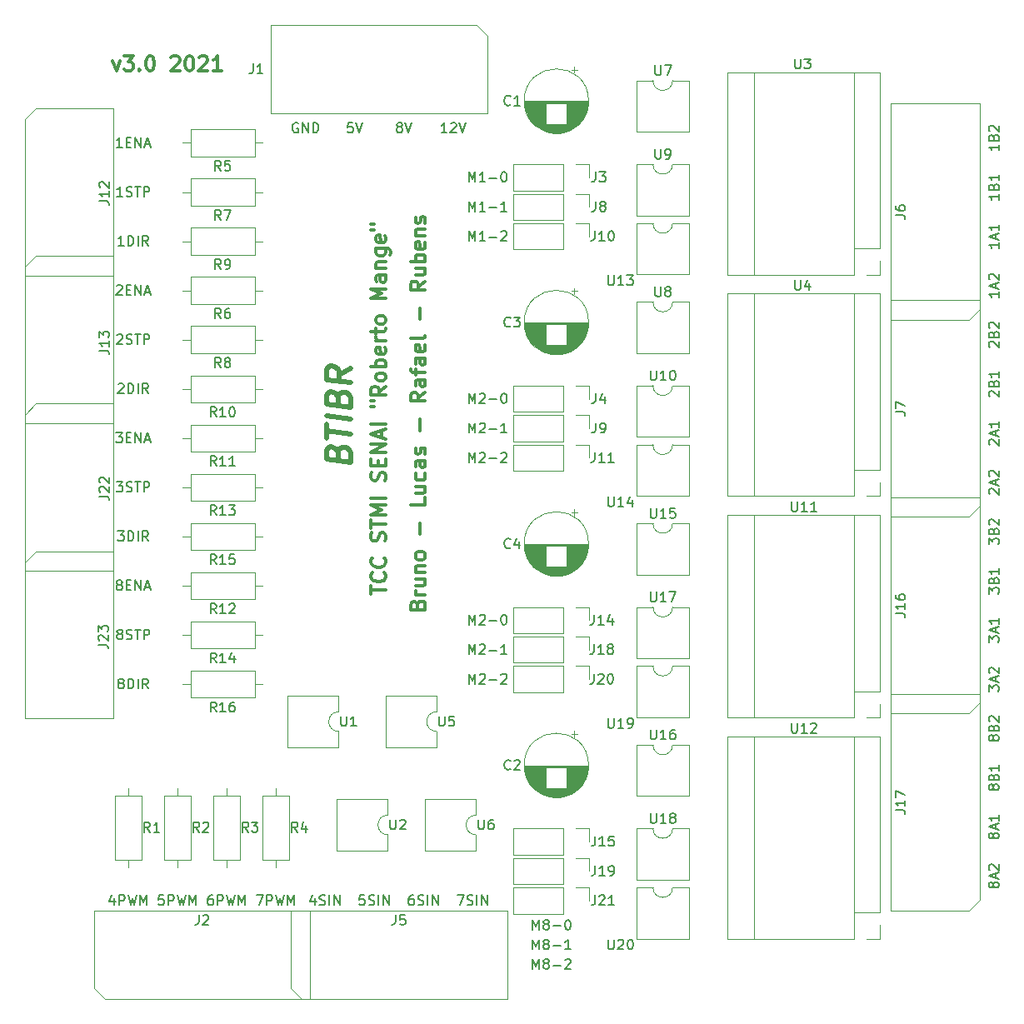
<source format=gbr>
%TF.GenerationSoftware,KiCad,Pcbnew,(5.1.9)-1*%
%TF.CreationDate,2021-08-01T10:14:43-03:00*%
%TF.ProjectId,BTIBR-PCB,42544942-522d-4504-9342-2e6b69636164,rev?*%
%TF.SameCoordinates,Original*%
%TF.FileFunction,Legend,Top*%
%TF.FilePolarity,Positive*%
%FSLAX46Y46*%
G04 Gerber Fmt 4.6, Leading zero omitted, Abs format (unit mm)*
G04 Created by KiCad (PCBNEW (5.1.9)-1) date 2021-08-01 10:14:43*
%MOMM*%
%LPD*%
G01*
G04 APERTURE LIST*
%ADD10C,0.350000*%
%ADD11C,0.500000*%
%ADD12C,0.150000*%
%ADD13C,0.120000*%
G04 APERTURE END LIST*
D10*
X109428571Y-54178571D02*
X109785714Y-55178571D01*
X110142857Y-54178571D01*
X110571428Y-53678571D02*
X111500000Y-53678571D01*
X111000000Y-54250000D01*
X111214285Y-54250000D01*
X111357142Y-54321428D01*
X111428571Y-54392857D01*
X111500000Y-54535714D01*
X111500000Y-54892857D01*
X111428571Y-55035714D01*
X111357142Y-55107142D01*
X111214285Y-55178571D01*
X110785714Y-55178571D01*
X110642857Y-55107142D01*
X110571428Y-55035714D01*
X112142857Y-55035714D02*
X112214285Y-55107142D01*
X112142857Y-55178571D01*
X112071428Y-55107142D01*
X112142857Y-55035714D01*
X112142857Y-55178571D01*
X113142857Y-53678571D02*
X113285714Y-53678571D01*
X113428571Y-53750000D01*
X113500000Y-53821428D01*
X113571428Y-53964285D01*
X113642857Y-54250000D01*
X113642857Y-54607142D01*
X113571428Y-54892857D01*
X113500000Y-55035714D01*
X113428571Y-55107142D01*
X113285714Y-55178571D01*
X113142857Y-55178571D01*
X113000000Y-55107142D01*
X112928571Y-55035714D01*
X112857142Y-54892857D01*
X112785714Y-54607142D01*
X112785714Y-54250000D01*
X112857142Y-53964285D01*
X112928571Y-53821428D01*
X113000000Y-53750000D01*
X113142857Y-53678571D01*
X115357142Y-53821428D02*
X115428571Y-53750000D01*
X115571428Y-53678571D01*
X115928571Y-53678571D01*
X116071428Y-53750000D01*
X116142857Y-53821428D01*
X116214285Y-53964285D01*
X116214285Y-54107142D01*
X116142857Y-54321428D01*
X115285714Y-55178571D01*
X116214285Y-55178571D01*
X117142857Y-53678571D02*
X117285714Y-53678571D01*
X117428571Y-53750000D01*
X117500000Y-53821428D01*
X117571428Y-53964285D01*
X117642857Y-54250000D01*
X117642857Y-54607142D01*
X117571428Y-54892857D01*
X117500000Y-55035714D01*
X117428571Y-55107142D01*
X117285714Y-55178571D01*
X117142857Y-55178571D01*
X117000000Y-55107142D01*
X116928571Y-55035714D01*
X116857142Y-54892857D01*
X116785714Y-54607142D01*
X116785714Y-54250000D01*
X116857142Y-53964285D01*
X116928571Y-53821428D01*
X117000000Y-53750000D01*
X117142857Y-53678571D01*
X118214285Y-53821428D02*
X118285714Y-53750000D01*
X118428571Y-53678571D01*
X118785714Y-53678571D01*
X118928571Y-53750000D01*
X119000000Y-53821428D01*
X119071428Y-53964285D01*
X119071428Y-54107142D01*
X119000000Y-54321428D01*
X118142857Y-55178571D01*
X119071428Y-55178571D01*
X120500000Y-55178571D02*
X119642857Y-55178571D01*
X120071428Y-55178571D02*
X120071428Y-53678571D01*
X119928571Y-53892857D01*
X119785714Y-54035714D01*
X119642857Y-54107142D01*
X140392857Y-109428571D02*
X140464285Y-109214285D01*
X140535714Y-109142857D01*
X140678571Y-109071428D01*
X140892857Y-109071428D01*
X141035714Y-109142857D01*
X141107142Y-109214285D01*
X141178571Y-109357142D01*
X141178571Y-109928571D01*
X139678571Y-109928571D01*
X139678571Y-109428571D01*
X139750000Y-109285714D01*
X139821428Y-109214285D01*
X139964285Y-109142857D01*
X140107142Y-109142857D01*
X140250000Y-109214285D01*
X140321428Y-109285714D01*
X140392857Y-109428571D01*
X140392857Y-109928571D01*
X141178571Y-108428571D02*
X140178571Y-108428571D01*
X140464285Y-108428571D02*
X140321428Y-108357142D01*
X140250000Y-108285714D01*
X140178571Y-108142857D01*
X140178571Y-108000000D01*
X140178571Y-106857142D02*
X141178571Y-106857142D01*
X140178571Y-107500000D02*
X140964285Y-107500000D01*
X141107142Y-107428571D01*
X141178571Y-107285714D01*
X141178571Y-107071428D01*
X141107142Y-106928571D01*
X141035714Y-106857142D01*
X140178571Y-106142857D02*
X141178571Y-106142857D01*
X140321428Y-106142857D02*
X140250000Y-106071428D01*
X140178571Y-105928571D01*
X140178571Y-105714285D01*
X140250000Y-105571428D01*
X140392857Y-105500000D01*
X141178571Y-105500000D01*
X141178571Y-104571428D02*
X141107142Y-104714285D01*
X141035714Y-104785714D01*
X140892857Y-104857142D01*
X140464285Y-104857142D01*
X140321428Y-104785714D01*
X140250000Y-104714285D01*
X140178571Y-104571428D01*
X140178571Y-104357142D01*
X140250000Y-104214285D01*
X140321428Y-104142857D01*
X140464285Y-104071428D01*
X140892857Y-104071428D01*
X141035714Y-104142857D01*
X141107142Y-104214285D01*
X141178571Y-104357142D01*
X141178571Y-104571428D01*
X140607142Y-102285714D02*
X140607142Y-101142857D01*
X141178571Y-98571428D02*
X141178571Y-99285714D01*
X139678571Y-99285714D01*
X140178571Y-97428571D02*
X141178571Y-97428571D01*
X140178571Y-98071428D02*
X140964285Y-98071428D01*
X141107142Y-98000000D01*
X141178571Y-97857142D01*
X141178571Y-97642857D01*
X141107142Y-97500000D01*
X141035714Y-97428571D01*
X141107142Y-96071428D02*
X141178571Y-96214285D01*
X141178571Y-96500000D01*
X141107142Y-96642857D01*
X141035714Y-96714285D01*
X140892857Y-96785714D01*
X140464285Y-96785714D01*
X140321428Y-96714285D01*
X140250000Y-96642857D01*
X140178571Y-96500000D01*
X140178571Y-96214285D01*
X140250000Y-96071428D01*
X141178571Y-94785714D02*
X140392857Y-94785714D01*
X140250000Y-94857142D01*
X140178571Y-95000000D01*
X140178571Y-95285714D01*
X140250000Y-95428571D01*
X141107142Y-94785714D02*
X141178571Y-94928571D01*
X141178571Y-95285714D01*
X141107142Y-95428571D01*
X140964285Y-95500000D01*
X140821428Y-95500000D01*
X140678571Y-95428571D01*
X140607142Y-95285714D01*
X140607142Y-94928571D01*
X140535714Y-94785714D01*
X141107142Y-94142857D02*
X141178571Y-94000000D01*
X141178571Y-93714285D01*
X141107142Y-93571428D01*
X140964285Y-93500000D01*
X140892857Y-93500000D01*
X140750000Y-93571428D01*
X140678571Y-93714285D01*
X140678571Y-93928571D01*
X140607142Y-94071428D01*
X140464285Y-94142857D01*
X140392857Y-94142857D01*
X140250000Y-94071428D01*
X140178571Y-93928571D01*
X140178571Y-93714285D01*
X140250000Y-93571428D01*
X140607142Y-91714285D02*
X140607142Y-90571428D01*
X141178571Y-87857142D02*
X140464285Y-88357142D01*
X141178571Y-88714285D02*
X139678571Y-88714285D01*
X139678571Y-88142857D01*
X139750000Y-88000000D01*
X139821428Y-87928571D01*
X139964285Y-87857142D01*
X140178571Y-87857142D01*
X140321428Y-87928571D01*
X140392857Y-88000000D01*
X140464285Y-88142857D01*
X140464285Y-88714285D01*
X141178571Y-86571428D02*
X140392857Y-86571428D01*
X140250000Y-86642857D01*
X140178571Y-86785714D01*
X140178571Y-87071428D01*
X140250000Y-87214285D01*
X141107142Y-86571428D02*
X141178571Y-86714285D01*
X141178571Y-87071428D01*
X141107142Y-87214285D01*
X140964285Y-87285714D01*
X140821428Y-87285714D01*
X140678571Y-87214285D01*
X140607142Y-87071428D01*
X140607142Y-86714285D01*
X140535714Y-86571428D01*
X140178571Y-86071428D02*
X140178571Y-85500000D01*
X141178571Y-85857142D02*
X139892857Y-85857142D01*
X139750000Y-85785714D01*
X139678571Y-85642857D01*
X139678571Y-85500000D01*
X141178571Y-84357142D02*
X140392857Y-84357142D01*
X140250000Y-84428571D01*
X140178571Y-84571428D01*
X140178571Y-84857142D01*
X140250000Y-85000000D01*
X141107142Y-84357142D02*
X141178571Y-84500000D01*
X141178571Y-84857142D01*
X141107142Y-85000000D01*
X140964285Y-85071428D01*
X140821428Y-85071428D01*
X140678571Y-85000000D01*
X140607142Y-84857142D01*
X140607142Y-84500000D01*
X140535714Y-84357142D01*
X141107142Y-83071428D02*
X141178571Y-83214285D01*
X141178571Y-83500000D01*
X141107142Y-83642857D01*
X140964285Y-83714285D01*
X140392857Y-83714285D01*
X140250000Y-83642857D01*
X140178571Y-83500000D01*
X140178571Y-83214285D01*
X140250000Y-83071428D01*
X140392857Y-83000000D01*
X140535714Y-83000000D01*
X140678571Y-83714285D01*
X141178571Y-82142857D02*
X141107142Y-82285714D01*
X140964285Y-82357142D01*
X139678571Y-82357142D01*
X140607142Y-80428571D02*
X140607142Y-79285714D01*
X141178571Y-76571428D02*
X140464285Y-77071428D01*
X141178571Y-77428571D02*
X139678571Y-77428571D01*
X139678571Y-76857142D01*
X139750000Y-76714285D01*
X139821428Y-76642857D01*
X139964285Y-76571428D01*
X140178571Y-76571428D01*
X140321428Y-76642857D01*
X140392857Y-76714285D01*
X140464285Y-76857142D01*
X140464285Y-77428571D01*
X140178571Y-75285714D02*
X141178571Y-75285714D01*
X140178571Y-75928571D02*
X140964285Y-75928571D01*
X141107142Y-75857142D01*
X141178571Y-75714285D01*
X141178571Y-75500000D01*
X141107142Y-75357142D01*
X141035714Y-75285714D01*
X141178571Y-74571428D02*
X139678571Y-74571428D01*
X140250000Y-74571428D02*
X140178571Y-74428571D01*
X140178571Y-74142857D01*
X140250000Y-74000000D01*
X140321428Y-73928571D01*
X140464285Y-73857142D01*
X140892857Y-73857142D01*
X141035714Y-73928571D01*
X141107142Y-74000000D01*
X141178571Y-74142857D01*
X141178571Y-74428571D01*
X141107142Y-74571428D01*
X141107142Y-72642857D02*
X141178571Y-72785714D01*
X141178571Y-73071428D01*
X141107142Y-73214285D01*
X140964285Y-73285714D01*
X140392857Y-73285714D01*
X140250000Y-73214285D01*
X140178571Y-73071428D01*
X140178571Y-72785714D01*
X140250000Y-72642857D01*
X140392857Y-72571428D01*
X140535714Y-72571428D01*
X140678571Y-73285714D01*
X140178571Y-71928571D02*
X141178571Y-71928571D01*
X140321428Y-71928571D02*
X140250000Y-71857142D01*
X140178571Y-71714285D01*
X140178571Y-71500000D01*
X140250000Y-71357142D01*
X140392857Y-71285714D01*
X141178571Y-71285714D01*
X141107142Y-70642857D02*
X141178571Y-70500000D01*
X141178571Y-70214285D01*
X141107142Y-70071428D01*
X140964285Y-70000000D01*
X140892857Y-70000000D01*
X140750000Y-70071428D01*
X140678571Y-70214285D01*
X140678571Y-70428571D01*
X140607142Y-70571428D01*
X140464285Y-70642857D01*
X140392857Y-70642857D01*
X140250000Y-70571428D01*
X140178571Y-70428571D01*
X140178571Y-70214285D01*
X140250000Y-70071428D01*
X135678571Y-108392857D02*
X135678571Y-107535714D01*
X137178571Y-107964285D02*
X135678571Y-107964285D01*
X137035714Y-106178571D02*
X137107142Y-106250000D01*
X137178571Y-106464285D01*
X137178571Y-106607142D01*
X137107142Y-106821428D01*
X136964285Y-106964285D01*
X136821428Y-107035714D01*
X136535714Y-107107142D01*
X136321428Y-107107142D01*
X136035714Y-107035714D01*
X135892857Y-106964285D01*
X135750000Y-106821428D01*
X135678571Y-106607142D01*
X135678571Y-106464285D01*
X135750000Y-106250000D01*
X135821428Y-106178571D01*
X137035714Y-104678571D02*
X137107142Y-104750000D01*
X137178571Y-104964285D01*
X137178571Y-105107142D01*
X137107142Y-105321428D01*
X136964285Y-105464285D01*
X136821428Y-105535714D01*
X136535714Y-105607142D01*
X136321428Y-105607142D01*
X136035714Y-105535714D01*
X135892857Y-105464285D01*
X135750000Y-105321428D01*
X135678571Y-105107142D01*
X135678571Y-104964285D01*
X135750000Y-104750000D01*
X135821428Y-104678571D01*
X137107142Y-102964285D02*
X137178571Y-102750000D01*
X137178571Y-102392857D01*
X137107142Y-102250000D01*
X137035714Y-102178571D01*
X136892857Y-102107142D01*
X136750000Y-102107142D01*
X136607142Y-102178571D01*
X136535714Y-102250000D01*
X136464285Y-102392857D01*
X136392857Y-102678571D01*
X136321428Y-102821428D01*
X136250000Y-102892857D01*
X136107142Y-102964285D01*
X135964285Y-102964285D01*
X135821428Y-102892857D01*
X135750000Y-102821428D01*
X135678571Y-102678571D01*
X135678571Y-102321428D01*
X135750000Y-102107142D01*
X135678571Y-101678571D02*
X135678571Y-100821428D01*
X137178571Y-101250000D02*
X135678571Y-101250000D01*
X137178571Y-100321428D02*
X135678571Y-100321428D01*
X136750000Y-99821428D01*
X135678571Y-99321428D01*
X137178571Y-99321428D01*
X137178571Y-98607142D02*
X135678571Y-98607142D01*
X137107142Y-96821428D02*
X137178571Y-96607142D01*
X137178571Y-96250000D01*
X137107142Y-96107142D01*
X137035714Y-96035714D01*
X136892857Y-95964285D01*
X136750000Y-95964285D01*
X136607142Y-96035714D01*
X136535714Y-96107142D01*
X136464285Y-96250000D01*
X136392857Y-96535714D01*
X136321428Y-96678571D01*
X136250000Y-96750000D01*
X136107142Y-96821428D01*
X135964285Y-96821428D01*
X135821428Y-96750000D01*
X135750000Y-96678571D01*
X135678571Y-96535714D01*
X135678571Y-96178571D01*
X135750000Y-95964285D01*
X136392857Y-95321428D02*
X136392857Y-94821428D01*
X137178571Y-94607142D02*
X137178571Y-95321428D01*
X135678571Y-95321428D01*
X135678571Y-94607142D01*
X137178571Y-93964285D02*
X135678571Y-93964285D01*
X137178571Y-93107142D01*
X135678571Y-93107142D01*
X136750000Y-92464285D02*
X136750000Y-91750000D01*
X137178571Y-92607142D02*
X135678571Y-92107142D01*
X137178571Y-91607142D01*
X137178571Y-91107142D02*
X135678571Y-91107142D01*
X135678571Y-89321428D02*
X135964285Y-89321428D01*
X135678571Y-88750000D02*
X135964285Y-88750000D01*
X137178571Y-87250000D02*
X136464285Y-87750000D01*
X137178571Y-88107142D02*
X135678571Y-88107142D01*
X135678571Y-87535714D01*
X135750000Y-87392857D01*
X135821428Y-87321428D01*
X135964285Y-87250000D01*
X136178571Y-87250000D01*
X136321428Y-87321428D01*
X136392857Y-87392857D01*
X136464285Y-87535714D01*
X136464285Y-88107142D01*
X137178571Y-86392857D02*
X137107142Y-86535714D01*
X137035714Y-86607142D01*
X136892857Y-86678571D01*
X136464285Y-86678571D01*
X136321428Y-86607142D01*
X136250000Y-86535714D01*
X136178571Y-86392857D01*
X136178571Y-86178571D01*
X136250000Y-86035714D01*
X136321428Y-85964285D01*
X136464285Y-85892857D01*
X136892857Y-85892857D01*
X137035714Y-85964285D01*
X137107142Y-86035714D01*
X137178571Y-86178571D01*
X137178571Y-86392857D01*
X137178571Y-85250000D02*
X135678571Y-85250000D01*
X136250000Y-85250000D02*
X136178571Y-85107142D01*
X136178571Y-84821428D01*
X136250000Y-84678571D01*
X136321428Y-84607142D01*
X136464285Y-84535714D01*
X136892857Y-84535714D01*
X137035714Y-84607142D01*
X137107142Y-84678571D01*
X137178571Y-84821428D01*
X137178571Y-85107142D01*
X137107142Y-85250000D01*
X137107142Y-83321428D02*
X137178571Y-83464285D01*
X137178571Y-83750000D01*
X137107142Y-83892857D01*
X136964285Y-83964285D01*
X136392857Y-83964285D01*
X136250000Y-83892857D01*
X136178571Y-83750000D01*
X136178571Y-83464285D01*
X136250000Y-83321428D01*
X136392857Y-83250000D01*
X136535714Y-83250000D01*
X136678571Y-83964285D01*
X137178571Y-82607142D02*
X136178571Y-82607142D01*
X136464285Y-82607142D02*
X136321428Y-82535714D01*
X136250000Y-82464285D01*
X136178571Y-82321428D01*
X136178571Y-82178571D01*
X136178571Y-81892857D02*
X136178571Y-81321428D01*
X135678571Y-81678571D02*
X136964285Y-81678571D01*
X137107142Y-81607142D01*
X137178571Y-81464285D01*
X137178571Y-81321428D01*
X137178571Y-80607142D02*
X137107142Y-80750000D01*
X137035714Y-80821428D01*
X136892857Y-80892857D01*
X136464285Y-80892857D01*
X136321428Y-80821428D01*
X136250000Y-80750000D01*
X136178571Y-80607142D01*
X136178571Y-80392857D01*
X136250000Y-80250000D01*
X136321428Y-80178571D01*
X136464285Y-80107142D01*
X136892857Y-80107142D01*
X137035714Y-80178571D01*
X137107142Y-80250000D01*
X137178571Y-80392857D01*
X137178571Y-80607142D01*
X137178571Y-78321428D02*
X135678571Y-78321428D01*
X136750000Y-77821428D01*
X135678571Y-77321428D01*
X137178571Y-77321428D01*
X137178571Y-75964285D02*
X136392857Y-75964285D01*
X136250000Y-76035714D01*
X136178571Y-76178571D01*
X136178571Y-76464285D01*
X136250000Y-76607142D01*
X137107142Y-75964285D02*
X137178571Y-76107142D01*
X137178571Y-76464285D01*
X137107142Y-76607142D01*
X136964285Y-76678571D01*
X136821428Y-76678571D01*
X136678571Y-76607142D01*
X136607142Y-76464285D01*
X136607142Y-76107142D01*
X136535714Y-75964285D01*
X136178571Y-75250000D02*
X137178571Y-75250000D01*
X136321428Y-75250000D02*
X136250000Y-75178571D01*
X136178571Y-75035714D01*
X136178571Y-74821428D01*
X136250000Y-74678571D01*
X136392857Y-74607142D01*
X137178571Y-74607142D01*
X136178571Y-73250000D02*
X137392857Y-73250000D01*
X137535714Y-73321428D01*
X137607142Y-73392857D01*
X137678571Y-73535714D01*
X137678571Y-73750000D01*
X137607142Y-73892857D01*
X137107142Y-73250000D02*
X137178571Y-73392857D01*
X137178571Y-73678571D01*
X137107142Y-73821428D01*
X137035714Y-73892857D01*
X136892857Y-73964285D01*
X136464285Y-73964285D01*
X136321428Y-73892857D01*
X136250000Y-73821428D01*
X136178571Y-73678571D01*
X136178571Y-73392857D01*
X136250000Y-73250000D01*
X137107142Y-71964285D02*
X137178571Y-72107142D01*
X137178571Y-72392857D01*
X137107142Y-72535714D01*
X136964285Y-72607142D01*
X136392857Y-72607142D01*
X136250000Y-72535714D01*
X136178571Y-72392857D01*
X136178571Y-72107142D01*
X136250000Y-71964285D01*
X136392857Y-71892857D01*
X136535714Y-71892857D01*
X136678571Y-72607142D01*
X135678571Y-71321428D02*
X135964285Y-71321428D01*
X135678571Y-70750000D02*
X135964285Y-70750000D01*
D11*
X132321428Y-93965476D02*
X132440476Y-93623214D01*
X132559523Y-93519047D01*
X132797619Y-93429761D01*
X133154761Y-93474404D01*
X133392857Y-93623214D01*
X133511904Y-93757142D01*
X133630952Y-94010119D01*
X133630952Y-94962500D01*
X131130952Y-94650000D01*
X131130952Y-93816666D01*
X131250000Y-93593452D01*
X131369047Y-93489285D01*
X131607142Y-93400000D01*
X131845238Y-93429761D01*
X132083333Y-93578571D01*
X132202380Y-93712500D01*
X132321428Y-93965476D01*
X132321428Y-94798809D01*
X131130952Y-92507142D02*
X131130952Y-91078571D01*
X133630952Y-92105357D02*
X131130952Y-91792857D01*
X133630952Y-90557738D02*
X131130952Y-90245238D01*
X132321428Y-88370238D02*
X132440476Y-88027976D01*
X132559523Y-87923809D01*
X132797619Y-87834523D01*
X133154761Y-87879166D01*
X133392857Y-88027976D01*
X133511904Y-88161904D01*
X133630952Y-88414880D01*
X133630952Y-89367261D01*
X131130952Y-89054761D01*
X131130952Y-88221428D01*
X131250000Y-87998214D01*
X131369047Y-87894047D01*
X131607142Y-87804761D01*
X131845238Y-87834523D01*
X132083333Y-87983333D01*
X132202380Y-88117261D01*
X132321428Y-88370238D01*
X132321428Y-89203571D01*
X133630952Y-85438690D02*
X132440476Y-86123214D01*
X133630952Y-86867261D02*
X131130952Y-86554761D01*
X131130952Y-85602380D01*
X131250000Y-85379166D01*
X131369047Y-85275000D01*
X131607142Y-85185714D01*
X131964285Y-85230357D01*
X132202380Y-85379166D01*
X132321428Y-85513095D01*
X132440476Y-85766071D01*
X132440476Y-86718452D01*
D12*
X198880952Y-138000000D02*
X198833333Y-138095238D01*
X198785714Y-138142857D01*
X198690476Y-138190476D01*
X198642857Y-138190476D01*
X198547619Y-138142857D01*
X198500000Y-138095238D01*
X198452380Y-138000000D01*
X198452380Y-137809523D01*
X198500000Y-137714285D01*
X198547619Y-137666666D01*
X198642857Y-137619047D01*
X198690476Y-137619047D01*
X198785714Y-137666666D01*
X198833333Y-137714285D01*
X198880952Y-137809523D01*
X198880952Y-138000000D01*
X198928571Y-138095238D01*
X198976190Y-138142857D01*
X199071428Y-138190476D01*
X199261904Y-138190476D01*
X199357142Y-138142857D01*
X199404761Y-138095238D01*
X199452380Y-138000000D01*
X199452380Y-137809523D01*
X199404761Y-137714285D01*
X199357142Y-137666666D01*
X199261904Y-137619047D01*
X199071428Y-137619047D01*
X198976190Y-137666666D01*
X198928571Y-137714285D01*
X198880952Y-137809523D01*
X199166666Y-137238095D02*
X199166666Y-136761904D01*
X199452380Y-137333333D02*
X198452380Y-137000000D01*
X199452380Y-136666666D01*
X198547619Y-136380952D02*
X198500000Y-136333333D01*
X198452380Y-136238095D01*
X198452380Y-136000000D01*
X198500000Y-135904761D01*
X198547619Y-135857142D01*
X198642857Y-135809523D01*
X198738095Y-135809523D01*
X198880952Y-135857142D01*
X199452380Y-136428571D01*
X199452380Y-135809523D01*
X198880952Y-133000000D02*
X198833333Y-133095238D01*
X198785714Y-133142857D01*
X198690476Y-133190476D01*
X198642857Y-133190476D01*
X198547619Y-133142857D01*
X198500000Y-133095238D01*
X198452380Y-133000000D01*
X198452380Y-132809523D01*
X198500000Y-132714285D01*
X198547619Y-132666666D01*
X198642857Y-132619047D01*
X198690476Y-132619047D01*
X198785714Y-132666666D01*
X198833333Y-132714285D01*
X198880952Y-132809523D01*
X198880952Y-133000000D01*
X198928571Y-133095238D01*
X198976190Y-133142857D01*
X199071428Y-133190476D01*
X199261904Y-133190476D01*
X199357142Y-133142857D01*
X199404761Y-133095238D01*
X199452380Y-133000000D01*
X199452380Y-132809523D01*
X199404761Y-132714285D01*
X199357142Y-132666666D01*
X199261904Y-132619047D01*
X199071428Y-132619047D01*
X198976190Y-132666666D01*
X198928571Y-132714285D01*
X198880952Y-132809523D01*
X199166666Y-132238095D02*
X199166666Y-131761904D01*
X199452380Y-132333333D02*
X198452380Y-132000000D01*
X199452380Y-131666666D01*
X199452380Y-130809523D02*
X199452380Y-131380952D01*
X199452380Y-131095238D02*
X198452380Y-131095238D01*
X198595238Y-131190476D01*
X198690476Y-131285714D01*
X198738095Y-131380952D01*
X198880952Y-128071428D02*
X198833333Y-128166666D01*
X198785714Y-128214285D01*
X198690476Y-128261904D01*
X198642857Y-128261904D01*
X198547619Y-128214285D01*
X198500000Y-128166666D01*
X198452380Y-128071428D01*
X198452380Y-127880952D01*
X198500000Y-127785714D01*
X198547619Y-127738095D01*
X198642857Y-127690476D01*
X198690476Y-127690476D01*
X198785714Y-127738095D01*
X198833333Y-127785714D01*
X198880952Y-127880952D01*
X198880952Y-128071428D01*
X198928571Y-128166666D01*
X198976190Y-128214285D01*
X199071428Y-128261904D01*
X199261904Y-128261904D01*
X199357142Y-128214285D01*
X199404761Y-128166666D01*
X199452380Y-128071428D01*
X199452380Y-127880952D01*
X199404761Y-127785714D01*
X199357142Y-127738095D01*
X199261904Y-127690476D01*
X199071428Y-127690476D01*
X198976190Y-127738095D01*
X198928571Y-127785714D01*
X198880952Y-127880952D01*
X198928571Y-126928571D02*
X198976190Y-126785714D01*
X199023809Y-126738095D01*
X199119047Y-126690476D01*
X199261904Y-126690476D01*
X199357142Y-126738095D01*
X199404761Y-126785714D01*
X199452380Y-126880952D01*
X199452380Y-127261904D01*
X198452380Y-127261904D01*
X198452380Y-126928571D01*
X198500000Y-126833333D01*
X198547619Y-126785714D01*
X198642857Y-126738095D01*
X198738095Y-126738095D01*
X198833333Y-126785714D01*
X198880952Y-126833333D01*
X198928571Y-126928571D01*
X198928571Y-127261904D01*
X199452380Y-125738095D02*
X199452380Y-126309523D01*
X199452380Y-126023809D02*
X198452380Y-126023809D01*
X198595238Y-126119047D01*
X198690476Y-126214285D01*
X198738095Y-126309523D01*
X198880952Y-123071428D02*
X198833333Y-123166666D01*
X198785714Y-123214285D01*
X198690476Y-123261904D01*
X198642857Y-123261904D01*
X198547619Y-123214285D01*
X198500000Y-123166666D01*
X198452380Y-123071428D01*
X198452380Y-122880952D01*
X198500000Y-122785714D01*
X198547619Y-122738095D01*
X198642857Y-122690476D01*
X198690476Y-122690476D01*
X198785714Y-122738095D01*
X198833333Y-122785714D01*
X198880952Y-122880952D01*
X198880952Y-123071428D01*
X198928571Y-123166666D01*
X198976190Y-123214285D01*
X199071428Y-123261904D01*
X199261904Y-123261904D01*
X199357142Y-123214285D01*
X199404761Y-123166666D01*
X199452380Y-123071428D01*
X199452380Y-122880952D01*
X199404761Y-122785714D01*
X199357142Y-122738095D01*
X199261904Y-122690476D01*
X199071428Y-122690476D01*
X198976190Y-122738095D01*
X198928571Y-122785714D01*
X198880952Y-122880952D01*
X198928571Y-121928571D02*
X198976190Y-121785714D01*
X199023809Y-121738095D01*
X199119047Y-121690476D01*
X199261904Y-121690476D01*
X199357142Y-121738095D01*
X199404761Y-121785714D01*
X199452380Y-121880952D01*
X199452380Y-122261904D01*
X198452380Y-122261904D01*
X198452380Y-121928571D01*
X198500000Y-121833333D01*
X198547619Y-121785714D01*
X198642857Y-121738095D01*
X198738095Y-121738095D01*
X198833333Y-121785714D01*
X198880952Y-121833333D01*
X198928571Y-121928571D01*
X198928571Y-122261904D01*
X198547619Y-121309523D02*
X198500000Y-121261904D01*
X198452380Y-121166666D01*
X198452380Y-120928571D01*
X198500000Y-120833333D01*
X198547619Y-120785714D01*
X198642857Y-120738095D01*
X198738095Y-120738095D01*
X198880952Y-120785714D01*
X199452380Y-121357142D01*
X199452380Y-120738095D01*
X198452380Y-118238095D02*
X198452380Y-117619047D01*
X198833333Y-117952380D01*
X198833333Y-117809523D01*
X198880952Y-117714285D01*
X198928571Y-117666666D01*
X199023809Y-117619047D01*
X199261904Y-117619047D01*
X199357142Y-117666666D01*
X199404761Y-117714285D01*
X199452380Y-117809523D01*
X199452380Y-118095238D01*
X199404761Y-118190476D01*
X199357142Y-118238095D01*
X199166666Y-117238095D02*
X199166666Y-116761904D01*
X199452380Y-117333333D02*
X198452380Y-117000000D01*
X199452380Y-116666666D01*
X198547619Y-116380952D02*
X198500000Y-116333333D01*
X198452380Y-116238095D01*
X198452380Y-116000000D01*
X198500000Y-115904761D01*
X198547619Y-115857142D01*
X198642857Y-115809523D01*
X198738095Y-115809523D01*
X198880952Y-115857142D01*
X199452380Y-116428571D01*
X199452380Y-115809523D01*
X198452380Y-113238095D02*
X198452380Y-112619047D01*
X198833333Y-112952380D01*
X198833333Y-112809523D01*
X198880952Y-112714285D01*
X198928571Y-112666666D01*
X199023809Y-112619047D01*
X199261904Y-112619047D01*
X199357142Y-112666666D01*
X199404761Y-112714285D01*
X199452380Y-112809523D01*
X199452380Y-113095238D01*
X199404761Y-113190476D01*
X199357142Y-113238095D01*
X199166666Y-112238095D02*
X199166666Y-111761904D01*
X199452380Y-112333333D02*
X198452380Y-112000000D01*
X199452380Y-111666666D01*
X199452380Y-110809523D02*
X199452380Y-111380952D01*
X199452380Y-111095238D02*
X198452380Y-111095238D01*
X198595238Y-111190476D01*
X198690476Y-111285714D01*
X198738095Y-111380952D01*
X198452380Y-108309523D02*
X198452380Y-107690476D01*
X198833333Y-108023809D01*
X198833333Y-107880952D01*
X198880952Y-107785714D01*
X198928571Y-107738095D01*
X199023809Y-107690476D01*
X199261904Y-107690476D01*
X199357142Y-107738095D01*
X199404761Y-107785714D01*
X199452380Y-107880952D01*
X199452380Y-108166666D01*
X199404761Y-108261904D01*
X199357142Y-108309523D01*
X198928571Y-106928571D02*
X198976190Y-106785714D01*
X199023809Y-106738095D01*
X199119047Y-106690476D01*
X199261904Y-106690476D01*
X199357142Y-106738095D01*
X199404761Y-106785714D01*
X199452380Y-106880952D01*
X199452380Y-107261904D01*
X198452380Y-107261904D01*
X198452380Y-106928571D01*
X198500000Y-106833333D01*
X198547619Y-106785714D01*
X198642857Y-106738095D01*
X198738095Y-106738095D01*
X198833333Y-106785714D01*
X198880952Y-106833333D01*
X198928571Y-106928571D01*
X198928571Y-107261904D01*
X199452380Y-105738095D02*
X199452380Y-106309523D01*
X199452380Y-106023809D02*
X198452380Y-106023809D01*
X198595238Y-106119047D01*
X198690476Y-106214285D01*
X198738095Y-106309523D01*
X198452380Y-103309523D02*
X198452380Y-102690476D01*
X198833333Y-103023809D01*
X198833333Y-102880952D01*
X198880952Y-102785714D01*
X198928571Y-102738095D01*
X199023809Y-102690476D01*
X199261904Y-102690476D01*
X199357142Y-102738095D01*
X199404761Y-102785714D01*
X199452380Y-102880952D01*
X199452380Y-103166666D01*
X199404761Y-103261904D01*
X199357142Y-103309523D01*
X198928571Y-101928571D02*
X198976190Y-101785714D01*
X199023809Y-101738095D01*
X199119047Y-101690476D01*
X199261904Y-101690476D01*
X199357142Y-101738095D01*
X199404761Y-101785714D01*
X199452380Y-101880952D01*
X199452380Y-102261904D01*
X198452380Y-102261904D01*
X198452380Y-101928571D01*
X198500000Y-101833333D01*
X198547619Y-101785714D01*
X198642857Y-101738095D01*
X198738095Y-101738095D01*
X198833333Y-101785714D01*
X198880952Y-101833333D01*
X198928571Y-101928571D01*
X198928571Y-102261904D01*
X198547619Y-101309523D02*
X198500000Y-101261904D01*
X198452380Y-101166666D01*
X198452380Y-100928571D01*
X198500000Y-100833333D01*
X198547619Y-100785714D01*
X198642857Y-100738095D01*
X198738095Y-100738095D01*
X198880952Y-100785714D01*
X199452380Y-101357142D01*
X199452380Y-100738095D01*
X198547619Y-98190476D02*
X198500000Y-98142857D01*
X198452380Y-98047619D01*
X198452380Y-97809523D01*
X198500000Y-97714285D01*
X198547619Y-97666666D01*
X198642857Y-97619047D01*
X198738095Y-97619047D01*
X198880952Y-97666666D01*
X199452380Y-98238095D01*
X199452380Y-97619047D01*
X199166666Y-97238095D02*
X199166666Y-96761904D01*
X199452380Y-97333333D02*
X198452380Y-97000000D01*
X199452380Y-96666666D01*
X198547619Y-96380952D02*
X198500000Y-96333333D01*
X198452380Y-96238095D01*
X198452380Y-96000000D01*
X198500000Y-95904761D01*
X198547619Y-95857142D01*
X198642857Y-95809523D01*
X198738095Y-95809523D01*
X198880952Y-95857142D01*
X199452380Y-96428571D01*
X199452380Y-95809523D01*
X198547619Y-93190476D02*
X198500000Y-93142857D01*
X198452380Y-93047619D01*
X198452380Y-92809523D01*
X198500000Y-92714285D01*
X198547619Y-92666666D01*
X198642857Y-92619047D01*
X198738095Y-92619047D01*
X198880952Y-92666666D01*
X199452380Y-93238095D01*
X199452380Y-92619047D01*
X199166666Y-92238095D02*
X199166666Y-91761904D01*
X199452380Y-92333333D02*
X198452380Y-92000000D01*
X199452380Y-91666666D01*
X199452380Y-90809523D02*
X199452380Y-91380952D01*
X199452380Y-91095238D02*
X198452380Y-91095238D01*
X198595238Y-91190476D01*
X198690476Y-91285714D01*
X198738095Y-91380952D01*
X198547619Y-88261904D02*
X198500000Y-88214285D01*
X198452380Y-88119047D01*
X198452380Y-87880952D01*
X198500000Y-87785714D01*
X198547619Y-87738095D01*
X198642857Y-87690476D01*
X198738095Y-87690476D01*
X198880952Y-87738095D01*
X199452380Y-88309523D01*
X199452380Y-87690476D01*
X198928571Y-86928571D02*
X198976190Y-86785714D01*
X199023809Y-86738095D01*
X199119047Y-86690476D01*
X199261904Y-86690476D01*
X199357142Y-86738095D01*
X199404761Y-86785714D01*
X199452380Y-86880952D01*
X199452380Y-87261904D01*
X198452380Y-87261904D01*
X198452380Y-86928571D01*
X198500000Y-86833333D01*
X198547619Y-86785714D01*
X198642857Y-86738095D01*
X198738095Y-86738095D01*
X198833333Y-86785714D01*
X198880952Y-86833333D01*
X198928571Y-86928571D01*
X198928571Y-87261904D01*
X199452380Y-85738095D02*
X199452380Y-86309523D01*
X199452380Y-86023809D02*
X198452380Y-86023809D01*
X198595238Y-86119047D01*
X198690476Y-86214285D01*
X198738095Y-86309523D01*
X198547619Y-83261904D02*
X198500000Y-83214285D01*
X198452380Y-83119047D01*
X198452380Y-82880952D01*
X198500000Y-82785714D01*
X198547619Y-82738095D01*
X198642857Y-82690476D01*
X198738095Y-82690476D01*
X198880952Y-82738095D01*
X199452380Y-83309523D01*
X199452380Y-82690476D01*
X198928571Y-81928571D02*
X198976190Y-81785714D01*
X199023809Y-81738095D01*
X199119047Y-81690476D01*
X199261904Y-81690476D01*
X199357142Y-81738095D01*
X199404761Y-81785714D01*
X199452380Y-81880952D01*
X199452380Y-82261904D01*
X198452380Y-82261904D01*
X198452380Y-81928571D01*
X198500000Y-81833333D01*
X198547619Y-81785714D01*
X198642857Y-81738095D01*
X198738095Y-81738095D01*
X198833333Y-81785714D01*
X198880952Y-81833333D01*
X198928571Y-81928571D01*
X198928571Y-82261904D01*
X198547619Y-81309523D02*
X198500000Y-81261904D01*
X198452380Y-81166666D01*
X198452380Y-80928571D01*
X198500000Y-80833333D01*
X198547619Y-80785714D01*
X198642857Y-80738095D01*
X198738095Y-80738095D01*
X198880952Y-80785714D01*
X199452380Y-81357142D01*
X199452380Y-80738095D01*
X199452380Y-77619047D02*
X199452380Y-78190476D01*
X199452380Y-77904761D02*
X198452380Y-77904761D01*
X198595238Y-78000000D01*
X198690476Y-78095238D01*
X198738095Y-78190476D01*
X199166666Y-77238095D02*
X199166666Y-76761904D01*
X199452380Y-77333333D02*
X198452380Y-77000000D01*
X199452380Y-76666666D01*
X198547619Y-76380952D02*
X198500000Y-76333333D01*
X198452380Y-76238095D01*
X198452380Y-76000000D01*
X198500000Y-75904761D01*
X198547619Y-75857142D01*
X198642857Y-75809523D01*
X198738095Y-75809523D01*
X198880952Y-75857142D01*
X199452380Y-76428571D01*
X199452380Y-75809523D01*
X199452380Y-72619047D02*
X199452380Y-73190476D01*
X199452380Y-72904761D02*
X198452380Y-72904761D01*
X198595238Y-73000000D01*
X198690476Y-73095238D01*
X198738095Y-73190476D01*
X199166666Y-72238095D02*
X199166666Y-71761904D01*
X199452380Y-72333333D02*
X198452380Y-72000000D01*
X199452380Y-71666666D01*
X199452380Y-70809523D02*
X199452380Y-71380952D01*
X199452380Y-71095238D02*
X198452380Y-71095238D01*
X198595238Y-71190476D01*
X198690476Y-71285714D01*
X198738095Y-71380952D01*
X199452380Y-67690476D02*
X199452380Y-68261904D01*
X199452380Y-67976190D02*
X198452380Y-67976190D01*
X198595238Y-68071428D01*
X198690476Y-68166666D01*
X198738095Y-68261904D01*
X198928571Y-66928571D02*
X198976190Y-66785714D01*
X199023809Y-66738095D01*
X199119047Y-66690476D01*
X199261904Y-66690476D01*
X199357142Y-66738095D01*
X199404761Y-66785714D01*
X199452380Y-66880952D01*
X199452380Y-67261904D01*
X198452380Y-67261904D01*
X198452380Y-66928571D01*
X198500000Y-66833333D01*
X198547619Y-66785714D01*
X198642857Y-66738095D01*
X198738095Y-66738095D01*
X198833333Y-66785714D01*
X198880952Y-66833333D01*
X198928571Y-66928571D01*
X198928571Y-67261904D01*
X199452380Y-65738095D02*
X199452380Y-66309523D01*
X199452380Y-66023809D02*
X198452380Y-66023809D01*
X198595238Y-66119047D01*
X198690476Y-66214285D01*
X198738095Y-66309523D01*
X199452380Y-62690476D02*
X199452380Y-63261904D01*
X199452380Y-62976190D02*
X198452380Y-62976190D01*
X198595238Y-63071428D01*
X198690476Y-63166666D01*
X198738095Y-63261904D01*
X198928571Y-61928571D02*
X198976190Y-61785714D01*
X199023809Y-61738095D01*
X199119047Y-61690476D01*
X199261904Y-61690476D01*
X199357142Y-61738095D01*
X199404761Y-61785714D01*
X199452380Y-61880952D01*
X199452380Y-62261904D01*
X198452380Y-62261904D01*
X198452380Y-61928571D01*
X198500000Y-61833333D01*
X198547619Y-61785714D01*
X198642857Y-61738095D01*
X198738095Y-61738095D01*
X198833333Y-61785714D01*
X198880952Y-61833333D01*
X198928571Y-61928571D01*
X198928571Y-62261904D01*
X198547619Y-61309523D02*
X198500000Y-61261904D01*
X198452380Y-61166666D01*
X198452380Y-60928571D01*
X198500000Y-60833333D01*
X198547619Y-60785714D01*
X198642857Y-60738095D01*
X198738095Y-60738095D01*
X198880952Y-60785714D01*
X199452380Y-61357142D01*
X199452380Y-60738095D01*
X152095238Y-146452380D02*
X152095238Y-145452380D01*
X152428571Y-146166666D01*
X152761904Y-145452380D01*
X152761904Y-146452380D01*
X153380952Y-145880952D02*
X153285714Y-145833333D01*
X153238095Y-145785714D01*
X153190476Y-145690476D01*
X153190476Y-145642857D01*
X153238095Y-145547619D01*
X153285714Y-145500000D01*
X153380952Y-145452380D01*
X153571428Y-145452380D01*
X153666666Y-145500000D01*
X153714285Y-145547619D01*
X153761904Y-145642857D01*
X153761904Y-145690476D01*
X153714285Y-145785714D01*
X153666666Y-145833333D01*
X153571428Y-145880952D01*
X153380952Y-145880952D01*
X153285714Y-145928571D01*
X153238095Y-145976190D01*
X153190476Y-146071428D01*
X153190476Y-146261904D01*
X153238095Y-146357142D01*
X153285714Y-146404761D01*
X153380952Y-146452380D01*
X153571428Y-146452380D01*
X153666666Y-146404761D01*
X153714285Y-146357142D01*
X153761904Y-146261904D01*
X153761904Y-146071428D01*
X153714285Y-145976190D01*
X153666666Y-145928571D01*
X153571428Y-145880952D01*
X154190476Y-146071428D02*
X154952380Y-146071428D01*
X155380952Y-145547619D02*
X155428571Y-145500000D01*
X155523809Y-145452380D01*
X155761904Y-145452380D01*
X155857142Y-145500000D01*
X155904761Y-145547619D01*
X155952380Y-145642857D01*
X155952380Y-145738095D01*
X155904761Y-145880952D01*
X155333333Y-146452380D01*
X155952380Y-146452380D01*
X152095238Y-142452380D02*
X152095238Y-141452380D01*
X152428571Y-142166666D01*
X152761904Y-141452380D01*
X152761904Y-142452380D01*
X153380952Y-141880952D02*
X153285714Y-141833333D01*
X153238095Y-141785714D01*
X153190476Y-141690476D01*
X153190476Y-141642857D01*
X153238095Y-141547619D01*
X153285714Y-141500000D01*
X153380952Y-141452380D01*
X153571428Y-141452380D01*
X153666666Y-141500000D01*
X153714285Y-141547619D01*
X153761904Y-141642857D01*
X153761904Y-141690476D01*
X153714285Y-141785714D01*
X153666666Y-141833333D01*
X153571428Y-141880952D01*
X153380952Y-141880952D01*
X153285714Y-141928571D01*
X153238095Y-141976190D01*
X153190476Y-142071428D01*
X153190476Y-142261904D01*
X153238095Y-142357142D01*
X153285714Y-142404761D01*
X153380952Y-142452380D01*
X153571428Y-142452380D01*
X153666666Y-142404761D01*
X153714285Y-142357142D01*
X153761904Y-142261904D01*
X153761904Y-142071428D01*
X153714285Y-141976190D01*
X153666666Y-141928571D01*
X153571428Y-141880952D01*
X154190476Y-142071428D02*
X154952380Y-142071428D01*
X155619047Y-141452380D02*
X155714285Y-141452380D01*
X155809523Y-141500000D01*
X155857142Y-141547619D01*
X155904761Y-141642857D01*
X155952380Y-141833333D01*
X155952380Y-142071428D01*
X155904761Y-142261904D01*
X155857142Y-142357142D01*
X155809523Y-142404761D01*
X155714285Y-142452380D01*
X155619047Y-142452380D01*
X155523809Y-142404761D01*
X155476190Y-142357142D01*
X155428571Y-142261904D01*
X155380952Y-142071428D01*
X155380952Y-141833333D01*
X155428571Y-141642857D01*
X155476190Y-141547619D01*
X155523809Y-141500000D01*
X155619047Y-141452380D01*
X152095238Y-144452380D02*
X152095238Y-143452380D01*
X152428571Y-144166666D01*
X152761904Y-143452380D01*
X152761904Y-144452380D01*
X153380952Y-143880952D02*
X153285714Y-143833333D01*
X153238095Y-143785714D01*
X153190476Y-143690476D01*
X153190476Y-143642857D01*
X153238095Y-143547619D01*
X153285714Y-143500000D01*
X153380952Y-143452380D01*
X153571428Y-143452380D01*
X153666666Y-143500000D01*
X153714285Y-143547619D01*
X153761904Y-143642857D01*
X153761904Y-143690476D01*
X153714285Y-143785714D01*
X153666666Y-143833333D01*
X153571428Y-143880952D01*
X153380952Y-143880952D01*
X153285714Y-143928571D01*
X153238095Y-143976190D01*
X153190476Y-144071428D01*
X153190476Y-144261904D01*
X153238095Y-144357142D01*
X153285714Y-144404761D01*
X153380952Y-144452380D01*
X153571428Y-144452380D01*
X153666666Y-144404761D01*
X153714285Y-144357142D01*
X153761904Y-144261904D01*
X153761904Y-144071428D01*
X153714285Y-143976190D01*
X153666666Y-143928571D01*
X153571428Y-143880952D01*
X154190476Y-144071428D02*
X154952380Y-144071428D01*
X155952380Y-144452380D02*
X155380952Y-144452380D01*
X155666666Y-144452380D02*
X155666666Y-143452380D01*
X155571428Y-143595238D01*
X155476190Y-143690476D01*
X155380952Y-143738095D01*
X145595238Y-117452380D02*
X145595238Y-116452380D01*
X145928571Y-117166666D01*
X146261904Y-116452380D01*
X146261904Y-117452380D01*
X146690476Y-116547619D02*
X146738095Y-116500000D01*
X146833333Y-116452380D01*
X147071428Y-116452380D01*
X147166666Y-116500000D01*
X147214285Y-116547619D01*
X147261904Y-116642857D01*
X147261904Y-116738095D01*
X147214285Y-116880952D01*
X146642857Y-117452380D01*
X147261904Y-117452380D01*
X147690476Y-117071428D02*
X148452380Y-117071428D01*
X148880952Y-116547619D02*
X148928571Y-116500000D01*
X149023809Y-116452380D01*
X149261904Y-116452380D01*
X149357142Y-116500000D01*
X149404761Y-116547619D01*
X149452380Y-116642857D01*
X149452380Y-116738095D01*
X149404761Y-116880952D01*
X148833333Y-117452380D01*
X149452380Y-117452380D01*
X145595238Y-111452380D02*
X145595238Y-110452380D01*
X145928571Y-111166666D01*
X146261904Y-110452380D01*
X146261904Y-111452380D01*
X146690476Y-110547619D02*
X146738095Y-110500000D01*
X146833333Y-110452380D01*
X147071428Y-110452380D01*
X147166666Y-110500000D01*
X147214285Y-110547619D01*
X147261904Y-110642857D01*
X147261904Y-110738095D01*
X147214285Y-110880952D01*
X146642857Y-111452380D01*
X147261904Y-111452380D01*
X147690476Y-111071428D02*
X148452380Y-111071428D01*
X149119047Y-110452380D02*
X149214285Y-110452380D01*
X149309523Y-110500000D01*
X149357142Y-110547619D01*
X149404761Y-110642857D01*
X149452380Y-110833333D01*
X149452380Y-111071428D01*
X149404761Y-111261904D01*
X149357142Y-111357142D01*
X149309523Y-111404761D01*
X149214285Y-111452380D01*
X149119047Y-111452380D01*
X149023809Y-111404761D01*
X148976190Y-111357142D01*
X148928571Y-111261904D01*
X148880952Y-111071428D01*
X148880952Y-110833333D01*
X148928571Y-110642857D01*
X148976190Y-110547619D01*
X149023809Y-110500000D01*
X149119047Y-110452380D01*
X145595238Y-114452380D02*
X145595238Y-113452380D01*
X145928571Y-114166666D01*
X146261904Y-113452380D01*
X146261904Y-114452380D01*
X146690476Y-113547619D02*
X146738095Y-113500000D01*
X146833333Y-113452380D01*
X147071428Y-113452380D01*
X147166666Y-113500000D01*
X147214285Y-113547619D01*
X147261904Y-113642857D01*
X147261904Y-113738095D01*
X147214285Y-113880952D01*
X146642857Y-114452380D01*
X147261904Y-114452380D01*
X147690476Y-114071428D02*
X148452380Y-114071428D01*
X149452380Y-114452380D02*
X148880952Y-114452380D01*
X149166666Y-114452380D02*
X149166666Y-113452380D01*
X149071428Y-113595238D01*
X148976190Y-113690476D01*
X148880952Y-113738095D01*
X145595238Y-94952380D02*
X145595238Y-93952380D01*
X145928571Y-94666666D01*
X146261904Y-93952380D01*
X146261904Y-94952380D01*
X146690476Y-94047619D02*
X146738095Y-94000000D01*
X146833333Y-93952380D01*
X147071428Y-93952380D01*
X147166666Y-94000000D01*
X147214285Y-94047619D01*
X147261904Y-94142857D01*
X147261904Y-94238095D01*
X147214285Y-94380952D01*
X146642857Y-94952380D01*
X147261904Y-94952380D01*
X147690476Y-94571428D02*
X148452380Y-94571428D01*
X148880952Y-94047619D02*
X148928571Y-94000000D01*
X149023809Y-93952380D01*
X149261904Y-93952380D01*
X149357142Y-94000000D01*
X149404761Y-94047619D01*
X149452380Y-94142857D01*
X149452380Y-94238095D01*
X149404761Y-94380952D01*
X148833333Y-94952380D01*
X149452380Y-94952380D01*
X145595238Y-88952380D02*
X145595238Y-87952380D01*
X145928571Y-88666666D01*
X146261904Y-87952380D01*
X146261904Y-88952380D01*
X146690476Y-88047619D02*
X146738095Y-88000000D01*
X146833333Y-87952380D01*
X147071428Y-87952380D01*
X147166666Y-88000000D01*
X147214285Y-88047619D01*
X147261904Y-88142857D01*
X147261904Y-88238095D01*
X147214285Y-88380952D01*
X146642857Y-88952380D01*
X147261904Y-88952380D01*
X147690476Y-88571428D02*
X148452380Y-88571428D01*
X149119047Y-87952380D02*
X149214285Y-87952380D01*
X149309523Y-88000000D01*
X149357142Y-88047619D01*
X149404761Y-88142857D01*
X149452380Y-88333333D01*
X149452380Y-88571428D01*
X149404761Y-88761904D01*
X149357142Y-88857142D01*
X149309523Y-88904761D01*
X149214285Y-88952380D01*
X149119047Y-88952380D01*
X149023809Y-88904761D01*
X148976190Y-88857142D01*
X148928571Y-88761904D01*
X148880952Y-88571428D01*
X148880952Y-88333333D01*
X148928571Y-88142857D01*
X148976190Y-88047619D01*
X149023809Y-88000000D01*
X149119047Y-87952380D01*
X145595238Y-91952380D02*
X145595238Y-90952380D01*
X145928571Y-91666666D01*
X146261904Y-90952380D01*
X146261904Y-91952380D01*
X146690476Y-91047619D02*
X146738095Y-91000000D01*
X146833333Y-90952380D01*
X147071428Y-90952380D01*
X147166666Y-91000000D01*
X147214285Y-91047619D01*
X147261904Y-91142857D01*
X147261904Y-91238095D01*
X147214285Y-91380952D01*
X146642857Y-91952380D01*
X147261904Y-91952380D01*
X147690476Y-91571428D02*
X148452380Y-91571428D01*
X149452380Y-91952380D02*
X148880952Y-91952380D01*
X149166666Y-91952380D02*
X149166666Y-90952380D01*
X149071428Y-91095238D01*
X148976190Y-91190476D01*
X148880952Y-91238095D01*
X145595238Y-72452380D02*
X145595238Y-71452380D01*
X145928571Y-72166666D01*
X146261904Y-71452380D01*
X146261904Y-72452380D01*
X147261904Y-72452380D02*
X146690476Y-72452380D01*
X146976190Y-72452380D02*
X146976190Y-71452380D01*
X146880952Y-71595238D01*
X146785714Y-71690476D01*
X146690476Y-71738095D01*
X147690476Y-72071428D02*
X148452380Y-72071428D01*
X148880952Y-71547619D02*
X148928571Y-71500000D01*
X149023809Y-71452380D01*
X149261904Y-71452380D01*
X149357142Y-71500000D01*
X149404761Y-71547619D01*
X149452380Y-71642857D01*
X149452380Y-71738095D01*
X149404761Y-71880952D01*
X148833333Y-72452380D01*
X149452380Y-72452380D01*
X145595238Y-69452380D02*
X145595238Y-68452380D01*
X145928571Y-69166666D01*
X146261904Y-68452380D01*
X146261904Y-69452380D01*
X147261904Y-69452380D02*
X146690476Y-69452380D01*
X146976190Y-69452380D02*
X146976190Y-68452380D01*
X146880952Y-68595238D01*
X146785714Y-68690476D01*
X146690476Y-68738095D01*
X147690476Y-69071428D02*
X148452380Y-69071428D01*
X149452380Y-69452380D02*
X148880952Y-69452380D01*
X149166666Y-69452380D02*
X149166666Y-68452380D01*
X149071428Y-68595238D01*
X148976190Y-68690476D01*
X148880952Y-68738095D01*
X145595238Y-66452380D02*
X145595238Y-65452380D01*
X145928571Y-66166666D01*
X146261904Y-65452380D01*
X146261904Y-66452380D01*
X147261904Y-66452380D02*
X146690476Y-66452380D01*
X146976190Y-66452380D02*
X146976190Y-65452380D01*
X146880952Y-65595238D01*
X146785714Y-65690476D01*
X146690476Y-65738095D01*
X147690476Y-66071428D02*
X148452380Y-66071428D01*
X149119047Y-65452380D02*
X149214285Y-65452380D01*
X149309523Y-65500000D01*
X149357142Y-65547619D01*
X149404761Y-65642857D01*
X149452380Y-65833333D01*
X149452380Y-66071428D01*
X149404761Y-66261904D01*
X149357142Y-66357142D01*
X149309523Y-66404761D01*
X149214285Y-66452380D01*
X149119047Y-66452380D01*
X149023809Y-66404761D01*
X148976190Y-66357142D01*
X148928571Y-66261904D01*
X148880952Y-66071428D01*
X148880952Y-65833333D01*
X148928571Y-65642857D01*
X148976190Y-65547619D01*
X149023809Y-65500000D01*
X149119047Y-65452380D01*
X143380952Y-61452380D02*
X142809523Y-61452380D01*
X143095238Y-61452380D02*
X143095238Y-60452380D01*
X143000000Y-60595238D01*
X142904761Y-60690476D01*
X142809523Y-60738095D01*
X143761904Y-60547619D02*
X143809523Y-60500000D01*
X143904761Y-60452380D01*
X144142857Y-60452380D01*
X144238095Y-60500000D01*
X144285714Y-60547619D01*
X144333333Y-60642857D01*
X144333333Y-60738095D01*
X144285714Y-60880952D01*
X143714285Y-61452380D01*
X144333333Y-61452380D01*
X144619047Y-60452380D02*
X144952380Y-61452380D01*
X145285714Y-60452380D01*
X138476190Y-60880952D02*
X138380952Y-60833333D01*
X138333333Y-60785714D01*
X138285714Y-60690476D01*
X138285714Y-60642857D01*
X138333333Y-60547619D01*
X138380952Y-60500000D01*
X138476190Y-60452380D01*
X138666666Y-60452380D01*
X138761904Y-60500000D01*
X138809523Y-60547619D01*
X138857142Y-60642857D01*
X138857142Y-60690476D01*
X138809523Y-60785714D01*
X138761904Y-60833333D01*
X138666666Y-60880952D01*
X138476190Y-60880952D01*
X138380952Y-60928571D01*
X138333333Y-60976190D01*
X138285714Y-61071428D01*
X138285714Y-61261904D01*
X138333333Y-61357142D01*
X138380952Y-61404761D01*
X138476190Y-61452380D01*
X138666666Y-61452380D01*
X138761904Y-61404761D01*
X138809523Y-61357142D01*
X138857142Y-61261904D01*
X138857142Y-61071428D01*
X138809523Y-60976190D01*
X138761904Y-60928571D01*
X138666666Y-60880952D01*
X139142857Y-60452380D02*
X139476190Y-61452380D01*
X139809523Y-60452380D01*
X133809523Y-60452380D02*
X133333333Y-60452380D01*
X133285714Y-60928571D01*
X133333333Y-60880952D01*
X133428571Y-60833333D01*
X133666666Y-60833333D01*
X133761904Y-60880952D01*
X133809523Y-60928571D01*
X133857142Y-61023809D01*
X133857142Y-61261904D01*
X133809523Y-61357142D01*
X133761904Y-61404761D01*
X133666666Y-61452380D01*
X133428571Y-61452380D01*
X133333333Y-61404761D01*
X133285714Y-61357142D01*
X134142857Y-60452380D02*
X134476190Y-61452380D01*
X134809523Y-60452380D01*
X128238095Y-60500000D02*
X128142857Y-60452380D01*
X128000000Y-60452380D01*
X127857142Y-60500000D01*
X127761904Y-60595238D01*
X127714285Y-60690476D01*
X127666666Y-60880952D01*
X127666666Y-61023809D01*
X127714285Y-61214285D01*
X127761904Y-61309523D01*
X127857142Y-61404761D01*
X128000000Y-61452380D01*
X128095238Y-61452380D01*
X128238095Y-61404761D01*
X128285714Y-61357142D01*
X128285714Y-61023809D01*
X128095238Y-61023809D01*
X128714285Y-61452380D02*
X128714285Y-60452380D01*
X129285714Y-61452380D01*
X129285714Y-60452380D01*
X129761904Y-61452380D02*
X129761904Y-60452380D01*
X130000000Y-60452380D01*
X130142857Y-60500000D01*
X130238095Y-60595238D01*
X130285714Y-60690476D01*
X130333333Y-60880952D01*
X130333333Y-61023809D01*
X130285714Y-61214285D01*
X130238095Y-61309523D01*
X130142857Y-61404761D01*
X130000000Y-61452380D01*
X129761904Y-61452380D01*
X144428571Y-138952380D02*
X145095238Y-138952380D01*
X144666666Y-139952380D01*
X145428571Y-139904761D02*
X145571428Y-139952380D01*
X145809523Y-139952380D01*
X145904761Y-139904761D01*
X145952380Y-139857142D01*
X146000000Y-139761904D01*
X146000000Y-139666666D01*
X145952380Y-139571428D01*
X145904761Y-139523809D01*
X145809523Y-139476190D01*
X145619047Y-139428571D01*
X145523809Y-139380952D01*
X145476190Y-139333333D01*
X145428571Y-139238095D01*
X145428571Y-139142857D01*
X145476190Y-139047619D01*
X145523809Y-139000000D01*
X145619047Y-138952380D01*
X145857142Y-138952380D01*
X146000000Y-139000000D01*
X146428571Y-139952380D02*
X146428571Y-138952380D01*
X146904761Y-139952380D02*
X146904761Y-138952380D01*
X147476190Y-139952380D01*
X147476190Y-138952380D01*
X139952380Y-138952380D02*
X139761904Y-138952380D01*
X139666666Y-139000000D01*
X139619047Y-139047619D01*
X139523809Y-139190476D01*
X139476190Y-139380952D01*
X139476190Y-139761904D01*
X139523809Y-139857142D01*
X139571428Y-139904761D01*
X139666666Y-139952380D01*
X139857142Y-139952380D01*
X139952380Y-139904761D01*
X140000000Y-139857142D01*
X140047619Y-139761904D01*
X140047619Y-139523809D01*
X140000000Y-139428571D01*
X139952380Y-139380952D01*
X139857142Y-139333333D01*
X139666666Y-139333333D01*
X139571428Y-139380952D01*
X139523809Y-139428571D01*
X139476190Y-139523809D01*
X140428571Y-139904761D02*
X140571428Y-139952380D01*
X140809523Y-139952380D01*
X140904761Y-139904761D01*
X140952380Y-139857142D01*
X141000000Y-139761904D01*
X141000000Y-139666666D01*
X140952380Y-139571428D01*
X140904761Y-139523809D01*
X140809523Y-139476190D01*
X140619047Y-139428571D01*
X140523809Y-139380952D01*
X140476190Y-139333333D01*
X140428571Y-139238095D01*
X140428571Y-139142857D01*
X140476190Y-139047619D01*
X140523809Y-139000000D01*
X140619047Y-138952380D01*
X140857142Y-138952380D01*
X141000000Y-139000000D01*
X141428571Y-139952380D02*
X141428571Y-138952380D01*
X141904761Y-139952380D02*
X141904761Y-138952380D01*
X142476190Y-139952380D01*
X142476190Y-138952380D01*
X135000000Y-138952380D02*
X134523809Y-138952380D01*
X134476190Y-139428571D01*
X134523809Y-139380952D01*
X134619047Y-139333333D01*
X134857142Y-139333333D01*
X134952380Y-139380952D01*
X135000000Y-139428571D01*
X135047619Y-139523809D01*
X135047619Y-139761904D01*
X135000000Y-139857142D01*
X134952380Y-139904761D01*
X134857142Y-139952380D01*
X134619047Y-139952380D01*
X134523809Y-139904761D01*
X134476190Y-139857142D01*
X135428571Y-139904761D02*
X135571428Y-139952380D01*
X135809523Y-139952380D01*
X135904761Y-139904761D01*
X135952380Y-139857142D01*
X136000000Y-139761904D01*
X136000000Y-139666666D01*
X135952380Y-139571428D01*
X135904761Y-139523809D01*
X135809523Y-139476190D01*
X135619047Y-139428571D01*
X135523809Y-139380952D01*
X135476190Y-139333333D01*
X135428571Y-139238095D01*
X135428571Y-139142857D01*
X135476190Y-139047619D01*
X135523809Y-139000000D01*
X135619047Y-138952380D01*
X135857142Y-138952380D01*
X136000000Y-139000000D01*
X136428571Y-139952380D02*
X136428571Y-138952380D01*
X136904761Y-139952380D02*
X136904761Y-138952380D01*
X137476190Y-139952380D01*
X137476190Y-138952380D01*
X129952380Y-139285714D02*
X129952380Y-139952380D01*
X129714285Y-138904761D02*
X129476190Y-139619047D01*
X130095238Y-139619047D01*
X130428571Y-139904761D02*
X130571428Y-139952380D01*
X130809523Y-139952380D01*
X130904761Y-139904761D01*
X130952380Y-139857142D01*
X131000000Y-139761904D01*
X131000000Y-139666666D01*
X130952380Y-139571428D01*
X130904761Y-139523809D01*
X130809523Y-139476190D01*
X130619047Y-139428571D01*
X130523809Y-139380952D01*
X130476190Y-139333333D01*
X130428571Y-139238095D01*
X130428571Y-139142857D01*
X130476190Y-139047619D01*
X130523809Y-139000000D01*
X130619047Y-138952380D01*
X130857142Y-138952380D01*
X131000000Y-139000000D01*
X131428571Y-139952380D02*
X131428571Y-138952380D01*
X131904761Y-139952380D02*
X131904761Y-138952380D01*
X132476190Y-139952380D01*
X132476190Y-138952380D01*
X124023809Y-138952380D02*
X124690476Y-138952380D01*
X124261904Y-139952380D01*
X125071428Y-139952380D02*
X125071428Y-138952380D01*
X125452380Y-138952380D01*
X125547619Y-139000000D01*
X125595238Y-139047619D01*
X125642857Y-139142857D01*
X125642857Y-139285714D01*
X125595238Y-139380952D01*
X125547619Y-139428571D01*
X125452380Y-139476190D01*
X125071428Y-139476190D01*
X125976190Y-138952380D02*
X126214285Y-139952380D01*
X126404761Y-139238095D01*
X126595238Y-139952380D01*
X126833333Y-138952380D01*
X127214285Y-139952380D02*
X127214285Y-138952380D01*
X127547619Y-139666666D01*
X127880952Y-138952380D01*
X127880952Y-139952380D01*
X119547619Y-138952380D02*
X119357142Y-138952380D01*
X119261904Y-139000000D01*
X119214285Y-139047619D01*
X119119047Y-139190476D01*
X119071428Y-139380952D01*
X119071428Y-139761904D01*
X119119047Y-139857142D01*
X119166666Y-139904761D01*
X119261904Y-139952380D01*
X119452380Y-139952380D01*
X119547619Y-139904761D01*
X119595238Y-139857142D01*
X119642857Y-139761904D01*
X119642857Y-139523809D01*
X119595238Y-139428571D01*
X119547619Y-139380952D01*
X119452380Y-139333333D01*
X119261904Y-139333333D01*
X119166666Y-139380952D01*
X119119047Y-139428571D01*
X119071428Y-139523809D01*
X120071428Y-139952380D02*
X120071428Y-138952380D01*
X120452380Y-138952380D01*
X120547619Y-139000000D01*
X120595238Y-139047619D01*
X120642857Y-139142857D01*
X120642857Y-139285714D01*
X120595238Y-139380952D01*
X120547619Y-139428571D01*
X120452380Y-139476190D01*
X120071428Y-139476190D01*
X120976190Y-138952380D02*
X121214285Y-139952380D01*
X121404761Y-139238095D01*
X121595238Y-139952380D01*
X121833333Y-138952380D01*
X122214285Y-139952380D02*
X122214285Y-138952380D01*
X122547619Y-139666666D01*
X122880952Y-138952380D01*
X122880952Y-139952380D01*
X114595238Y-138952380D02*
X114119047Y-138952380D01*
X114071428Y-139428571D01*
X114119047Y-139380952D01*
X114214285Y-139333333D01*
X114452380Y-139333333D01*
X114547619Y-139380952D01*
X114595238Y-139428571D01*
X114642857Y-139523809D01*
X114642857Y-139761904D01*
X114595238Y-139857142D01*
X114547619Y-139904761D01*
X114452380Y-139952380D01*
X114214285Y-139952380D01*
X114119047Y-139904761D01*
X114071428Y-139857142D01*
X115071428Y-139952380D02*
X115071428Y-138952380D01*
X115452380Y-138952380D01*
X115547619Y-139000000D01*
X115595238Y-139047619D01*
X115642857Y-139142857D01*
X115642857Y-139285714D01*
X115595238Y-139380952D01*
X115547619Y-139428571D01*
X115452380Y-139476190D01*
X115071428Y-139476190D01*
X115976190Y-138952380D02*
X116214285Y-139952380D01*
X116404761Y-139238095D01*
X116595238Y-139952380D01*
X116833333Y-138952380D01*
X117214285Y-139952380D02*
X117214285Y-138952380D01*
X117547619Y-139666666D01*
X117880952Y-138952380D01*
X117880952Y-139952380D01*
X109547619Y-139285714D02*
X109547619Y-139952380D01*
X109309523Y-138904761D02*
X109071428Y-139619047D01*
X109690476Y-139619047D01*
X110071428Y-139952380D02*
X110071428Y-138952380D01*
X110452380Y-138952380D01*
X110547619Y-139000000D01*
X110595238Y-139047619D01*
X110642857Y-139142857D01*
X110642857Y-139285714D01*
X110595238Y-139380952D01*
X110547619Y-139428571D01*
X110452380Y-139476190D01*
X110071428Y-139476190D01*
X110976190Y-138952380D02*
X111214285Y-139952380D01*
X111404761Y-139238095D01*
X111595238Y-139952380D01*
X111833333Y-138952380D01*
X112214285Y-139952380D02*
X112214285Y-138952380D01*
X112547619Y-139666666D01*
X112880952Y-138952380D01*
X112880952Y-139952380D01*
X110047619Y-112380952D02*
X109952380Y-112333333D01*
X109904761Y-112285714D01*
X109857142Y-112190476D01*
X109857142Y-112142857D01*
X109904761Y-112047619D01*
X109952380Y-112000000D01*
X110047619Y-111952380D01*
X110238095Y-111952380D01*
X110333333Y-112000000D01*
X110380952Y-112047619D01*
X110428571Y-112142857D01*
X110428571Y-112190476D01*
X110380952Y-112285714D01*
X110333333Y-112333333D01*
X110238095Y-112380952D01*
X110047619Y-112380952D01*
X109952380Y-112428571D01*
X109904761Y-112476190D01*
X109857142Y-112571428D01*
X109857142Y-112761904D01*
X109904761Y-112857142D01*
X109952380Y-112904761D01*
X110047619Y-112952380D01*
X110238095Y-112952380D01*
X110333333Y-112904761D01*
X110380952Y-112857142D01*
X110428571Y-112761904D01*
X110428571Y-112571428D01*
X110380952Y-112476190D01*
X110333333Y-112428571D01*
X110238095Y-112380952D01*
X110809523Y-112904761D02*
X110952380Y-112952380D01*
X111190476Y-112952380D01*
X111285714Y-112904761D01*
X111333333Y-112857142D01*
X111380952Y-112761904D01*
X111380952Y-112666666D01*
X111333333Y-112571428D01*
X111285714Y-112523809D01*
X111190476Y-112476190D01*
X111000000Y-112428571D01*
X110904761Y-112380952D01*
X110857142Y-112333333D01*
X110809523Y-112238095D01*
X110809523Y-112142857D01*
X110857142Y-112047619D01*
X110904761Y-112000000D01*
X111000000Y-111952380D01*
X111238095Y-111952380D01*
X111380952Y-112000000D01*
X111666666Y-111952380D02*
X112238095Y-111952380D01*
X111952380Y-112952380D02*
X111952380Y-111952380D01*
X112571428Y-112952380D02*
X112571428Y-111952380D01*
X112952380Y-111952380D01*
X113047619Y-112000000D01*
X113095238Y-112047619D01*
X113142857Y-112142857D01*
X113142857Y-112285714D01*
X113095238Y-112380952D01*
X113047619Y-112428571D01*
X112952380Y-112476190D01*
X112571428Y-112476190D01*
X110166666Y-117380952D02*
X110071428Y-117333333D01*
X110023809Y-117285714D01*
X109976190Y-117190476D01*
X109976190Y-117142857D01*
X110023809Y-117047619D01*
X110071428Y-117000000D01*
X110166666Y-116952380D01*
X110357142Y-116952380D01*
X110452380Y-117000000D01*
X110500000Y-117047619D01*
X110547619Y-117142857D01*
X110547619Y-117190476D01*
X110500000Y-117285714D01*
X110452380Y-117333333D01*
X110357142Y-117380952D01*
X110166666Y-117380952D01*
X110071428Y-117428571D01*
X110023809Y-117476190D01*
X109976190Y-117571428D01*
X109976190Y-117761904D01*
X110023809Y-117857142D01*
X110071428Y-117904761D01*
X110166666Y-117952380D01*
X110357142Y-117952380D01*
X110452380Y-117904761D01*
X110500000Y-117857142D01*
X110547619Y-117761904D01*
X110547619Y-117571428D01*
X110500000Y-117476190D01*
X110452380Y-117428571D01*
X110357142Y-117380952D01*
X110976190Y-117952380D02*
X110976190Y-116952380D01*
X111214285Y-116952380D01*
X111357142Y-117000000D01*
X111452380Y-117095238D01*
X111500000Y-117190476D01*
X111547619Y-117380952D01*
X111547619Y-117523809D01*
X111500000Y-117714285D01*
X111452380Y-117809523D01*
X111357142Y-117904761D01*
X111214285Y-117952380D01*
X110976190Y-117952380D01*
X111976190Y-117952380D02*
X111976190Y-116952380D01*
X113023809Y-117952380D02*
X112690476Y-117476190D01*
X112452380Y-117952380D02*
X112452380Y-116952380D01*
X112833333Y-116952380D01*
X112928571Y-117000000D01*
X112976190Y-117047619D01*
X113023809Y-117142857D01*
X113023809Y-117285714D01*
X112976190Y-117380952D01*
X112928571Y-117428571D01*
X112833333Y-117476190D01*
X112452380Y-117476190D01*
X110000000Y-107380952D02*
X109904761Y-107333333D01*
X109857142Y-107285714D01*
X109809523Y-107190476D01*
X109809523Y-107142857D01*
X109857142Y-107047619D01*
X109904761Y-107000000D01*
X110000000Y-106952380D01*
X110190476Y-106952380D01*
X110285714Y-107000000D01*
X110333333Y-107047619D01*
X110380952Y-107142857D01*
X110380952Y-107190476D01*
X110333333Y-107285714D01*
X110285714Y-107333333D01*
X110190476Y-107380952D01*
X110000000Y-107380952D01*
X109904761Y-107428571D01*
X109857142Y-107476190D01*
X109809523Y-107571428D01*
X109809523Y-107761904D01*
X109857142Y-107857142D01*
X109904761Y-107904761D01*
X110000000Y-107952380D01*
X110190476Y-107952380D01*
X110285714Y-107904761D01*
X110333333Y-107857142D01*
X110380952Y-107761904D01*
X110380952Y-107571428D01*
X110333333Y-107476190D01*
X110285714Y-107428571D01*
X110190476Y-107380952D01*
X110809523Y-107428571D02*
X111142857Y-107428571D01*
X111285714Y-107952380D02*
X110809523Y-107952380D01*
X110809523Y-106952380D01*
X111285714Y-106952380D01*
X111714285Y-107952380D02*
X111714285Y-106952380D01*
X112285714Y-107952380D01*
X112285714Y-106952380D01*
X112714285Y-107666666D02*
X113190476Y-107666666D01*
X112619047Y-107952380D02*
X112952380Y-106952380D01*
X113285714Y-107952380D01*
X109809523Y-96952380D02*
X110428571Y-96952380D01*
X110095238Y-97333333D01*
X110238095Y-97333333D01*
X110333333Y-97380952D01*
X110380952Y-97428571D01*
X110428571Y-97523809D01*
X110428571Y-97761904D01*
X110380952Y-97857142D01*
X110333333Y-97904761D01*
X110238095Y-97952380D01*
X109952380Y-97952380D01*
X109857142Y-97904761D01*
X109809523Y-97857142D01*
X110809523Y-97904761D02*
X110952380Y-97952380D01*
X111190476Y-97952380D01*
X111285714Y-97904761D01*
X111333333Y-97857142D01*
X111380952Y-97761904D01*
X111380952Y-97666666D01*
X111333333Y-97571428D01*
X111285714Y-97523809D01*
X111190476Y-97476190D01*
X111000000Y-97428571D01*
X110904761Y-97380952D01*
X110857142Y-97333333D01*
X110809523Y-97238095D01*
X110809523Y-97142857D01*
X110857142Y-97047619D01*
X110904761Y-97000000D01*
X111000000Y-96952380D01*
X111238095Y-96952380D01*
X111380952Y-97000000D01*
X111666666Y-96952380D02*
X112238095Y-96952380D01*
X111952380Y-97952380D02*
X111952380Y-96952380D01*
X112571428Y-97952380D02*
X112571428Y-96952380D01*
X112952380Y-96952380D01*
X113047619Y-97000000D01*
X113095238Y-97047619D01*
X113142857Y-97142857D01*
X113142857Y-97285714D01*
X113095238Y-97380952D01*
X113047619Y-97428571D01*
X112952380Y-97476190D01*
X112571428Y-97476190D01*
X109928571Y-101952380D02*
X110547619Y-101952380D01*
X110214285Y-102333333D01*
X110357142Y-102333333D01*
X110452380Y-102380952D01*
X110500000Y-102428571D01*
X110547619Y-102523809D01*
X110547619Y-102761904D01*
X110500000Y-102857142D01*
X110452380Y-102904761D01*
X110357142Y-102952380D01*
X110071428Y-102952380D01*
X109976190Y-102904761D01*
X109928571Y-102857142D01*
X110976190Y-102952380D02*
X110976190Y-101952380D01*
X111214285Y-101952380D01*
X111357142Y-102000000D01*
X111452380Y-102095238D01*
X111500000Y-102190476D01*
X111547619Y-102380952D01*
X111547619Y-102523809D01*
X111500000Y-102714285D01*
X111452380Y-102809523D01*
X111357142Y-102904761D01*
X111214285Y-102952380D01*
X110976190Y-102952380D01*
X111976190Y-102952380D02*
X111976190Y-101952380D01*
X113023809Y-102952380D02*
X112690476Y-102476190D01*
X112452380Y-102952380D02*
X112452380Y-101952380D01*
X112833333Y-101952380D01*
X112928571Y-102000000D01*
X112976190Y-102047619D01*
X113023809Y-102142857D01*
X113023809Y-102285714D01*
X112976190Y-102380952D01*
X112928571Y-102428571D01*
X112833333Y-102476190D01*
X112452380Y-102476190D01*
X109761904Y-91952380D02*
X110380952Y-91952380D01*
X110047619Y-92333333D01*
X110190476Y-92333333D01*
X110285714Y-92380952D01*
X110333333Y-92428571D01*
X110380952Y-92523809D01*
X110380952Y-92761904D01*
X110333333Y-92857142D01*
X110285714Y-92904761D01*
X110190476Y-92952380D01*
X109904761Y-92952380D01*
X109809523Y-92904761D01*
X109761904Y-92857142D01*
X110809523Y-92428571D02*
X111142857Y-92428571D01*
X111285714Y-92952380D02*
X110809523Y-92952380D01*
X110809523Y-91952380D01*
X111285714Y-91952380D01*
X111714285Y-92952380D02*
X111714285Y-91952380D01*
X112285714Y-92952380D01*
X112285714Y-91952380D01*
X112714285Y-92666666D02*
X113190476Y-92666666D01*
X112619047Y-92952380D02*
X112952380Y-91952380D01*
X113285714Y-92952380D01*
X109857142Y-82047619D02*
X109904761Y-82000000D01*
X110000000Y-81952380D01*
X110238095Y-81952380D01*
X110333333Y-82000000D01*
X110380952Y-82047619D01*
X110428571Y-82142857D01*
X110428571Y-82238095D01*
X110380952Y-82380952D01*
X109809523Y-82952380D01*
X110428571Y-82952380D01*
X110809523Y-82904761D02*
X110952380Y-82952380D01*
X111190476Y-82952380D01*
X111285714Y-82904761D01*
X111333333Y-82857142D01*
X111380952Y-82761904D01*
X111380952Y-82666666D01*
X111333333Y-82571428D01*
X111285714Y-82523809D01*
X111190476Y-82476190D01*
X111000000Y-82428571D01*
X110904761Y-82380952D01*
X110857142Y-82333333D01*
X110809523Y-82238095D01*
X110809523Y-82142857D01*
X110857142Y-82047619D01*
X110904761Y-82000000D01*
X111000000Y-81952380D01*
X111238095Y-81952380D01*
X111380952Y-82000000D01*
X111666666Y-81952380D02*
X112238095Y-81952380D01*
X111952380Y-82952380D02*
X111952380Y-81952380D01*
X112571428Y-82952380D02*
X112571428Y-81952380D01*
X112952380Y-81952380D01*
X113047619Y-82000000D01*
X113095238Y-82047619D01*
X113142857Y-82142857D01*
X113142857Y-82285714D01*
X113095238Y-82380952D01*
X113047619Y-82428571D01*
X112952380Y-82476190D01*
X112571428Y-82476190D01*
X109976190Y-87047619D02*
X110023809Y-87000000D01*
X110119047Y-86952380D01*
X110357142Y-86952380D01*
X110452380Y-87000000D01*
X110500000Y-87047619D01*
X110547619Y-87142857D01*
X110547619Y-87238095D01*
X110500000Y-87380952D01*
X109928571Y-87952380D01*
X110547619Y-87952380D01*
X110976190Y-87952380D02*
X110976190Y-86952380D01*
X111214285Y-86952380D01*
X111357142Y-87000000D01*
X111452380Y-87095238D01*
X111500000Y-87190476D01*
X111547619Y-87380952D01*
X111547619Y-87523809D01*
X111500000Y-87714285D01*
X111452380Y-87809523D01*
X111357142Y-87904761D01*
X111214285Y-87952380D01*
X110976190Y-87952380D01*
X111976190Y-87952380D02*
X111976190Y-86952380D01*
X113023809Y-87952380D02*
X112690476Y-87476190D01*
X112452380Y-87952380D02*
X112452380Y-86952380D01*
X112833333Y-86952380D01*
X112928571Y-87000000D01*
X112976190Y-87047619D01*
X113023809Y-87142857D01*
X113023809Y-87285714D01*
X112976190Y-87380952D01*
X112928571Y-87428571D01*
X112833333Y-87476190D01*
X112452380Y-87476190D01*
X109809523Y-77047619D02*
X109857142Y-77000000D01*
X109952380Y-76952380D01*
X110190476Y-76952380D01*
X110285714Y-77000000D01*
X110333333Y-77047619D01*
X110380952Y-77142857D01*
X110380952Y-77238095D01*
X110333333Y-77380952D01*
X109761904Y-77952380D01*
X110380952Y-77952380D01*
X110809523Y-77428571D02*
X111142857Y-77428571D01*
X111285714Y-77952380D02*
X110809523Y-77952380D01*
X110809523Y-76952380D01*
X111285714Y-76952380D01*
X111714285Y-77952380D02*
X111714285Y-76952380D01*
X112285714Y-77952380D01*
X112285714Y-76952380D01*
X112714285Y-77666666D02*
X113190476Y-77666666D01*
X112619047Y-77952380D02*
X112952380Y-76952380D01*
X113285714Y-77952380D01*
X110547619Y-72952380D02*
X109976190Y-72952380D01*
X110261904Y-72952380D02*
X110261904Y-71952380D01*
X110166666Y-72095238D01*
X110071428Y-72190476D01*
X109976190Y-72238095D01*
X110976190Y-72952380D02*
X110976190Y-71952380D01*
X111214285Y-71952380D01*
X111357142Y-72000000D01*
X111452380Y-72095238D01*
X111500000Y-72190476D01*
X111547619Y-72380952D01*
X111547619Y-72523809D01*
X111500000Y-72714285D01*
X111452380Y-72809523D01*
X111357142Y-72904761D01*
X111214285Y-72952380D01*
X110976190Y-72952380D01*
X111976190Y-72952380D02*
X111976190Y-71952380D01*
X113023809Y-72952380D02*
X112690476Y-72476190D01*
X112452380Y-72952380D02*
X112452380Y-71952380D01*
X112833333Y-71952380D01*
X112928571Y-72000000D01*
X112976190Y-72047619D01*
X113023809Y-72142857D01*
X113023809Y-72285714D01*
X112976190Y-72380952D01*
X112928571Y-72428571D01*
X112833333Y-72476190D01*
X112452380Y-72476190D01*
X110428571Y-67952380D02*
X109857142Y-67952380D01*
X110142857Y-67952380D02*
X110142857Y-66952380D01*
X110047619Y-67095238D01*
X109952380Y-67190476D01*
X109857142Y-67238095D01*
X110809523Y-67904761D02*
X110952380Y-67952380D01*
X111190476Y-67952380D01*
X111285714Y-67904761D01*
X111333333Y-67857142D01*
X111380952Y-67761904D01*
X111380952Y-67666666D01*
X111333333Y-67571428D01*
X111285714Y-67523809D01*
X111190476Y-67476190D01*
X111000000Y-67428571D01*
X110904761Y-67380952D01*
X110857142Y-67333333D01*
X110809523Y-67238095D01*
X110809523Y-67142857D01*
X110857142Y-67047619D01*
X110904761Y-67000000D01*
X111000000Y-66952380D01*
X111238095Y-66952380D01*
X111380952Y-67000000D01*
X111666666Y-66952380D02*
X112238095Y-66952380D01*
X111952380Y-67952380D02*
X111952380Y-66952380D01*
X112571428Y-67952380D02*
X112571428Y-66952380D01*
X112952380Y-66952380D01*
X113047619Y-67000000D01*
X113095238Y-67047619D01*
X113142857Y-67142857D01*
X113142857Y-67285714D01*
X113095238Y-67380952D01*
X113047619Y-67428571D01*
X112952380Y-67476190D01*
X112571428Y-67476190D01*
X110380952Y-62952380D02*
X109809523Y-62952380D01*
X110095238Y-62952380D02*
X110095238Y-61952380D01*
X110000000Y-62095238D01*
X109904761Y-62190476D01*
X109809523Y-62238095D01*
X110809523Y-62428571D02*
X111142857Y-62428571D01*
X111285714Y-62952380D02*
X110809523Y-62952380D01*
X110809523Y-61952380D01*
X111285714Y-61952380D01*
X111714285Y-62952380D02*
X111714285Y-61952380D01*
X112285714Y-62952380D01*
X112285714Y-61952380D01*
X112714285Y-62666666D02*
X113190476Y-62666666D01*
X112619047Y-62952380D02*
X112952380Y-61952380D01*
X113285714Y-62952380D01*
D13*
%TO.C,C1*%
X156654000Y-55064759D02*
X156024000Y-55064759D01*
X156339000Y-54749759D02*
X156339000Y-55379759D01*
X154902000Y-61491000D02*
X154098000Y-61491000D01*
X155133000Y-61451000D02*
X153867000Y-61451000D01*
X155302000Y-61411000D02*
X153698000Y-61411000D01*
X155440000Y-61371000D02*
X153560000Y-61371000D01*
X155559000Y-61331000D02*
X153441000Y-61331000D01*
X155665000Y-61291000D02*
X153335000Y-61291000D01*
X155762000Y-61251000D02*
X153238000Y-61251000D01*
X155850000Y-61211000D02*
X153150000Y-61211000D01*
X155932000Y-61171000D02*
X153068000Y-61171000D01*
X156009000Y-61131000D02*
X152991000Y-61131000D01*
X156081000Y-61091000D02*
X152919000Y-61091000D01*
X156150000Y-61051000D02*
X152850000Y-61051000D01*
X156214000Y-61011000D02*
X152786000Y-61011000D01*
X156276000Y-60971000D02*
X152724000Y-60971000D01*
X156334000Y-60931000D02*
X152666000Y-60931000D01*
X156390000Y-60891000D02*
X152610000Y-60891000D01*
X156444000Y-60851000D02*
X152556000Y-60851000D01*
X156495000Y-60811000D02*
X152505000Y-60811000D01*
X156544000Y-60771000D02*
X152456000Y-60771000D01*
X156592000Y-60731000D02*
X152408000Y-60731000D01*
X156637000Y-60691000D02*
X152363000Y-60691000D01*
X156682000Y-60651000D02*
X152318000Y-60651000D01*
X156724000Y-60611000D02*
X152276000Y-60611000D01*
X156765000Y-60571000D02*
X152235000Y-60571000D01*
X153460000Y-60531000D02*
X152195000Y-60531000D01*
X156805000Y-60531000D02*
X155540000Y-60531000D01*
X153460000Y-60491000D02*
X152157000Y-60491000D01*
X156843000Y-60491000D02*
X155540000Y-60491000D01*
X153460000Y-60451000D02*
X152120000Y-60451000D01*
X156880000Y-60451000D02*
X155540000Y-60451000D01*
X153460000Y-60411000D02*
X152084000Y-60411000D01*
X156916000Y-60411000D02*
X155540000Y-60411000D01*
X153460000Y-60371000D02*
X152050000Y-60371000D01*
X156950000Y-60371000D02*
X155540000Y-60371000D01*
X153460000Y-60331000D02*
X152016000Y-60331000D01*
X156984000Y-60331000D02*
X155540000Y-60331000D01*
X153460000Y-60291000D02*
X151984000Y-60291000D01*
X157016000Y-60291000D02*
X155540000Y-60291000D01*
X153460000Y-60251000D02*
X151952000Y-60251000D01*
X157048000Y-60251000D02*
X155540000Y-60251000D01*
X153460000Y-60211000D02*
X151922000Y-60211000D01*
X157078000Y-60211000D02*
X155540000Y-60211000D01*
X153460000Y-60171000D02*
X151893000Y-60171000D01*
X157107000Y-60171000D02*
X155540000Y-60171000D01*
X153460000Y-60131000D02*
X151864000Y-60131000D01*
X157136000Y-60131000D02*
X155540000Y-60131000D01*
X153460000Y-60091000D02*
X151836000Y-60091000D01*
X157164000Y-60091000D02*
X155540000Y-60091000D01*
X153460000Y-60051000D02*
X151810000Y-60051000D01*
X157190000Y-60051000D02*
X155540000Y-60051000D01*
X153460000Y-60011000D02*
X151784000Y-60011000D01*
X157216000Y-60011000D02*
X155540000Y-60011000D01*
X153460000Y-59971000D02*
X151758000Y-59971000D01*
X157242000Y-59971000D02*
X155540000Y-59971000D01*
X153460000Y-59931000D02*
X151734000Y-59931000D01*
X157266000Y-59931000D02*
X155540000Y-59931000D01*
X153460000Y-59891000D02*
X151710000Y-59891000D01*
X157290000Y-59891000D02*
X155540000Y-59891000D01*
X153460000Y-59851000D02*
X151688000Y-59851000D01*
X157312000Y-59851000D02*
X155540000Y-59851000D01*
X153460000Y-59811000D02*
X151666000Y-59811000D01*
X157334000Y-59811000D02*
X155540000Y-59811000D01*
X153460000Y-59771000D02*
X151644000Y-59771000D01*
X157356000Y-59771000D02*
X155540000Y-59771000D01*
X153460000Y-59731000D02*
X151624000Y-59731000D01*
X157376000Y-59731000D02*
X155540000Y-59731000D01*
X153460000Y-59691000D02*
X151604000Y-59691000D01*
X157396000Y-59691000D02*
X155540000Y-59691000D01*
X153460000Y-59651000D02*
X151584000Y-59651000D01*
X157416000Y-59651000D02*
X155540000Y-59651000D01*
X153460000Y-59611000D02*
X151566000Y-59611000D01*
X157434000Y-59611000D02*
X155540000Y-59611000D01*
X153460000Y-59571000D02*
X151548000Y-59571000D01*
X157452000Y-59571000D02*
X155540000Y-59571000D01*
X153460000Y-59531000D02*
X151530000Y-59531000D01*
X157470000Y-59531000D02*
X155540000Y-59531000D01*
X153460000Y-59491000D02*
X151514000Y-59491000D01*
X157486000Y-59491000D02*
X155540000Y-59491000D01*
X153460000Y-59451000D02*
X151498000Y-59451000D01*
X157502000Y-59451000D02*
X155540000Y-59451000D01*
X153460000Y-59411000D02*
X151482000Y-59411000D01*
X157518000Y-59411000D02*
X155540000Y-59411000D01*
X153460000Y-59371000D02*
X151467000Y-59371000D01*
X157533000Y-59371000D02*
X155540000Y-59371000D01*
X153460000Y-59331000D02*
X151453000Y-59331000D01*
X157547000Y-59331000D02*
X155540000Y-59331000D01*
X153460000Y-59291000D02*
X151439000Y-59291000D01*
X157561000Y-59291000D02*
X155540000Y-59291000D01*
X153460000Y-59251000D02*
X151426000Y-59251000D01*
X157574000Y-59251000D02*
X155540000Y-59251000D01*
X153460000Y-59211000D02*
X151414000Y-59211000D01*
X157586000Y-59211000D02*
X155540000Y-59211000D01*
X153460000Y-59171000D02*
X151402000Y-59171000D01*
X157598000Y-59171000D02*
X155540000Y-59171000D01*
X153460000Y-59131000D02*
X151390000Y-59131000D01*
X157610000Y-59131000D02*
X155540000Y-59131000D01*
X153460000Y-59091000D02*
X151379000Y-59091000D01*
X157621000Y-59091000D02*
X155540000Y-59091000D01*
X153460000Y-59051000D02*
X151369000Y-59051000D01*
X157631000Y-59051000D02*
X155540000Y-59051000D01*
X153460000Y-59011000D02*
X151359000Y-59011000D01*
X157641000Y-59011000D02*
X155540000Y-59011000D01*
X153460000Y-58971000D02*
X151350000Y-58971000D01*
X157650000Y-58971000D02*
X155540000Y-58971000D01*
X153460000Y-58930000D02*
X151341000Y-58930000D01*
X157659000Y-58930000D02*
X155540000Y-58930000D01*
X153460000Y-58890000D02*
X151333000Y-58890000D01*
X157667000Y-58890000D02*
X155540000Y-58890000D01*
X153460000Y-58850000D02*
X151325000Y-58850000D01*
X157675000Y-58850000D02*
X155540000Y-58850000D01*
X153460000Y-58810000D02*
X151318000Y-58810000D01*
X157682000Y-58810000D02*
X155540000Y-58810000D01*
X153460000Y-58770000D02*
X151311000Y-58770000D01*
X157689000Y-58770000D02*
X155540000Y-58770000D01*
X153460000Y-58730000D02*
X151305000Y-58730000D01*
X157695000Y-58730000D02*
X155540000Y-58730000D01*
X153460000Y-58690000D02*
X151299000Y-58690000D01*
X157701000Y-58690000D02*
X155540000Y-58690000D01*
X153460000Y-58650000D02*
X151294000Y-58650000D01*
X157706000Y-58650000D02*
X155540000Y-58650000D01*
X153460000Y-58610000D02*
X151289000Y-58610000D01*
X157711000Y-58610000D02*
X155540000Y-58610000D01*
X153460000Y-58570000D02*
X151285000Y-58570000D01*
X157715000Y-58570000D02*
X155540000Y-58570000D01*
X153460000Y-58530000D02*
X151282000Y-58530000D01*
X157718000Y-58530000D02*
X155540000Y-58530000D01*
X153460000Y-58490000D02*
X151278000Y-58490000D01*
X157722000Y-58490000D02*
X155540000Y-58490000D01*
X157724000Y-58450000D02*
X151276000Y-58450000D01*
X157727000Y-58410000D02*
X151273000Y-58410000D01*
X157728000Y-58370000D02*
X151272000Y-58370000D01*
X157730000Y-58330000D02*
X151270000Y-58330000D01*
X157730000Y-58290000D02*
X151270000Y-58290000D01*
X157730000Y-58250000D02*
X151270000Y-58250000D01*
X157770000Y-58250000D02*
G75*
G03*
X157770000Y-58250000I-3270000J0D01*
G01*
%TO.C,C2*%
X156654000Y-122564759D02*
X156024000Y-122564759D01*
X156339000Y-122249759D02*
X156339000Y-122879759D01*
X154902000Y-128991000D02*
X154098000Y-128991000D01*
X155133000Y-128951000D02*
X153867000Y-128951000D01*
X155302000Y-128911000D02*
X153698000Y-128911000D01*
X155440000Y-128871000D02*
X153560000Y-128871000D01*
X155559000Y-128831000D02*
X153441000Y-128831000D01*
X155665000Y-128791000D02*
X153335000Y-128791000D01*
X155762000Y-128751000D02*
X153238000Y-128751000D01*
X155850000Y-128711000D02*
X153150000Y-128711000D01*
X155932000Y-128671000D02*
X153068000Y-128671000D01*
X156009000Y-128631000D02*
X152991000Y-128631000D01*
X156081000Y-128591000D02*
X152919000Y-128591000D01*
X156150000Y-128551000D02*
X152850000Y-128551000D01*
X156214000Y-128511000D02*
X152786000Y-128511000D01*
X156276000Y-128471000D02*
X152724000Y-128471000D01*
X156334000Y-128431000D02*
X152666000Y-128431000D01*
X156390000Y-128391000D02*
X152610000Y-128391000D01*
X156444000Y-128351000D02*
X152556000Y-128351000D01*
X156495000Y-128311000D02*
X152505000Y-128311000D01*
X156544000Y-128271000D02*
X152456000Y-128271000D01*
X156592000Y-128231000D02*
X152408000Y-128231000D01*
X156637000Y-128191000D02*
X152363000Y-128191000D01*
X156682000Y-128151000D02*
X152318000Y-128151000D01*
X156724000Y-128111000D02*
X152276000Y-128111000D01*
X156765000Y-128071000D02*
X152235000Y-128071000D01*
X153460000Y-128031000D02*
X152195000Y-128031000D01*
X156805000Y-128031000D02*
X155540000Y-128031000D01*
X153460000Y-127991000D02*
X152157000Y-127991000D01*
X156843000Y-127991000D02*
X155540000Y-127991000D01*
X153460000Y-127951000D02*
X152120000Y-127951000D01*
X156880000Y-127951000D02*
X155540000Y-127951000D01*
X153460000Y-127911000D02*
X152084000Y-127911000D01*
X156916000Y-127911000D02*
X155540000Y-127911000D01*
X153460000Y-127871000D02*
X152050000Y-127871000D01*
X156950000Y-127871000D02*
X155540000Y-127871000D01*
X153460000Y-127831000D02*
X152016000Y-127831000D01*
X156984000Y-127831000D02*
X155540000Y-127831000D01*
X153460000Y-127791000D02*
X151984000Y-127791000D01*
X157016000Y-127791000D02*
X155540000Y-127791000D01*
X153460000Y-127751000D02*
X151952000Y-127751000D01*
X157048000Y-127751000D02*
X155540000Y-127751000D01*
X153460000Y-127711000D02*
X151922000Y-127711000D01*
X157078000Y-127711000D02*
X155540000Y-127711000D01*
X153460000Y-127671000D02*
X151893000Y-127671000D01*
X157107000Y-127671000D02*
X155540000Y-127671000D01*
X153460000Y-127631000D02*
X151864000Y-127631000D01*
X157136000Y-127631000D02*
X155540000Y-127631000D01*
X153460000Y-127591000D02*
X151836000Y-127591000D01*
X157164000Y-127591000D02*
X155540000Y-127591000D01*
X153460000Y-127551000D02*
X151810000Y-127551000D01*
X157190000Y-127551000D02*
X155540000Y-127551000D01*
X153460000Y-127511000D02*
X151784000Y-127511000D01*
X157216000Y-127511000D02*
X155540000Y-127511000D01*
X153460000Y-127471000D02*
X151758000Y-127471000D01*
X157242000Y-127471000D02*
X155540000Y-127471000D01*
X153460000Y-127431000D02*
X151734000Y-127431000D01*
X157266000Y-127431000D02*
X155540000Y-127431000D01*
X153460000Y-127391000D02*
X151710000Y-127391000D01*
X157290000Y-127391000D02*
X155540000Y-127391000D01*
X153460000Y-127351000D02*
X151688000Y-127351000D01*
X157312000Y-127351000D02*
X155540000Y-127351000D01*
X153460000Y-127311000D02*
X151666000Y-127311000D01*
X157334000Y-127311000D02*
X155540000Y-127311000D01*
X153460000Y-127271000D02*
X151644000Y-127271000D01*
X157356000Y-127271000D02*
X155540000Y-127271000D01*
X153460000Y-127231000D02*
X151624000Y-127231000D01*
X157376000Y-127231000D02*
X155540000Y-127231000D01*
X153460000Y-127191000D02*
X151604000Y-127191000D01*
X157396000Y-127191000D02*
X155540000Y-127191000D01*
X153460000Y-127151000D02*
X151584000Y-127151000D01*
X157416000Y-127151000D02*
X155540000Y-127151000D01*
X153460000Y-127111000D02*
X151566000Y-127111000D01*
X157434000Y-127111000D02*
X155540000Y-127111000D01*
X153460000Y-127071000D02*
X151548000Y-127071000D01*
X157452000Y-127071000D02*
X155540000Y-127071000D01*
X153460000Y-127031000D02*
X151530000Y-127031000D01*
X157470000Y-127031000D02*
X155540000Y-127031000D01*
X153460000Y-126991000D02*
X151514000Y-126991000D01*
X157486000Y-126991000D02*
X155540000Y-126991000D01*
X153460000Y-126951000D02*
X151498000Y-126951000D01*
X157502000Y-126951000D02*
X155540000Y-126951000D01*
X153460000Y-126911000D02*
X151482000Y-126911000D01*
X157518000Y-126911000D02*
X155540000Y-126911000D01*
X153460000Y-126871000D02*
X151467000Y-126871000D01*
X157533000Y-126871000D02*
X155540000Y-126871000D01*
X153460000Y-126831000D02*
X151453000Y-126831000D01*
X157547000Y-126831000D02*
X155540000Y-126831000D01*
X153460000Y-126791000D02*
X151439000Y-126791000D01*
X157561000Y-126791000D02*
X155540000Y-126791000D01*
X153460000Y-126751000D02*
X151426000Y-126751000D01*
X157574000Y-126751000D02*
X155540000Y-126751000D01*
X153460000Y-126711000D02*
X151414000Y-126711000D01*
X157586000Y-126711000D02*
X155540000Y-126711000D01*
X153460000Y-126671000D02*
X151402000Y-126671000D01*
X157598000Y-126671000D02*
X155540000Y-126671000D01*
X153460000Y-126631000D02*
X151390000Y-126631000D01*
X157610000Y-126631000D02*
X155540000Y-126631000D01*
X153460000Y-126591000D02*
X151379000Y-126591000D01*
X157621000Y-126591000D02*
X155540000Y-126591000D01*
X153460000Y-126551000D02*
X151369000Y-126551000D01*
X157631000Y-126551000D02*
X155540000Y-126551000D01*
X153460000Y-126511000D02*
X151359000Y-126511000D01*
X157641000Y-126511000D02*
X155540000Y-126511000D01*
X153460000Y-126471000D02*
X151350000Y-126471000D01*
X157650000Y-126471000D02*
X155540000Y-126471000D01*
X153460000Y-126430000D02*
X151341000Y-126430000D01*
X157659000Y-126430000D02*
X155540000Y-126430000D01*
X153460000Y-126390000D02*
X151333000Y-126390000D01*
X157667000Y-126390000D02*
X155540000Y-126390000D01*
X153460000Y-126350000D02*
X151325000Y-126350000D01*
X157675000Y-126350000D02*
X155540000Y-126350000D01*
X153460000Y-126310000D02*
X151318000Y-126310000D01*
X157682000Y-126310000D02*
X155540000Y-126310000D01*
X153460000Y-126270000D02*
X151311000Y-126270000D01*
X157689000Y-126270000D02*
X155540000Y-126270000D01*
X153460000Y-126230000D02*
X151305000Y-126230000D01*
X157695000Y-126230000D02*
X155540000Y-126230000D01*
X153460000Y-126190000D02*
X151299000Y-126190000D01*
X157701000Y-126190000D02*
X155540000Y-126190000D01*
X153460000Y-126150000D02*
X151294000Y-126150000D01*
X157706000Y-126150000D02*
X155540000Y-126150000D01*
X153460000Y-126110000D02*
X151289000Y-126110000D01*
X157711000Y-126110000D02*
X155540000Y-126110000D01*
X153460000Y-126070000D02*
X151285000Y-126070000D01*
X157715000Y-126070000D02*
X155540000Y-126070000D01*
X153460000Y-126030000D02*
X151282000Y-126030000D01*
X157718000Y-126030000D02*
X155540000Y-126030000D01*
X153460000Y-125990000D02*
X151278000Y-125990000D01*
X157722000Y-125990000D02*
X155540000Y-125990000D01*
X157724000Y-125950000D02*
X151276000Y-125950000D01*
X157727000Y-125910000D02*
X151273000Y-125910000D01*
X157728000Y-125870000D02*
X151272000Y-125870000D01*
X157730000Y-125830000D02*
X151270000Y-125830000D01*
X157730000Y-125790000D02*
X151270000Y-125790000D01*
X157730000Y-125750000D02*
X151270000Y-125750000D01*
X157770000Y-125750000D02*
G75*
G03*
X157770000Y-125750000I-3270000J0D01*
G01*
%TO.C,C3*%
X157770000Y-80750000D02*
G75*
G03*
X157770000Y-80750000I-3270000J0D01*
G01*
X157730000Y-80750000D02*
X151270000Y-80750000D01*
X157730000Y-80790000D02*
X151270000Y-80790000D01*
X157730000Y-80830000D02*
X151270000Y-80830000D01*
X157728000Y-80870000D02*
X151272000Y-80870000D01*
X157727000Y-80910000D02*
X151273000Y-80910000D01*
X157724000Y-80950000D02*
X151276000Y-80950000D01*
X157722000Y-80990000D02*
X155540000Y-80990000D01*
X153460000Y-80990000D02*
X151278000Y-80990000D01*
X157718000Y-81030000D02*
X155540000Y-81030000D01*
X153460000Y-81030000D02*
X151282000Y-81030000D01*
X157715000Y-81070000D02*
X155540000Y-81070000D01*
X153460000Y-81070000D02*
X151285000Y-81070000D01*
X157711000Y-81110000D02*
X155540000Y-81110000D01*
X153460000Y-81110000D02*
X151289000Y-81110000D01*
X157706000Y-81150000D02*
X155540000Y-81150000D01*
X153460000Y-81150000D02*
X151294000Y-81150000D01*
X157701000Y-81190000D02*
X155540000Y-81190000D01*
X153460000Y-81190000D02*
X151299000Y-81190000D01*
X157695000Y-81230000D02*
X155540000Y-81230000D01*
X153460000Y-81230000D02*
X151305000Y-81230000D01*
X157689000Y-81270000D02*
X155540000Y-81270000D01*
X153460000Y-81270000D02*
X151311000Y-81270000D01*
X157682000Y-81310000D02*
X155540000Y-81310000D01*
X153460000Y-81310000D02*
X151318000Y-81310000D01*
X157675000Y-81350000D02*
X155540000Y-81350000D01*
X153460000Y-81350000D02*
X151325000Y-81350000D01*
X157667000Y-81390000D02*
X155540000Y-81390000D01*
X153460000Y-81390000D02*
X151333000Y-81390000D01*
X157659000Y-81430000D02*
X155540000Y-81430000D01*
X153460000Y-81430000D02*
X151341000Y-81430000D01*
X157650000Y-81471000D02*
X155540000Y-81471000D01*
X153460000Y-81471000D02*
X151350000Y-81471000D01*
X157641000Y-81511000D02*
X155540000Y-81511000D01*
X153460000Y-81511000D02*
X151359000Y-81511000D01*
X157631000Y-81551000D02*
X155540000Y-81551000D01*
X153460000Y-81551000D02*
X151369000Y-81551000D01*
X157621000Y-81591000D02*
X155540000Y-81591000D01*
X153460000Y-81591000D02*
X151379000Y-81591000D01*
X157610000Y-81631000D02*
X155540000Y-81631000D01*
X153460000Y-81631000D02*
X151390000Y-81631000D01*
X157598000Y-81671000D02*
X155540000Y-81671000D01*
X153460000Y-81671000D02*
X151402000Y-81671000D01*
X157586000Y-81711000D02*
X155540000Y-81711000D01*
X153460000Y-81711000D02*
X151414000Y-81711000D01*
X157574000Y-81751000D02*
X155540000Y-81751000D01*
X153460000Y-81751000D02*
X151426000Y-81751000D01*
X157561000Y-81791000D02*
X155540000Y-81791000D01*
X153460000Y-81791000D02*
X151439000Y-81791000D01*
X157547000Y-81831000D02*
X155540000Y-81831000D01*
X153460000Y-81831000D02*
X151453000Y-81831000D01*
X157533000Y-81871000D02*
X155540000Y-81871000D01*
X153460000Y-81871000D02*
X151467000Y-81871000D01*
X157518000Y-81911000D02*
X155540000Y-81911000D01*
X153460000Y-81911000D02*
X151482000Y-81911000D01*
X157502000Y-81951000D02*
X155540000Y-81951000D01*
X153460000Y-81951000D02*
X151498000Y-81951000D01*
X157486000Y-81991000D02*
X155540000Y-81991000D01*
X153460000Y-81991000D02*
X151514000Y-81991000D01*
X157470000Y-82031000D02*
X155540000Y-82031000D01*
X153460000Y-82031000D02*
X151530000Y-82031000D01*
X157452000Y-82071000D02*
X155540000Y-82071000D01*
X153460000Y-82071000D02*
X151548000Y-82071000D01*
X157434000Y-82111000D02*
X155540000Y-82111000D01*
X153460000Y-82111000D02*
X151566000Y-82111000D01*
X157416000Y-82151000D02*
X155540000Y-82151000D01*
X153460000Y-82151000D02*
X151584000Y-82151000D01*
X157396000Y-82191000D02*
X155540000Y-82191000D01*
X153460000Y-82191000D02*
X151604000Y-82191000D01*
X157376000Y-82231000D02*
X155540000Y-82231000D01*
X153460000Y-82231000D02*
X151624000Y-82231000D01*
X157356000Y-82271000D02*
X155540000Y-82271000D01*
X153460000Y-82271000D02*
X151644000Y-82271000D01*
X157334000Y-82311000D02*
X155540000Y-82311000D01*
X153460000Y-82311000D02*
X151666000Y-82311000D01*
X157312000Y-82351000D02*
X155540000Y-82351000D01*
X153460000Y-82351000D02*
X151688000Y-82351000D01*
X157290000Y-82391000D02*
X155540000Y-82391000D01*
X153460000Y-82391000D02*
X151710000Y-82391000D01*
X157266000Y-82431000D02*
X155540000Y-82431000D01*
X153460000Y-82431000D02*
X151734000Y-82431000D01*
X157242000Y-82471000D02*
X155540000Y-82471000D01*
X153460000Y-82471000D02*
X151758000Y-82471000D01*
X157216000Y-82511000D02*
X155540000Y-82511000D01*
X153460000Y-82511000D02*
X151784000Y-82511000D01*
X157190000Y-82551000D02*
X155540000Y-82551000D01*
X153460000Y-82551000D02*
X151810000Y-82551000D01*
X157164000Y-82591000D02*
X155540000Y-82591000D01*
X153460000Y-82591000D02*
X151836000Y-82591000D01*
X157136000Y-82631000D02*
X155540000Y-82631000D01*
X153460000Y-82631000D02*
X151864000Y-82631000D01*
X157107000Y-82671000D02*
X155540000Y-82671000D01*
X153460000Y-82671000D02*
X151893000Y-82671000D01*
X157078000Y-82711000D02*
X155540000Y-82711000D01*
X153460000Y-82711000D02*
X151922000Y-82711000D01*
X157048000Y-82751000D02*
X155540000Y-82751000D01*
X153460000Y-82751000D02*
X151952000Y-82751000D01*
X157016000Y-82791000D02*
X155540000Y-82791000D01*
X153460000Y-82791000D02*
X151984000Y-82791000D01*
X156984000Y-82831000D02*
X155540000Y-82831000D01*
X153460000Y-82831000D02*
X152016000Y-82831000D01*
X156950000Y-82871000D02*
X155540000Y-82871000D01*
X153460000Y-82871000D02*
X152050000Y-82871000D01*
X156916000Y-82911000D02*
X155540000Y-82911000D01*
X153460000Y-82911000D02*
X152084000Y-82911000D01*
X156880000Y-82951000D02*
X155540000Y-82951000D01*
X153460000Y-82951000D02*
X152120000Y-82951000D01*
X156843000Y-82991000D02*
X155540000Y-82991000D01*
X153460000Y-82991000D02*
X152157000Y-82991000D01*
X156805000Y-83031000D02*
X155540000Y-83031000D01*
X153460000Y-83031000D02*
X152195000Y-83031000D01*
X156765000Y-83071000D02*
X152235000Y-83071000D01*
X156724000Y-83111000D02*
X152276000Y-83111000D01*
X156682000Y-83151000D02*
X152318000Y-83151000D01*
X156637000Y-83191000D02*
X152363000Y-83191000D01*
X156592000Y-83231000D02*
X152408000Y-83231000D01*
X156544000Y-83271000D02*
X152456000Y-83271000D01*
X156495000Y-83311000D02*
X152505000Y-83311000D01*
X156444000Y-83351000D02*
X152556000Y-83351000D01*
X156390000Y-83391000D02*
X152610000Y-83391000D01*
X156334000Y-83431000D02*
X152666000Y-83431000D01*
X156276000Y-83471000D02*
X152724000Y-83471000D01*
X156214000Y-83511000D02*
X152786000Y-83511000D01*
X156150000Y-83551000D02*
X152850000Y-83551000D01*
X156081000Y-83591000D02*
X152919000Y-83591000D01*
X156009000Y-83631000D02*
X152991000Y-83631000D01*
X155932000Y-83671000D02*
X153068000Y-83671000D01*
X155850000Y-83711000D02*
X153150000Y-83711000D01*
X155762000Y-83751000D02*
X153238000Y-83751000D01*
X155665000Y-83791000D02*
X153335000Y-83791000D01*
X155559000Y-83831000D02*
X153441000Y-83831000D01*
X155440000Y-83871000D02*
X153560000Y-83871000D01*
X155302000Y-83911000D02*
X153698000Y-83911000D01*
X155133000Y-83951000D02*
X153867000Y-83951000D01*
X154902000Y-83991000D02*
X154098000Y-83991000D01*
X156339000Y-77249759D02*
X156339000Y-77879759D01*
X156654000Y-77564759D02*
X156024000Y-77564759D01*
%TO.C,C4*%
X157770000Y-103250000D02*
G75*
G03*
X157770000Y-103250000I-3270000J0D01*
G01*
X157730000Y-103250000D02*
X151270000Y-103250000D01*
X157730000Y-103290000D02*
X151270000Y-103290000D01*
X157730000Y-103330000D02*
X151270000Y-103330000D01*
X157728000Y-103370000D02*
X151272000Y-103370000D01*
X157727000Y-103410000D02*
X151273000Y-103410000D01*
X157724000Y-103450000D02*
X151276000Y-103450000D01*
X157722000Y-103490000D02*
X155540000Y-103490000D01*
X153460000Y-103490000D02*
X151278000Y-103490000D01*
X157718000Y-103530000D02*
X155540000Y-103530000D01*
X153460000Y-103530000D02*
X151282000Y-103530000D01*
X157715000Y-103570000D02*
X155540000Y-103570000D01*
X153460000Y-103570000D02*
X151285000Y-103570000D01*
X157711000Y-103610000D02*
X155540000Y-103610000D01*
X153460000Y-103610000D02*
X151289000Y-103610000D01*
X157706000Y-103650000D02*
X155540000Y-103650000D01*
X153460000Y-103650000D02*
X151294000Y-103650000D01*
X157701000Y-103690000D02*
X155540000Y-103690000D01*
X153460000Y-103690000D02*
X151299000Y-103690000D01*
X157695000Y-103730000D02*
X155540000Y-103730000D01*
X153460000Y-103730000D02*
X151305000Y-103730000D01*
X157689000Y-103770000D02*
X155540000Y-103770000D01*
X153460000Y-103770000D02*
X151311000Y-103770000D01*
X157682000Y-103810000D02*
X155540000Y-103810000D01*
X153460000Y-103810000D02*
X151318000Y-103810000D01*
X157675000Y-103850000D02*
X155540000Y-103850000D01*
X153460000Y-103850000D02*
X151325000Y-103850000D01*
X157667000Y-103890000D02*
X155540000Y-103890000D01*
X153460000Y-103890000D02*
X151333000Y-103890000D01*
X157659000Y-103930000D02*
X155540000Y-103930000D01*
X153460000Y-103930000D02*
X151341000Y-103930000D01*
X157650000Y-103971000D02*
X155540000Y-103971000D01*
X153460000Y-103971000D02*
X151350000Y-103971000D01*
X157641000Y-104011000D02*
X155540000Y-104011000D01*
X153460000Y-104011000D02*
X151359000Y-104011000D01*
X157631000Y-104051000D02*
X155540000Y-104051000D01*
X153460000Y-104051000D02*
X151369000Y-104051000D01*
X157621000Y-104091000D02*
X155540000Y-104091000D01*
X153460000Y-104091000D02*
X151379000Y-104091000D01*
X157610000Y-104131000D02*
X155540000Y-104131000D01*
X153460000Y-104131000D02*
X151390000Y-104131000D01*
X157598000Y-104171000D02*
X155540000Y-104171000D01*
X153460000Y-104171000D02*
X151402000Y-104171000D01*
X157586000Y-104211000D02*
X155540000Y-104211000D01*
X153460000Y-104211000D02*
X151414000Y-104211000D01*
X157574000Y-104251000D02*
X155540000Y-104251000D01*
X153460000Y-104251000D02*
X151426000Y-104251000D01*
X157561000Y-104291000D02*
X155540000Y-104291000D01*
X153460000Y-104291000D02*
X151439000Y-104291000D01*
X157547000Y-104331000D02*
X155540000Y-104331000D01*
X153460000Y-104331000D02*
X151453000Y-104331000D01*
X157533000Y-104371000D02*
X155540000Y-104371000D01*
X153460000Y-104371000D02*
X151467000Y-104371000D01*
X157518000Y-104411000D02*
X155540000Y-104411000D01*
X153460000Y-104411000D02*
X151482000Y-104411000D01*
X157502000Y-104451000D02*
X155540000Y-104451000D01*
X153460000Y-104451000D02*
X151498000Y-104451000D01*
X157486000Y-104491000D02*
X155540000Y-104491000D01*
X153460000Y-104491000D02*
X151514000Y-104491000D01*
X157470000Y-104531000D02*
X155540000Y-104531000D01*
X153460000Y-104531000D02*
X151530000Y-104531000D01*
X157452000Y-104571000D02*
X155540000Y-104571000D01*
X153460000Y-104571000D02*
X151548000Y-104571000D01*
X157434000Y-104611000D02*
X155540000Y-104611000D01*
X153460000Y-104611000D02*
X151566000Y-104611000D01*
X157416000Y-104651000D02*
X155540000Y-104651000D01*
X153460000Y-104651000D02*
X151584000Y-104651000D01*
X157396000Y-104691000D02*
X155540000Y-104691000D01*
X153460000Y-104691000D02*
X151604000Y-104691000D01*
X157376000Y-104731000D02*
X155540000Y-104731000D01*
X153460000Y-104731000D02*
X151624000Y-104731000D01*
X157356000Y-104771000D02*
X155540000Y-104771000D01*
X153460000Y-104771000D02*
X151644000Y-104771000D01*
X157334000Y-104811000D02*
X155540000Y-104811000D01*
X153460000Y-104811000D02*
X151666000Y-104811000D01*
X157312000Y-104851000D02*
X155540000Y-104851000D01*
X153460000Y-104851000D02*
X151688000Y-104851000D01*
X157290000Y-104891000D02*
X155540000Y-104891000D01*
X153460000Y-104891000D02*
X151710000Y-104891000D01*
X157266000Y-104931000D02*
X155540000Y-104931000D01*
X153460000Y-104931000D02*
X151734000Y-104931000D01*
X157242000Y-104971000D02*
X155540000Y-104971000D01*
X153460000Y-104971000D02*
X151758000Y-104971000D01*
X157216000Y-105011000D02*
X155540000Y-105011000D01*
X153460000Y-105011000D02*
X151784000Y-105011000D01*
X157190000Y-105051000D02*
X155540000Y-105051000D01*
X153460000Y-105051000D02*
X151810000Y-105051000D01*
X157164000Y-105091000D02*
X155540000Y-105091000D01*
X153460000Y-105091000D02*
X151836000Y-105091000D01*
X157136000Y-105131000D02*
X155540000Y-105131000D01*
X153460000Y-105131000D02*
X151864000Y-105131000D01*
X157107000Y-105171000D02*
X155540000Y-105171000D01*
X153460000Y-105171000D02*
X151893000Y-105171000D01*
X157078000Y-105211000D02*
X155540000Y-105211000D01*
X153460000Y-105211000D02*
X151922000Y-105211000D01*
X157048000Y-105251000D02*
X155540000Y-105251000D01*
X153460000Y-105251000D02*
X151952000Y-105251000D01*
X157016000Y-105291000D02*
X155540000Y-105291000D01*
X153460000Y-105291000D02*
X151984000Y-105291000D01*
X156984000Y-105331000D02*
X155540000Y-105331000D01*
X153460000Y-105331000D02*
X152016000Y-105331000D01*
X156950000Y-105371000D02*
X155540000Y-105371000D01*
X153460000Y-105371000D02*
X152050000Y-105371000D01*
X156916000Y-105411000D02*
X155540000Y-105411000D01*
X153460000Y-105411000D02*
X152084000Y-105411000D01*
X156880000Y-105451000D02*
X155540000Y-105451000D01*
X153460000Y-105451000D02*
X152120000Y-105451000D01*
X156843000Y-105491000D02*
X155540000Y-105491000D01*
X153460000Y-105491000D02*
X152157000Y-105491000D01*
X156805000Y-105531000D02*
X155540000Y-105531000D01*
X153460000Y-105531000D02*
X152195000Y-105531000D01*
X156765000Y-105571000D02*
X152235000Y-105571000D01*
X156724000Y-105611000D02*
X152276000Y-105611000D01*
X156682000Y-105651000D02*
X152318000Y-105651000D01*
X156637000Y-105691000D02*
X152363000Y-105691000D01*
X156592000Y-105731000D02*
X152408000Y-105731000D01*
X156544000Y-105771000D02*
X152456000Y-105771000D01*
X156495000Y-105811000D02*
X152505000Y-105811000D01*
X156444000Y-105851000D02*
X152556000Y-105851000D01*
X156390000Y-105891000D02*
X152610000Y-105891000D01*
X156334000Y-105931000D02*
X152666000Y-105931000D01*
X156276000Y-105971000D02*
X152724000Y-105971000D01*
X156214000Y-106011000D02*
X152786000Y-106011000D01*
X156150000Y-106051000D02*
X152850000Y-106051000D01*
X156081000Y-106091000D02*
X152919000Y-106091000D01*
X156009000Y-106131000D02*
X152991000Y-106131000D01*
X155932000Y-106171000D02*
X153068000Y-106171000D01*
X155850000Y-106211000D02*
X153150000Y-106211000D01*
X155762000Y-106251000D02*
X153238000Y-106251000D01*
X155665000Y-106291000D02*
X153335000Y-106291000D01*
X155559000Y-106331000D02*
X153441000Y-106331000D01*
X155440000Y-106371000D02*
X153560000Y-106371000D01*
X155302000Y-106411000D02*
X153698000Y-106411000D01*
X155133000Y-106451000D02*
X153867000Y-106451000D01*
X154902000Y-106491000D02*
X154098000Y-106491000D01*
X156339000Y-99749759D02*
X156339000Y-100379759D01*
X156654000Y-100064759D02*
X156024000Y-100064759D01*
%TO.C,J3*%
X157830000Y-64670000D02*
X157830000Y-66000000D01*
X156500000Y-64670000D02*
X157830000Y-64670000D01*
X155230000Y-64670000D02*
X155230000Y-67330000D01*
X155230000Y-67330000D02*
X150090000Y-67330000D01*
X155230000Y-64670000D02*
X150090000Y-64670000D01*
X150090000Y-64670000D02*
X150090000Y-67330000D01*
%TO.C,J4*%
X157830000Y-87170000D02*
X157830000Y-88500000D01*
X156500000Y-87170000D02*
X157830000Y-87170000D01*
X155230000Y-87170000D02*
X155230000Y-89830000D01*
X155230000Y-89830000D02*
X150090000Y-89830000D01*
X155230000Y-87170000D02*
X150090000Y-87170000D01*
X150090000Y-87170000D02*
X150090000Y-89830000D01*
%TO.C,J6*%
X196390000Y-80500000D02*
X197500000Y-79390000D01*
X188500000Y-58500000D02*
X197500000Y-58500000D01*
X197500000Y-79390000D02*
X197500000Y-58500000D01*
X188500000Y-80500000D02*
X196390000Y-80500000D01*
X188500000Y-80500000D02*
X188500000Y-58500000D01*
%TO.C,J7*%
X188500000Y-100500000D02*
X188500000Y-78500000D01*
X188500000Y-100500000D02*
X196390000Y-100500000D01*
X197500000Y-99390000D02*
X197500000Y-78500000D01*
X188500000Y-78500000D02*
X197500000Y-78500000D01*
X196390000Y-100500000D02*
X197500000Y-99390000D01*
%TO.C,J8*%
X150090000Y-67670000D02*
X150090000Y-70330000D01*
X155230000Y-67670000D02*
X150090000Y-67670000D01*
X155230000Y-70330000D02*
X150090000Y-70330000D01*
X155230000Y-67670000D02*
X155230000Y-70330000D01*
X156500000Y-67670000D02*
X157830000Y-67670000D01*
X157830000Y-67670000D02*
X157830000Y-69000000D01*
%TO.C,J9*%
X150090000Y-90170000D02*
X150090000Y-92830000D01*
X155230000Y-90170000D02*
X150090000Y-90170000D01*
X155230000Y-92830000D02*
X150090000Y-92830000D01*
X155230000Y-90170000D02*
X155230000Y-92830000D01*
X156500000Y-90170000D02*
X157830000Y-90170000D01*
X157830000Y-90170000D02*
X157830000Y-91500000D01*
%TO.C,J10*%
X157830000Y-70670000D02*
X157830000Y-72000000D01*
X156500000Y-70670000D02*
X157830000Y-70670000D01*
X155230000Y-70670000D02*
X155230000Y-73330000D01*
X155230000Y-73330000D02*
X150090000Y-73330000D01*
X155230000Y-70670000D02*
X150090000Y-70670000D01*
X150090000Y-70670000D02*
X150090000Y-73330000D01*
%TO.C,J11*%
X157830000Y-93170000D02*
X157830000Y-94500000D01*
X156500000Y-93170000D02*
X157830000Y-93170000D01*
X155230000Y-93170000D02*
X155230000Y-95830000D01*
X155230000Y-95830000D02*
X150090000Y-95830000D01*
X155230000Y-93170000D02*
X150090000Y-93170000D01*
X150090000Y-93170000D02*
X150090000Y-95830000D01*
%TO.C,J12*%
X101610000Y-59000000D02*
X100500000Y-60110000D01*
X109500000Y-76000000D02*
X100500000Y-76000000D01*
X100500000Y-60110000D02*
X100500000Y-76000000D01*
X109500000Y-59000000D02*
X101610000Y-59000000D01*
X109500000Y-59000000D02*
X109500000Y-76000000D01*
%TO.C,J13*%
X101610000Y-74000000D02*
X100500000Y-75110000D01*
X109500000Y-91000000D02*
X100500000Y-91000000D01*
X100500000Y-75110000D02*
X100500000Y-91000000D01*
X109500000Y-74000000D02*
X101610000Y-74000000D01*
X109500000Y-74000000D02*
X109500000Y-91000000D01*
%TO.C,J14*%
X150090000Y-109670000D02*
X150090000Y-112330000D01*
X155230000Y-109670000D02*
X150090000Y-109670000D01*
X155230000Y-112330000D02*
X150090000Y-112330000D01*
X155230000Y-109670000D02*
X155230000Y-112330000D01*
X156500000Y-109670000D02*
X157830000Y-109670000D01*
X157830000Y-109670000D02*
X157830000Y-111000000D01*
%TO.C,J15*%
X150090000Y-132170000D02*
X150090000Y-134830000D01*
X155230000Y-132170000D02*
X150090000Y-132170000D01*
X155230000Y-134830000D02*
X150090000Y-134830000D01*
X155230000Y-132170000D02*
X155230000Y-134830000D01*
X156500000Y-132170000D02*
X157830000Y-132170000D01*
X157830000Y-132170000D02*
X157830000Y-133500000D01*
%TO.C,J16*%
X196390000Y-120500000D02*
X197500000Y-119390000D01*
X188500000Y-98500000D02*
X197500000Y-98500000D01*
X197500000Y-119390000D02*
X197500000Y-98500000D01*
X188500000Y-120500000D02*
X196390000Y-120500000D01*
X188500000Y-120500000D02*
X188500000Y-98500000D01*
%TO.C,J17*%
X188500000Y-140500000D02*
X188500000Y-118500000D01*
X188500000Y-140500000D02*
X196390000Y-140500000D01*
X197500000Y-139390000D02*
X197500000Y-118500000D01*
X188500000Y-118500000D02*
X197500000Y-118500000D01*
X196390000Y-140500000D02*
X197500000Y-139390000D01*
%TO.C,J18*%
X157830000Y-112670000D02*
X157830000Y-114000000D01*
X156500000Y-112670000D02*
X157830000Y-112670000D01*
X155230000Y-112670000D02*
X155230000Y-115330000D01*
X155230000Y-115330000D02*
X150090000Y-115330000D01*
X155230000Y-112670000D02*
X150090000Y-112670000D01*
X150090000Y-112670000D02*
X150090000Y-115330000D01*
%TO.C,J19*%
X157830000Y-135170000D02*
X157830000Y-136500000D01*
X156500000Y-135170000D02*
X157830000Y-135170000D01*
X155230000Y-135170000D02*
X155230000Y-137830000D01*
X155230000Y-137830000D02*
X150090000Y-137830000D01*
X155230000Y-135170000D02*
X150090000Y-135170000D01*
X150090000Y-135170000D02*
X150090000Y-137830000D01*
%TO.C,J20*%
X150090000Y-115670000D02*
X150090000Y-118330000D01*
X155230000Y-115670000D02*
X150090000Y-115670000D01*
X155230000Y-118330000D02*
X150090000Y-118330000D01*
X155230000Y-115670000D02*
X155230000Y-118330000D01*
X156500000Y-115670000D02*
X157830000Y-115670000D01*
X157830000Y-115670000D02*
X157830000Y-117000000D01*
%TO.C,J21*%
X150090000Y-138170000D02*
X150090000Y-140830000D01*
X155230000Y-138170000D02*
X150090000Y-138170000D01*
X155230000Y-140830000D02*
X150090000Y-140830000D01*
X155230000Y-138170000D02*
X155230000Y-140830000D01*
X156500000Y-138170000D02*
X157830000Y-138170000D01*
X157830000Y-138170000D02*
X157830000Y-139500000D01*
%TO.C,J22*%
X109500000Y-89000000D02*
X109500000Y-106000000D01*
X109500000Y-89000000D02*
X101610000Y-89000000D01*
X100500000Y-90110000D02*
X100500000Y-106000000D01*
X109500000Y-106000000D02*
X100500000Y-106000000D01*
X101610000Y-89000000D02*
X100500000Y-90110000D01*
%TO.C,J23*%
X101610000Y-104000000D02*
X100500000Y-105110000D01*
X109500000Y-121000000D02*
X100500000Y-121000000D01*
X100500000Y-105110000D02*
X100500000Y-121000000D01*
X109500000Y-104000000D02*
X101610000Y-104000000D01*
X109500000Y-104000000D02*
X109500000Y-121000000D01*
%TO.C,U1*%
X132370000Y-120310000D02*
X132370000Y-118660000D01*
X132370000Y-118660000D02*
X127170000Y-118660000D01*
X127170000Y-118660000D02*
X127170000Y-123960000D01*
X127170000Y-123960000D02*
X132370000Y-123960000D01*
X132370000Y-123960000D02*
X132370000Y-122310000D01*
X132370000Y-122310000D02*
G75*
G02*
X132370000Y-120310000I0J1000000D01*
G01*
%TO.C,U2*%
X137370000Y-134460000D02*
X137370000Y-132810000D01*
X132170000Y-134460000D02*
X137370000Y-134460000D01*
X132170000Y-129160000D02*
X132170000Y-134460000D01*
X137370000Y-129160000D02*
X132170000Y-129160000D01*
X137370000Y-130810000D02*
X137370000Y-129160000D01*
X137370000Y-132810000D02*
G75*
G02*
X137370000Y-130810000I0J1000000D01*
G01*
%TO.C,U3*%
X171900000Y-75900000D02*
X184730000Y-75900000D01*
X171900000Y-55320000D02*
X171900000Y-75900000D01*
X187400000Y-55320000D02*
X171900000Y-55320000D01*
X187400000Y-73230000D02*
X187400000Y-55320000D01*
X184730000Y-73230000D02*
X187400000Y-73230000D01*
X184730000Y-75900000D02*
X184730000Y-73230000D01*
X187400000Y-75900000D02*
X187400000Y-74500000D01*
X186000000Y-75900000D02*
X187400000Y-75900000D01*
X184730000Y-73230000D02*
X184730000Y-55320000D01*
X174570000Y-75900000D02*
X174570000Y-55320000D01*
%TO.C,U4*%
X174570000Y-98400000D02*
X174570000Y-77820000D01*
X184730000Y-95730000D02*
X184730000Y-77820000D01*
X186000000Y-98400000D02*
X187400000Y-98400000D01*
X187400000Y-98400000D02*
X187400000Y-97000000D01*
X184730000Y-98400000D02*
X184730000Y-95730000D01*
X184730000Y-95730000D02*
X187400000Y-95730000D01*
X187400000Y-95730000D02*
X187400000Y-77820000D01*
X187400000Y-77820000D02*
X171900000Y-77820000D01*
X171900000Y-77820000D02*
X171900000Y-98400000D01*
X171900000Y-98400000D02*
X184730000Y-98400000D01*
%TO.C,U5*%
X142330000Y-123960000D02*
X142330000Y-122310000D01*
X137130000Y-123960000D02*
X142330000Y-123960000D01*
X137130000Y-118660000D02*
X137130000Y-123960000D01*
X142330000Y-118660000D02*
X137130000Y-118660000D01*
X142330000Y-120310000D02*
X142330000Y-118660000D01*
X142330000Y-122310000D02*
G75*
G02*
X142330000Y-120310000I0J1000000D01*
G01*
%TO.C,U6*%
X146330000Y-130810000D02*
X146330000Y-129160000D01*
X146330000Y-129160000D02*
X141130000Y-129160000D01*
X141130000Y-129160000D02*
X141130000Y-134460000D01*
X141130000Y-134460000D02*
X146330000Y-134460000D01*
X146330000Y-134460000D02*
X146330000Y-132810000D01*
X146330000Y-132810000D02*
G75*
G02*
X146330000Y-130810000I0J1000000D01*
G01*
%TO.C,U7*%
X164310000Y-56170000D02*
X162660000Y-56170000D01*
X162660000Y-56170000D02*
X162660000Y-61370000D01*
X162660000Y-61370000D02*
X167960000Y-61370000D01*
X167960000Y-61370000D02*
X167960000Y-56170000D01*
X167960000Y-56170000D02*
X166310000Y-56170000D01*
X166310000Y-56170000D02*
G75*
G02*
X164310000Y-56170000I-1000000J0D01*
G01*
%TO.C,U8*%
X164310000Y-78670000D02*
X162660000Y-78670000D01*
X162660000Y-78670000D02*
X162660000Y-83870000D01*
X162660000Y-83870000D02*
X167960000Y-83870000D01*
X167960000Y-83870000D02*
X167960000Y-78670000D01*
X167960000Y-78670000D02*
X166310000Y-78670000D01*
X166310000Y-78670000D02*
G75*
G02*
X164310000Y-78670000I-1000000J0D01*
G01*
%TO.C,U9*%
X167960000Y-64670000D02*
X166310000Y-64670000D01*
X167960000Y-69870000D02*
X167960000Y-64670000D01*
X162660000Y-69870000D02*
X167960000Y-69870000D01*
X162660000Y-64670000D02*
X162660000Y-69870000D01*
X164310000Y-64670000D02*
X162660000Y-64670000D01*
X166310000Y-64670000D02*
G75*
G02*
X164310000Y-64670000I-1000000J0D01*
G01*
%TO.C,U10*%
X167960000Y-87170000D02*
X166310000Y-87170000D01*
X167960000Y-92370000D02*
X167960000Y-87170000D01*
X162660000Y-92370000D02*
X167960000Y-92370000D01*
X162660000Y-87170000D02*
X162660000Y-92370000D01*
X164310000Y-87170000D02*
X162660000Y-87170000D01*
X166310000Y-87170000D02*
G75*
G02*
X164310000Y-87170000I-1000000J0D01*
G01*
%TO.C,U11*%
X171900000Y-120900000D02*
X184730000Y-120900000D01*
X171900000Y-100320000D02*
X171900000Y-120900000D01*
X187400000Y-100320000D02*
X171900000Y-100320000D01*
X187400000Y-118230000D02*
X187400000Y-100320000D01*
X184730000Y-118230000D02*
X187400000Y-118230000D01*
X184730000Y-120900000D02*
X184730000Y-118230000D01*
X187400000Y-120900000D02*
X187400000Y-119500000D01*
X186000000Y-120900000D02*
X187400000Y-120900000D01*
X184730000Y-118230000D02*
X184730000Y-100320000D01*
X174570000Y-120900000D02*
X174570000Y-100320000D01*
%TO.C,U12*%
X174570000Y-143400000D02*
X174570000Y-122820000D01*
X184730000Y-140730000D02*
X184730000Y-122820000D01*
X186000000Y-143400000D02*
X187400000Y-143400000D01*
X187400000Y-143400000D02*
X187400000Y-142000000D01*
X184730000Y-143400000D02*
X184730000Y-140730000D01*
X184730000Y-140730000D02*
X187400000Y-140730000D01*
X187400000Y-140730000D02*
X187400000Y-122820000D01*
X187400000Y-122820000D02*
X171900000Y-122820000D01*
X171900000Y-122820000D02*
X171900000Y-143400000D01*
X171900000Y-143400000D02*
X184730000Y-143400000D01*
%TO.C,U13*%
X164310000Y-70670000D02*
X162660000Y-70670000D01*
X162660000Y-70670000D02*
X162660000Y-75870000D01*
X162660000Y-75870000D02*
X167960000Y-75870000D01*
X167960000Y-75870000D02*
X167960000Y-70670000D01*
X167960000Y-70670000D02*
X166310000Y-70670000D01*
X166310000Y-70670000D02*
G75*
G02*
X164310000Y-70670000I-1000000J0D01*
G01*
%TO.C,U14*%
X167960000Y-93170000D02*
X166310000Y-93170000D01*
X167960000Y-98370000D02*
X167960000Y-93170000D01*
X162660000Y-98370000D02*
X167960000Y-98370000D01*
X162660000Y-93170000D02*
X162660000Y-98370000D01*
X164310000Y-93170000D02*
X162660000Y-93170000D01*
X166310000Y-93170000D02*
G75*
G02*
X164310000Y-93170000I-1000000J0D01*
G01*
%TO.C,U15*%
X167960000Y-101170000D02*
X166310000Y-101170000D01*
X167960000Y-106370000D02*
X167960000Y-101170000D01*
X162660000Y-106370000D02*
X167960000Y-106370000D01*
X162660000Y-101170000D02*
X162660000Y-106370000D01*
X164310000Y-101170000D02*
X162660000Y-101170000D01*
X166310000Y-101170000D02*
G75*
G02*
X164310000Y-101170000I-1000000J0D01*
G01*
%TO.C,U16*%
X167960000Y-123670000D02*
X166310000Y-123670000D01*
X167960000Y-128870000D02*
X167960000Y-123670000D01*
X162660000Y-128870000D02*
X167960000Y-128870000D01*
X162660000Y-123670000D02*
X162660000Y-128870000D01*
X164310000Y-123670000D02*
X162660000Y-123670000D01*
X166310000Y-123670000D02*
G75*
G02*
X164310000Y-123670000I-1000000J0D01*
G01*
%TO.C,U17*%
X164310000Y-109670000D02*
X162660000Y-109670000D01*
X162660000Y-109670000D02*
X162660000Y-114870000D01*
X162660000Y-114870000D02*
X167960000Y-114870000D01*
X167960000Y-114870000D02*
X167960000Y-109670000D01*
X167960000Y-109670000D02*
X166310000Y-109670000D01*
X166310000Y-109670000D02*
G75*
G02*
X164310000Y-109670000I-1000000J0D01*
G01*
%TO.C,U18*%
X164310000Y-132170000D02*
X162660000Y-132170000D01*
X162660000Y-132170000D02*
X162660000Y-137370000D01*
X162660000Y-137370000D02*
X167960000Y-137370000D01*
X167960000Y-137370000D02*
X167960000Y-132170000D01*
X167960000Y-132170000D02*
X166310000Y-132170000D01*
X166310000Y-132170000D02*
G75*
G02*
X164310000Y-132170000I-1000000J0D01*
G01*
%TO.C,U19*%
X164310000Y-115670000D02*
X162660000Y-115670000D01*
X162660000Y-115670000D02*
X162660000Y-120870000D01*
X162660000Y-120870000D02*
X167960000Y-120870000D01*
X167960000Y-120870000D02*
X167960000Y-115670000D01*
X167960000Y-115670000D02*
X166310000Y-115670000D01*
X166310000Y-115670000D02*
G75*
G02*
X164310000Y-115670000I-1000000J0D01*
G01*
%TO.C,U20*%
X167960000Y-138170000D02*
X166310000Y-138170000D01*
X167960000Y-143370000D02*
X167960000Y-138170000D01*
X162660000Y-143370000D02*
X167960000Y-143370000D01*
X162660000Y-138170000D02*
X162660000Y-143370000D01*
X164310000Y-138170000D02*
X162660000Y-138170000D01*
X166310000Y-138170000D02*
G75*
G02*
X164310000Y-138170000I-1000000J0D01*
G01*
%TO.C,R1*%
X111000000Y-136120000D02*
X111000000Y-135350000D01*
X111000000Y-128040000D02*
X111000000Y-128810000D01*
X112370000Y-135350000D02*
X112370000Y-128810000D01*
X109630000Y-135350000D02*
X112370000Y-135350000D01*
X109630000Y-128810000D02*
X109630000Y-135350000D01*
X112370000Y-128810000D02*
X109630000Y-128810000D01*
%TO.C,R2*%
X116000000Y-136120000D02*
X116000000Y-135350000D01*
X116000000Y-128040000D02*
X116000000Y-128810000D01*
X117370000Y-135350000D02*
X117370000Y-128810000D01*
X114630000Y-135350000D02*
X117370000Y-135350000D01*
X114630000Y-128810000D02*
X114630000Y-135350000D01*
X117370000Y-128810000D02*
X114630000Y-128810000D01*
%TO.C,R3*%
X122370000Y-128810000D02*
X119630000Y-128810000D01*
X119630000Y-128810000D02*
X119630000Y-135350000D01*
X119630000Y-135350000D02*
X122370000Y-135350000D01*
X122370000Y-135350000D02*
X122370000Y-128810000D01*
X121000000Y-128040000D02*
X121000000Y-128810000D01*
X121000000Y-136120000D02*
X121000000Y-135350000D01*
%TO.C,R4*%
X126000000Y-136120000D02*
X126000000Y-135350000D01*
X126000000Y-128040000D02*
X126000000Y-128810000D01*
X127370000Y-135350000D02*
X127370000Y-128810000D01*
X124630000Y-135350000D02*
X127370000Y-135350000D01*
X124630000Y-128810000D02*
X124630000Y-135350000D01*
X127370000Y-128810000D02*
X124630000Y-128810000D01*
%TO.C,R5*%
X116540000Y-62500000D02*
X117310000Y-62500000D01*
X124620000Y-62500000D02*
X123850000Y-62500000D01*
X117310000Y-63870000D02*
X123850000Y-63870000D01*
X117310000Y-61130000D02*
X117310000Y-63870000D01*
X123850000Y-61130000D02*
X117310000Y-61130000D01*
X123850000Y-63870000D02*
X123850000Y-61130000D01*
%TO.C,R6*%
X123850000Y-78870000D02*
X123850000Y-76130000D01*
X123850000Y-76130000D02*
X117310000Y-76130000D01*
X117310000Y-76130000D02*
X117310000Y-78870000D01*
X117310000Y-78870000D02*
X123850000Y-78870000D01*
X124620000Y-77500000D02*
X123850000Y-77500000D01*
X116540000Y-77500000D02*
X117310000Y-77500000D01*
%TO.C,R7*%
X123850000Y-68870000D02*
X123850000Y-66130000D01*
X123850000Y-66130000D02*
X117310000Y-66130000D01*
X117310000Y-66130000D02*
X117310000Y-68870000D01*
X117310000Y-68870000D02*
X123850000Y-68870000D01*
X124620000Y-67500000D02*
X123850000Y-67500000D01*
X116540000Y-67500000D02*
X117310000Y-67500000D01*
%TO.C,R8*%
X116540000Y-82500000D02*
X117310000Y-82500000D01*
X124620000Y-82500000D02*
X123850000Y-82500000D01*
X117310000Y-83870000D02*
X123850000Y-83870000D01*
X117310000Y-81130000D02*
X117310000Y-83870000D01*
X123850000Y-81130000D02*
X117310000Y-81130000D01*
X123850000Y-83870000D02*
X123850000Y-81130000D01*
%TO.C,R9*%
X123850000Y-73870000D02*
X123850000Y-71130000D01*
X123850000Y-71130000D02*
X117310000Y-71130000D01*
X117310000Y-71130000D02*
X117310000Y-73870000D01*
X117310000Y-73870000D02*
X123850000Y-73870000D01*
X124620000Y-72500000D02*
X123850000Y-72500000D01*
X116540000Y-72500000D02*
X117310000Y-72500000D01*
%TO.C,R10*%
X116540000Y-87500000D02*
X117310000Y-87500000D01*
X124620000Y-87500000D02*
X123850000Y-87500000D01*
X117310000Y-88870000D02*
X123850000Y-88870000D01*
X117310000Y-86130000D02*
X117310000Y-88870000D01*
X123850000Y-86130000D02*
X117310000Y-86130000D01*
X123850000Y-88870000D02*
X123850000Y-86130000D01*
%TO.C,R11*%
X116540000Y-92500000D02*
X117310000Y-92500000D01*
X124620000Y-92500000D02*
X123850000Y-92500000D01*
X117310000Y-93870000D02*
X123850000Y-93870000D01*
X117310000Y-91130000D02*
X117310000Y-93870000D01*
X123850000Y-91130000D02*
X117310000Y-91130000D01*
X123850000Y-93870000D02*
X123850000Y-91130000D01*
%TO.C,R12*%
X123850000Y-108870000D02*
X123850000Y-106130000D01*
X123850000Y-106130000D02*
X117310000Y-106130000D01*
X117310000Y-106130000D02*
X117310000Y-108870000D01*
X117310000Y-108870000D02*
X123850000Y-108870000D01*
X124620000Y-107500000D02*
X123850000Y-107500000D01*
X116540000Y-107500000D02*
X117310000Y-107500000D01*
%TO.C,R13*%
X123850000Y-98870000D02*
X123850000Y-96130000D01*
X123850000Y-96130000D02*
X117310000Y-96130000D01*
X117310000Y-96130000D02*
X117310000Y-98870000D01*
X117310000Y-98870000D02*
X123850000Y-98870000D01*
X124620000Y-97500000D02*
X123850000Y-97500000D01*
X116540000Y-97500000D02*
X117310000Y-97500000D01*
%TO.C,R14*%
X116540000Y-112500000D02*
X117310000Y-112500000D01*
X124620000Y-112500000D02*
X123850000Y-112500000D01*
X117310000Y-113870000D02*
X123850000Y-113870000D01*
X117310000Y-111130000D02*
X117310000Y-113870000D01*
X123850000Y-111130000D02*
X117310000Y-111130000D01*
X123850000Y-113870000D02*
X123850000Y-111130000D01*
%TO.C,R15*%
X123850000Y-103870000D02*
X123850000Y-101130000D01*
X123850000Y-101130000D02*
X117310000Y-101130000D01*
X117310000Y-101130000D02*
X117310000Y-103870000D01*
X117310000Y-103870000D02*
X123850000Y-103870000D01*
X124620000Y-102500000D02*
X123850000Y-102500000D01*
X116540000Y-102500000D02*
X117310000Y-102500000D01*
%TO.C,R16*%
X123850000Y-118870000D02*
X123850000Y-116130000D01*
X123850000Y-116130000D02*
X117310000Y-116130000D01*
X117310000Y-116130000D02*
X117310000Y-118870000D01*
X117310000Y-118870000D02*
X123850000Y-118870000D01*
X124620000Y-117500000D02*
X123850000Y-117500000D01*
X116540000Y-117500000D02*
X117310000Y-117500000D01*
%TO.C,J1*%
X147500000Y-51610000D02*
X146390000Y-50500000D01*
X125500000Y-59500000D02*
X125500000Y-50500000D01*
X146390000Y-50500000D02*
X125500000Y-50500000D01*
X147500000Y-59500000D02*
X147500000Y-51610000D01*
X147500000Y-59500000D02*
X125500000Y-59500000D01*
%TO.C,J2*%
X107500000Y-148390000D02*
X108610000Y-149500000D01*
X129500000Y-140500000D02*
X129500000Y-149500000D01*
X108610000Y-149500000D02*
X129500000Y-149500000D01*
X107500000Y-140500000D02*
X107500000Y-148390000D01*
X107500000Y-140500000D02*
X129500000Y-140500000D01*
%TO.C,J5*%
X127500000Y-140500000D02*
X149500000Y-140500000D01*
X127500000Y-140500000D02*
X127500000Y-148390000D01*
X128610000Y-149500000D02*
X149500000Y-149500000D01*
X149500000Y-140500000D02*
X149500000Y-149500000D01*
X127500000Y-148390000D02*
X128610000Y-149500000D01*
%TO.C,C1*%
D12*
X149833333Y-58607142D02*
X149785714Y-58654761D01*
X149642857Y-58702380D01*
X149547619Y-58702380D01*
X149404761Y-58654761D01*
X149309523Y-58559523D01*
X149261904Y-58464285D01*
X149214285Y-58273809D01*
X149214285Y-58130952D01*
X149261904Y-57940476D01*
X149309523Y-57845238D01*
X149404761Y-57750000D01*
X149547619Y-57702380D01*
X149642857Y-57702380D01*
X149785714Y-57750000D01*
X149833333Y-57797619D01*
X150785714Y-58702380D02*
X150214285Y-58702380D01*
X150500000Y-58702380D02*
X150500000Y-57702380D01*
X150404761Y-57845238D01*
X150309523Y-57940476D01*
X150214285Y-57988095D01*
%TO.C,C2*%
X149833333Y-126107142D02*
X149785714Y-126154761D01*
X149642857Y-126202380D01*
X149547619Y-126202380D01*
X149404761Y-126154761D01*
X149309523Y-126059523D01*
X149261904Y-125964285D01*
X149214285Y-125773809D01*
X149214285Y-125630952D01*
X149261904Y-125440476D01*
X149309523Y-125345238D01*
X149404761Y-125250000D01*
X149547619Y-125202380D01*
X149642857Y-125202380D01*
X149785714Y-125250000D01*
X149833333Y-125297619D01*
X150214285Y-125297619D02*
X150261904Y-125250000D01*
X150357142Y-125202380D01*
X150595238Y-125202380D01*
X150690476Y-125250000D01*
X150738095Y-125297619D01*
X150785714Y-125392857D01*
X150785714Y-125488095D01*
X150738095Y-125630952D01*
X150166666Y-126202380D01*
X150785714Y-126202380D01*
%TO.C,C3*%
X149833333Y-81107142D02*
X149785714Y-81154761D01*
X149642857Y-81202380D01*
X149547619Y-81202380D01*
X149404761Y-81154761D01*
X149309523Y-81059523D01*
X149261904Y-80964285D01*
X149214285Y-80773809D01*
X149214285Y-80630952D01*
X149261904Y-80440476D01*
X149309523Y-80345238D01*
X149404761Y-80250000D01*
X149547619Y-80202380D01*
X149642857Y-80202380D01*
X149785714Y-80250000D01*
X149833333Y-80297619D01*
X150166666Y-80202380D02*
X150785714Y-80202380D01*
X150452380Y-80583333D01*
X150595238Y-80583333D01*
X150690476Y-80630952D01*
X150738095Y-80678571D01*
X150785714Y-80773809D01*
X150785714Y-81011904D01*
X150738095Y-81107142D01*
X150690476Y-81154761D01*
X150595238Y-81202380D01*
X150309523Y-81202380D01*
X150214285Y-81154761D01*
X150166666Y-81107142D01*
%TO.C,C4*%
X149833333Y-103607142D02*
X149785714Y-103654761D01*
X149642857Y-103702380D01*
X149547619Y-103702380D01*
X149404761Y-103654761D01*
X149309523Y-103559523D01*
X149261904Y-103464285D01*
X149214285Y-103273809D01*
X149214285Y-103130952D01*
X149261904Y-102940476D01*
X149309523Y-102845238D01*
X149404761Y-102750000D01*
X149547619Y-102702380D01*
X149642857Y-102702380D01*
X149785714Y-102750000D01*
X149833333Y-102797619D01*
X150690476Y-103035714D02*
X150690476Y-103702380D01*
X150452380Y-102654761D02*
X150214285Y-103369047D01*
X150833333Y-103369047D01*
%TO.C,J3*%
X158496666Y-65452380D02*
X158496666Y-66166666D01*
X158449047Y-66309523D01*
X158353809Y-66404761D01*
X158210952Y-66452380D01*
X158115714Y-66452380D01*
X158877619Y-65452380D02*
X159496666Y-65452380D01*
X159163333Y-65833333D01*
X159306190Y-65833333D01*
X159401428Y-65880952D01*
X159449047Y-65928571D01*
X159496666Y-66023809D01*
X159496666Y-66261904D01*
X159449047Y-66357142D01*
X159401428Y-66404761D01*
X159306190Y-66452380D01*
X159020476Y-66452380D01*
X158925238Y-66404761D01*
X158877619Y-66357142D01*
%TO.C,J4*%
X158496666Y-87952380D02*
X158496666Y-88666666D01*
X158449047Y-88809523D01*
X158353809Y-88904761D01*
X158210952Y-88952380D01*
X158115714Y-88952380D01*
X159401428Y-88285714D02*
X159401428Y-88952380D01*
X159163333Y-87904761D02*
X158925238Y-88619047D01*
X159544285Y-88619047D01*
%TO.C,J6*%
X188952380Y-69833333D02*
X189666666Y-69833333D01*
X189809523Y-69880952D01*
X189904761Y-69976190D01*
X189952380Y-70119047D01*
X189952380Y-70214285D01*
X188952380Y-68928571D02*
X188952380Y-69119047D01*
X189000000Y-69214285D01*
X189047619Y-69261904D01*
X189190476Y-69357142D01*
X189380952Y-69404761D01*
X189761904Y-69404761D01*
X189857142Y-69357142D01*
X189904761Y-69309523D01*
X189952380Y-69214285D01*
X189952380Y-69023809D01*
X189904761Y-68928571D01*
X189857142Y-68880952D01*
X189761904Y-68833333D01*
X189523809Y-68833333D01*
X189428571Y-68880952D01*
X189380952Y-68928571D01*
X189333333Y-69023809D01*
X189333333Y-69214285D01*
X189380952Y-69309523D01*
X189428571Y-69357142D01*
X189523809Y-69404761D01*
%TO.C,J7*%
X188952380Y-89833333D02*
X189666666Y-89833333D01*
X189809523Y-89880952D01*
X189904761Y-89976190D01*
X189952380Y-90119047D01*
X189952380Y-90214285D01*
X188952380Y-89452380D02*
X188952380Y-88785714D01*
X189952380Y-89214285D01*
%TO.C,J8*%
X158496666Y-68452380D02*
X158496666Y-69166666D01*
X158449047Y-69309523D01*
X158353809Y-69404761D01*
X158210952Y-69452380D01*
X158115714Y-69452380D01*
X159115714Y-68880952D02*
X159020476Y-68833333D01*
X158972857Y-68785714D01*
X158925238Y-68690476D01*
X158925238Y-68642857D01*
X158972857Y-68547619D01*
X159020476Y-68500000D01*
X159115714Y-68452380D01*
X159306190Y-68452380D01*
X159401428Y-68500000D01*
X159449047Y-68547619D01*
X159496666Y-68642857D01*
X159496666Y-68690476D01*
X159449047Y-68785714D01*
X159401428Y-68833333D01*
X159306190Y-68880952D01*
X159115714Y-68880952D01*
X159020476Y-68928571D01*
X158972857Y-68976190D01*
X158925238Y-69071428D01*
X158925238Y-69261904D01*
X158972857Y-69357142D01*
X159020476Y-69404761D01*
X159115714Y-69452380D01*
X159306190Y-69452380D01*
X159401428Y-69404761D01*
X159449047Y-69357142D01*
X159496666Y-69261904D01*
X159496666Y-69071428D01*
X159449047Y-68976190D01*
X159401428Y-68928571D01*
X159306190Y-68880952D01*
%TO.C,J9*%
X158496666Y-90952380D02*
X158496666Y-91666666D01*
X158449047Y-91809523D01*
X158353809Y-91904761D01*
X158210952Y-91952380D01*
X158115714Y-91952380D01*
X159020476Y-91952380D02*
X159210952Y-91952380D01*
X159306190Y-91904761D01*
X159353809Y-91857142D01*
X159449047Y-91714285D01*
X159496666Y-91523809D01*
X159496666Y-91142857D01*
X159449047Y-91047619D01*
X159401428Y-91000000D01*
X159306190Y-90952380D01*
X159115714Y-90952380D01*
X159020476Y-91000000D01*
X158972857Y-91047619D01*
X158925238Y-91142857D01*
X158925238Y-91380952D01*
X158972857Y-91476190D01*
X159020476Y-91523809D01*
X159115714Y-91571428D01*
X159306190Y-91571428D01*
X159401428Y-91523809D01*
X159449047Y-91476190D01*
X159496666Y-91380952D01*
%TO.C,J10*%
X158390476Y-71452380D02*
X158390476Y-72166666D01*
X158342857Y-72309523D01*
X158247619Y-72404761D01*
X158104761Y-72452380D01*
X158009523Y-72452380D01*
X159390476Y-72452380D02*
X158819047Y-72452380D01*
X159104761Y-72452380D02*
X159104761Y-71452380D01*
X159009523Y-71595238D01*
X158914285Y-71690476D01*
X158819047Y-71738095D01*
X160009523Y-71452380D02*
X160104761Y-71452380D01*
X160200000Y-71500000D01*
X160247619Y-71547619D01*
X160295238Y-71642857D01*
X160342857Y-71833333D01*
X160342857Y-72071428D01*
X160295238Y-72261904D01*
X160247619Y-72357142D01*
X160200000Y-72404761D01*
X160104761Y-72452380D01*
X160009523Y-72452380D01*
X159914285Y-72404761D01*
X159866666Y-72357142D01*
X159819047Y-72261904D01*
X159771428Y-72071428D01*
X159771428Y-71833333D01*
X159819047Y-71642857D01*
X159866666Y-71547619D01*
X159914285Y-71500000D01*
X160009523Y-71452380D01*
%TO.C,J11*%
X158390476Y-93952380D02*
X158390476Y-94666666D01*
X158342857Y-94809523D01*
X158247619Y-94904761D01*
X158104761Y-94952380D01*
X158009523Y-94952380D01*
X159390476Y-94952380D02*
X158819047Y-94952380D01*
X159104761Y-94952380D02*
X159104761Y-93952380D01*
X159009523Y-94095238D01*
X158914285Y-94190476D01*
X158819047Y-94238095D01*
X160342857Y-94952380D02*
X159771428Y-94952380D01*
X160057142Y-94952380D02*
X160057142Y-93952380D01*
X159961904Y-94095238D01*
X159866666Y-94190476D01*
X159771428Y-94238095D01*
%TO.C,J12*%
X108052380Y-68409523D02*
X108766666Y-68409523D01*
X108909523Y-68457142D01*
X109004761Y-68552380D01*
X109052380Y-68695238D01*
X109052380Y-68790476D01*
X109052380Y-67409523D02*
X109052380Y-67980952D01*
X109052380Y-67695238D02*
X108052380Y-67695238D01*
X108195238Y-67790476D01*
X108290476Y-67885714D01*
X108338095Y-67980952D01*
X108147619Y-67028571D02*
X108100000Y-66980952D01*
X108052380Y-66885714D01*
X108052380Y-66647619D01*
X108100000Y-66552380D01*
X108147619Y-66504761D01*
X108242857Y-66457142D01*
X108338095Y-66457142D01*
X108480952Y-66504761D01*
X109052380Y-67076190D01*
X109052380Y-66457142D01*
%TO.C,J13*%
X108052380Y-83609523D02*
X108766666Y-83609523D01*
X108909523Y-83657142D01*
X109004761Y-83752380D01*
X109052380Y-83895238D01*
X109052380Y-83990476D01*
X109052380Y-82609523D02*
X109052380Y-83180952D01*
X109052380Y-82895238D02*
X108052380Y-82895238D01*
X108195238Y-82990476D01*
X108290476Y-83085714D01*
X108338095Y-83180952D01*
X108052380Y-82276190D02*
X108052380Y-81657142D01*
X108433333Y-81990476D01*
X108433333Y-81847619D01*
X108480952Y-81752380D01*
X108528571Y-81704761D01*
X108623809Y-81657142D01*
X108861904Y-81657142D01*
X108957142Y-81704761D01*
X109004761Y-81752380D01*
X109052380Y-81847619D01*
X109052380Y-82133333D01*
X109004761Y-82228571D01*
X108957142Y-82276190D01*
%TO.C,J14*%
X158320476Y-110452380D02*
X158320476Y-111166666D01*
X158272857Y-111309523D01*
X158177619Y-111404761D01*
X158034761Y-111452380D01*
X157939523Y-111452380D01*
X159320476Y-111452380D02*
X158749047Y-111452380D01*
X159034761Y-111452380D02*
X159034761Y-110452380D01*
X158939523Y-110595238D01*
X158844285Y-110690476D01*
X158749047Y-110738095D01*
X160177619Y-110785714D02*
X160177619Y-111452380D01*
X159939523Y-110404761D02*
X159701428Y-111119047D01*
X160320476Y-111119047D01*
%TO.C,J15*%
X158420476Y-132952380D02*
X158420476Y-133666666D01*
X158372857Y-133809523D01*
X158277619Y-133904761D01*
X158134761Y-133952380D01*
X158039523Y-133952380D01*
X159420476Y-133952380D02*
X158849047Y-133952380D01*
X159134761Y-133952380D02*
X159134761Y-132952380D01*
X159039523Y-133095238D01*
X158944285Y-133190476D01*
X158849047Y-133238095D01*
X160325238Y-132952380D02*
X159849047Y-132952380D01*
X159801428Y-133428571D01*
X159849047Y-133380952D01*
X159944285Y-133333333D01*
X160182380Y-133333333D01*
X160277619Y-133380952D01*
X160325238Y-133428571D01*
X160372857Y-133523809D01*
X160372857Y-133761904D01*
X160325238Y-133857142D01*
X160277619Y-133904761D01*
X160182380Y-133952380D01*
X159944285Y-133952380D01*
X159849047Y-133904761D01*
X159801428Y-133857142D01*
%TO.C,J16*%
X188952380Y-110309523D02*
X189666666Y-110309523D01*
X189809523Y-110357142D01*
X189904761Y-110452380D01*
X189952380Y-110595238D01*
X189952380Y-110690476D01*
X189952380Y-109309523D02*
X189952380Y-109880952D01*
X189952380Y-109595238D02*
X188952380Y-109595238D01*
X189095238Y-109690476D01*
X189190476Y-109785714D01*
X189238095Y-109880952D01*
X188952380Y-108452380D02*
X188952380Y-108642857D01*
X189000000Y-108738095D01*
X189047619Y-108785714D01*
X189190476Y-108880952D01*
X189380952Y-108928571D01*
X189761904Y-108928571D01*
X189857142Y-108880952D01*
X189904761Y-108833333D01*
X189952380Y-108738095D01*
X189952380Y-108547619D01*
X189904761Y-108452380D01*
X189857142Y-108404761D01*
X189761904Y-108357142D01*
X189523809Y-108357142D01*
X189428571Y-108404761D01*
X189380952Y-108452380D01*
X189333333Y-108547619D01*
X189333333Y-108738095D01*
X189380952Y-108833333D01*
X189428571Y-108880952D01*
X189523809Y-108928571D01*
%TO.C,J17*%
X188952380Y-130309523D02*
X189666666Y-130309523D01*
X189809523Y-130357142D01*
X189904761Y-130452380D01*
X189952380Y-130595238D01*
X189952380Y-130690476D01*
X189952380Y-129309523D02*
X189952380Y-129880952D01*
X189952380Y-129595238D02*
X188952380Y-129595238D01*
X189095238Y-129690476D01*
X189190476Y-129785714D01*
X189238095Y-129880952D01*
X188952380Y-128976190D02*
X188952380Y-128309523D01*
X189952380Y-128738095D01*
%TO.C,J18*%
X158320476Y-113452380D02*
X158320476Y-114166666D01*
X158272857Y-114309523D01*
X158177619Y-114404761D01*
X158034761Y-114452380D01*
X157939523Y-114452380D01*
X159320476Y-114452380D02*
X158749047Y-114452380D01*
X159034761Y-114452380D02*
X159034761Y-113452380D01*
X158939523Y-113595238D01*
X158844285Y-113690476D01*
X158749047Y-113738095D01*
X159891904Y-113880952D02*
X159796666Y-113833333D01*
X159749047Y-113785714D01*
X159701428Y-113690476D01*
X159701428Y-113642857D01*
X159749047Y-113547619D01*
X159796666Y-113500000D01*
X159891904Y-113452380D01*
X160082380Y-113452380D01*
X160177619Y-113500000D01*
X160225238Y-113547619D01*
X160272857Y-113642857D01*
X160272857Y-113690476D01*
X160225238Y-113785714D01*
X160177619Y-113833333D01*
X160082380Y-113880952D01*
X159891904Y-113880952D01*
X159796666Y-113928571D01*
X159749047Y-113976190D01*
X159701428Y-114071428D01*
X159701428Y-114261904D01*
X159749047Y-114357142D01*
X159796666Y-114404761D01*
X159891904Y-114452380D01*
X160082380Y-114452380D01*
X160177619Y-114404761D01*
X160225238Y-114357142D01*
X160272857Y-114261904D01*
X160272857Y-114071428D01*
X160225238Y-113976190D01*
X160177619Y-113928571D01*
X160082380Y-113880952D01*
%TO.C,J19*%
X158420476Y-135952380D02*
X158420476Y-136666666D01*
X158372857Y-136809523D01*
X158277619Y-136904761D01*
X158134761Y-136952380D01*
X158039523Y-136952380D01*
X159420476Y-136952380D02*
X158849047Y-136952380D01*
X159134761Y-136952380D02*
X159134761Y-135952380D01*
X159039523Y-136095238D01*
X158944285Y-136190476D01*
X158849047Y-136238095D01*
X159896666Y-136952380D02*
X160087142Y-136952380D01*
X160182380Y-136904761D01*
X160230000Y-136857142D01*
X160325238Y-136714285D01*
X160372857Y-136523809D01*
X160372857Y-136142857D01*
X160325238Y-136047619D01*
X160277619Y-136000000D01*
X160182380Y-135952380D01*
X159991904Y-135952380D01*
X159896666Y-136000000D01*
X159849047Y-136047619D01*
X159801428Y-136142857D01*
X159801428Y-136380952D01*
X159849047Y-136476190D01*
X159896666Y-136523809D01*
X159991904Y-136571428D01*
X160182380Y-136571428D01*
X160277619Y-136523809D01*
X160325238Y-136476190D01*
X160372857Y-136380952D01*
%TO.C,J20*%
X158320476Y-116452380D02*
X158320476Y-117166666D01*
X158272857Y-117309523D01*
X158177619Y-117404761D01*
X158034761Y-117452380D01*
X157939523Y-117452380D01*
X158749047Y-116547619D02*
X158796666Y-116500000D01*
X158891904Y-116452380D01*
X159130000Y-116452380D01*
X159225238Y-116500000D01*
X159272857Y-116547619D01*
X159320476Y-116642857D01*
X159320476Y-116738095D01*
X159272857Y-116880952D01*
X158701428Y-117452380D01*
X159320476Y-117452380D01*
X159939523Y-116452380D02*
X160034761Y-116452380D01*
X160130000Y-116500000D01*
X160177619Y-116547619D01*
X160225238Y-116642857D01*
X160272857Y-116833333D01*
X160272857Y-117071428D01*
X160225238Y-117261904D01*
X160177619Y-117357142D01*
X160130000Y-117404761D01*
X160034761Y-117452380D01*
X159939523Y-117452380D01*
X159844285Y-117404761D01*
X159796666Y-117357142D01*
X159749047Y-117261904D01*
X159701428Y-117071428D01*
X159701428Y-116833333D01*
X159749047Y-116642857D01*
X159796666Y-116547619D01*
X159844285Y-116500000D01*
X159939523Y-116452380D01*
%TO.C,J21*%
X158420476Y-138952380D02*
X158420476Y-139666666D01*
X158372857Y-139809523D01*
X158277619Y-139904761D01*
X158134761Y-139952380D01*
X158039523Y-139952380D01*
X158849047Y-139047619D02*
X158896666Y-139000000D01*
X158991904Y-138952380D01*
X159230000Y-138952380D01*
X159325238Y-139000000D01*
X159372857Y-139047619D01*
X159420476Y-139142857D01*
X159420476Y-139238095D01*
X159372857Y-139380952D01*
X158801428Y-139952380D01*
X159420476Y-139952380D01*
X160372857Y-139952380D02*
X159801428Y-139952380D01*
X160087142Y-139952380D02*
X160087142Y-138952380D01*
X159991904Y-139095238D01*
X159896666Y-139190476D01*
X159801428Y-139238095D01*
%TO.C,J22*%
X108052380Y-98409523D02*
X108766666Y-98409523D01*
X108909523Y-98457142D01*
X109004761Y-98552380D01*
X109052380Y-98695238D01*
X109052380Y-98790476D01*
X108147619Y-97980952D02*
X108100000Y-97933333D01*
X108052380Y-97838095D01*
X108052380Y-97600000D01*
X108100000Y-97504761D01*
X108147619Y-97457142D01*
X108242857Y-97409523D01*
X108338095Y-97409523D01*
X108480952Y-97457142D01*
X109052380Y-98028571D01*
X109052380Y-97409523D01*
X108147619Y-97028571D02*
X108100000Y-96980952D01*
X108052380Y-96885714D01*
X108052380Y-96647619D01*
X108100000Y-96552380D01*
X108147619Y-96504761D01*
X108242857Y-96457142D01*
X108338095Y-96457142D01*
X108480952Y-96504761D01*
X109052380Y-97076190D01*
X109052380Y-96457142D01*
%TO.C,J23*%
X107952380Y-113509523D02*
X108666666Y-113509523D01*
X108809523Y-113557142D01*
X108904761Y-113652380D01*
X108952380Y-113795238D01*
X108952380Y-113890476D01*
X108047619Y-113080952D02*
X108000000Y-113033333D01*
X107952380Y-112938095D01*
X107952380Y-112700000D01*
X108000000Y-112604761D01*
X108047619Y-112557142D01*
X108142857Y-112509523D01*
X108238095Y-112509523D01*
X108380952Y-112557142D01*
X108952380Y-113128571D01*
X108952380Y-112509523D01*
X107952380Y-112176190D02*
X107952380Y-111557142D01*
X108333333Y-111890476D01*
X108333333Y-111747619D01*
X108380952Y-111652380D01*
X108428571Y-111604761D01*
X108523809Y-111557142D01*
X108761904Y-111557142D01*
X108857142Y-111604761D01*
X108904761Y-111652380D01*
X108952380Y-111747619D01*
X108952380Y-112033333D01*
X108904761Y-112128571D01*
X108857142Y-112176190D01*
%TO.C,U1*%
X132608095Y-120762380D02*
X132608095Y-121571904D01*
X132655714Y-121667142D01*
X132703333Y-121714761D01*
X132798571Y-121762380D01*
X132989047Y-121762380D01*
X133084285Y-121714761D01*
X133131904Y-121667142D01*
X133179523Y-121571904D01*
X133179523Y-120762380D01*
X134179523Y-121762380D02*
X133608095Y-121762380D01*
X133893809Y-121762380D02*
X133893809Y-120762380D01*
X133798571Y-120905238D01*
X133703333Y-121000476D01*
X133608095Y-121048095D01*
%TO.C,U2*%
X137608095Y-131262380D02*
X137608095Y-132071904D01*
X137655714Y-132167142D01*
X137703333Y-132214761D01*
X137798571Y-132262380D01*
X137989047Y-132262380D01*
X138084285Y-132214761D01*
X138131904Y-132167142D01*
X138179523Y-132071904D01*
X138179523Y-131262380D01*
X138608095Y-131357619D02*
X138655714Y-131310000D01*
X138750952Y-131262380D01*
X138989047Y-131262380D01*
X139084285Y-131310000D01*
X139131904Y-131357619D01*
X139179523Y-131452857D01*
X139179523Y-131548095D01*
X139131904Y-131690952D01*
X138560476Y-132262380D01*
X139179523Y-132262380D01*
%TO.C,U3*%
X178738095Y-53952380D02*
X178738095Y-54761904D01*
X178785714Y-54857142D01*
X178833333Y-54904761D01*
X178928571Y-54952380D01*
X179119047Y-54952380D01*
X179214285Y-54904761D01*
X179261904Y-54857142D01*
X179309523Y-54761904D01*
X179309523Y-53952380D01*
X179690476Y-53952380D02*
X180309523Y-53952380D01*
X179976190Y-54333333D01*
X180119047Y-54333333D01*
X180214285Y-54380952D01*
X180261904Y-54428571D01*
X180309523Y-54523809D01*
X180309523Y-54761904D01*
X180261904Y-54857142D01*
X180214285Y-54904761D01*
X180119047Y-54952380D01*
X179833333Y-54952380D01*
X179738095Y-54904761D01*
X179690476Y-54857142D01*
%TO.C,U4*%
X178738095Y-76452380D02*
X178738095Y-77261904D01*
X178785714Y-77357142D01*
X178833333Y-77404761D01*
X178928571Y-77452380D01*
X179119047Y-77452380D01*
X179214285Y-77404761D01*
X179261904Y-77357142D01*
X179309523Y-77261904D01*
X179309523Y-76452380D01*
X180214285Y-76785714D02*
X180214285Y-77452380D01*
X179976190Y-76404761D02*
X179738095Y-77119047D01*
X180357142Y-77119047D01*
%TO.C,U5*%
X142568095Y-120762380D02*
X142568095Y-121571904D01*
X142615714Y-121667142D01*
X142663333Y-121714761D01*
X142758571Y-121762380D01*
X142949047Y-121762380D01*
X143044285Y-121714761D01*
X143091904Y-121667142D01*
X143139523Y-121571904D01*
X143139523Y-120762380D01*
X144091904Y-120762380D02*
X143615714Y-120762380D01*
X143568095Y-121238571D01*
X143615714Y-121190952D01*
X143710952Y-121143333D01*
X143949047Y-121143333D01*
X144044285Y-121190952D01*
X144091904Y-121238571D01*
X144139523Y-121333809D01*
X144139523Y-121571904D01*
X144091904Y-121667142D01*
X144044285Y-121714761D01*
X143949047Y-121762380D01*
X143710952Y-121762380D01*
X143615714Y-121714761D01*
X143568095Y-121667142D01*
%TO.C,U6*%
X146568095Y-131262380D02*
X146568095Y-132071904D01*
X146615714Y-132167142D01*
X146663333Y-132214761D01*
X146758571Y-132262380D01*
X146949047Y-132262380D01*
X147044285Y-132214761D01*
X147091904Y-132167142D01*
X147139523Y-132071904D01*
X147139523Y-131262380D01*
X148044285Y-131262380D02*
X147853809Y-131262380D01*
X147758571Y-131310000D01*
X147710952Y-131357619D01*
X147615714Y-131500476D01*
X147568095Y-131690952D01*
X147568095Y-132071904D01*
X147615714Y-132167142D01*
X147663333Y-132214761D01*
X147758571Y-132262380D01*
X147949047Y-132262380D01*
X148044285Y-132214761D01*
X148091904Y-132167142D01*
X148139523Y-132071904D01*
X148139523Y-131833809D01*
X148091904Y-131738571D01*
X148044285Y-131690952D01*
X147949047Y-131643333D01*
X147758571Y-131643333D01*
X147663333Y-131690952D01*
X147615714Y-131738571D01*
X147568095Y-131833809D01*
%TO.C,U7*%
X164548095Y-54622380D02*
X164548095Y-55431904D01*
X164595714Y-55527142D01*
X164643333Y-55574761D01*
X164738571Y-55622380D01*
X164929047Y-55622380D01*
X165024285Y-55574761D01*
X165071904Y-55527142D01*
X165119523Y-55431904D01*
X165119523Y-54622380D01*
X165500476Y-54622380D02*
X166167142Y-54622380D01*
X165738571Y-55622380D01*
%TO.C,U8*%
X164548095Y-77122380D02*
X164548095Y-77931904D01*
X164595714Y-78027142D01*
X164643333Y-78074761D01*
X164738571Y-78122380D01*
X164929047Y-78122380D01*
X165024285Y-78074761D01*
X165071904Y-78027142D01*
X165119523Y-77931904D01*
X165119523Y-77122380D01*
X165738571Y-77550952D02*
X165643333Y-77503333D01*
X165595714Y-77455714D01*
X165548095Y-77360476D01*
X165548095Y-77312857D01*
X165595714Y-77217619D01*
X165643333Y-77170000D01*
X165738571Y-77122380D01*
X165929047Y-77122380D01*
X166024285Y-77170000D01*
X166071904Y-77217619D01*
X166119523Y-77312857D01*
X166119523Y-77360476D01*
X166071904Y-77455714D01*
X166024285Y-77503333D01*
X165929047Y-77550952D01*
X165738571Y-77550952D01*
X165643333Y-77598571D01*
X165595714Y-77646190D01*
X165548095Y-77741428D01*
X165548095Y-77931904D01*
X165595714Y-78027142D01*
X165643333Y-78074761D01*
X165738571Y-78122380D01*
X165929047Y-78122380D01*
X166024285Y-78074761D01*
X166071904Y-78027142D01*
X166119523Y-77931904D01*
X166119523Y-77741428D01*
X166071904Y-77646190D01*
X166024285Y-77598571D01*
X165929047Y-77550952D01*
%TO.C,U9*%
X164548095Y-63122380D02*
X164548095Y-63931904D01*
X164595714Y-64027142D01*
X164643333Y-64074761D01*
X164738571Y-64122380D01*
X164929047Y-64122380D01*
X165024285Y-64074761D01*
X165071904Y-64027142D01*
X165119523Y-63931904D01*
X165119523Y-63122380D01*
X165643333Y-64122380D02*
X165833809Y-64122380D01*
X165929047Y-64074761D01*
X165976666Y-64027142D01*
X166071904Y-63884285D01*
X166119523Y-63693809D01*
X166119523Y-63312857D01*
X166071904Y-63217619D01*
X166024285Y-63170000D01*
X165929047Y-63122380D01*
X165738571Y-63122380D01*
X165643333Y-63170000D01*
X165595714Y-63217619D01*
X165548095Y-63312857D01*
X165548095Y-63550952D01*
X165595714Y-63646190D01*
X165643333Y-63693809D01*
X165738571Y-63741428D01*
X165929047Y-63741428D01*
X166024285Y-63693809D01*
X166071904Y-63646190D01*
X166119523Y-63550952D01*
%TO.C,U10*%
X164071904Y-85622380D02*
X164071904Y-86431904D01*
X164119523Y-86527142D01*
X164167142Y-86574761D01*
X164262380Y-86622380D01*
X164452857Y-86622380D01*
X164548095Y-86574761D01*
X164595714Y-86527142D01*
X164643333Y-86431904D01*
X164643333Y-85622380D01*
X165643333Y-86622380D02*
X165071904Y-86622380D01*
X165357619Y-86622380D02*
X165357619Y-85622380D01*
X165262380Y-85765238D01*
X165167142Y-85860476D01*
X165071904Y-85908095D01*
X166262380Y-85622380D02*
X166357619Y-85622380D01*
X166452857Y-85670000D01*
X166500476Y-85717619D01*
X166548095Y-85812857D01*
X166595714Y-86003333D01*
X166595714Y-86241428D01*
X166548095Y-86431904D01*
X166500476Y-86527142D01*
X166452857Y-86574761D01*
X166357619Y-86622380D01*
X166262380Y-86622380D01*
X166167142Y-86574761D01*
X166119523Y-86527142D01*
X166071904Y-86431904D01*
X166024285Y-86241428D01*
X166024285Y-86003333D01*
X166071904Y-85812857D01*
X166119523Y-85717619D01*
X166167142Y-85670000D01*
X166262380Y-85622380D01*
%TO.C,U11*%
X178411904Y-98952380D02*
X178411904Y-99761904D01*
X178459523Y-99857142D01*
X178507142Y-99904761D01*
X178602380Y-99952380D01*
X178792857Y-99952380D01*
X178888095Y-99904761D01*
X178935714Y-99857142D01*
X178983333Y-99761904D01*
X178983333Y-98952380D01*
X179983333Y-99952380D02*
X179411904Y-99952380D01*
X179697619Y-99952380D02*
X179697619Y-98952380D01*
X179602380Y-99095238D01*
X179507142Y-99190476D01*
X179411904Y-99238095D01*
X180935714Y-99952380D02*
X180364285Y-99952380D01*
X180650000Y-99952380D02*
X180650000Y-98952380D01*
X180554761Y-99095238D01*
X180459523Y-99190476D01*
X180364285Y-99238095D01*
%TO.C,U12*%
X178411904Y-121452380D02*
X178411904Y-122261904D01*
X178459523Y-122357142D01*
X178507142Y-122404761D01*
X178602380Y-122452380D01*
X178792857Y-122452380D01*
X178888095Y-122404761D01*
X178935714Y-122357142D01*
X178983333Y-122261904D01*
X178983333Y-121452380D01*
X179983333Y-122452380D02*
X179411904Y-122452380D01*
X179697619Y-122452380D02*
X179697619Y-121452380D01*
X179602380Y-121595238D01*
X179507142Y-121690476D01*
X179411904Y-121738095D01*
X180364285Y-121547619D02*
X180411904Y-121500000D01*
X180507142Y-121452380D01*
X180745238Y-121452380D01*
X180840476Y-121500000D01*
X180888095Y-121547619D01*
X180935714Y-121642857D01*
X180935714Y-121738095D01*
X180888095Y-121880952D01*
X180316666Y-122452380D01*
X180935714Y-122452380D01*
%TO.C,U13*%
X159761904Y-75952380D02*
X159761904Y-76761904D01*
X159809523Y-76857142D01*
X159857142Y-76904761D01*
X159952380Y-76952380D01*
X160142857Y-76952380D01*
X160238095Y-76904761D01*
X160285714Y-76857142D01*
X160333333Y-76761904D01*
X160333333Y-75952380D01*
X161333333Y-76952380D02*
X160761904Y-76952380D01*
X161047619Y-76952380D02*
X161047619Y-75952380D01*
X160952380Y-76095238D01*
X160857142Y-76190476D01*
X160761904Y-76238095D01*
X161666666Y-75952380D02*
X162285714Y-75952380D01*
X161952380Y-76333333D01*
X162095238Y-76333333D01*
X162190476Y-76380952D01*
X162238095Y-76428571D01*
X162285714Y-76523809D01*
X162285714Y-76761904D01*
X162238095Y-76857142D01*
X162190476Y-76904761D01*
X162095238Y-76952380D01*
X161809523Y-76952380D01*
X161714285Y-76904761D01*
X161666666Y-76857142D01*
%TO.C,U14*%
X159761904Y-98452380D02*
X159761904Y-99261904D01*
X159809523Y-99357142D01*
X159857142Y-99404761D01*
X159952380Y-99452380D01*
X160142857Y-99452380D01*
X160238095Y-99404761D01*
X160285714Y-99357142D01*
X160333333Y-99261904D01*
X160333333Y-98452380D01*
X161333333Y-99452380D02*
X160761904Y-99452380D01*
X161047619Y-99452380D02*
X161047619Y-98452380D01*
X160952380Y-98595238D01*
X160857142Y-98690476D01*
X160761904Y-98738095D01*
X162190476Y-98785714D02*
X162190476Y-99452380D01*
X161952380Y-98404761D02*
X161714285Y-99119047D01*
X162333333Y-99119047D01*
%TO.C,U15*%
X164071904Y-99622380D02*
X164071904Y-100431904D01*
X164119523Y-100527142D01*
X164167142Y-100574761D01*
X164262380Y-100622380D01*
X164452857Y-100622380D01*
X164548095Y-100574761D01*
X164595714Y-100527142D01*
X164643333Y-100431904D01*
X164643333Y-99622380D01*
X165643333Y-100622380D02*
X165071904Y-100622380D01*
X165357619Y-100622380D02*
X165357619Y-99622380D01*
X165262380Y-99765238D01*
X165167142Y-99860476D01*
X165071904Y-99908095D01*
X166548095Y-99622380D02*
X166071904Y-99622380D01*
X166024285Y-100098571D01*
X166071904Y-100050952D01*
X166167142Y-100003333D01*
X166405238Y-100003333D01*
X166500476Y-100050952D01*
X166548095Y-100098571D01*
X166595714Y-100193809D01*
X166595714Y-100431904D01*
X166548095Y-100527142D01*
X166500476Y-100574761D01*
X166405238Y-100622380D01*
X166167142Y-100622380D01*
X166071904Y-100574761D01*
X166024285Y-100527142D01*
%TO.C,U16*%
X164071904Y-122122380D02*
X164071904Y-122931904D01*
X164119523Y-123027142D01*
X164167142Y-123074761D01*
X164262380Y-123122380D01*
X164452857Y-123122380D01*
X164548095Y-123074761D01*
X164595714Y-123027142D01*
X164643333Y-122931904D01*
X164643333Y-122122380D01*
X165643333Y-123122380D02*
X165071904Y-123122380D01*
X165357619Y-123122380D02*
X165357619Y-122122380D01*
X165262380Y-122265238D01*
X165167142Y-122360476D01*
X165071904Y-122408095D01*
X166500476Y-122122380D02*
X166310000Y-122122380D01*
X166214761Y-122170000D01*
X166167142Y-122217619D01*
X166071904Y-122360476D01*
X166024285Y-122550952D01*
X166024285Y-122931904D01*
X166071904Y-123027142D01*
X166119523Y-123074761D01*
X166214761Y-123122380D01*
X166405238Y-123122380D01*
X166500476Y-123074761D01*
X166548095Y-123027142D01*
X166595714Y-122931904D01*
X166595714Y-122693809D01*
X166548095Y-122598571D01*
X166500476Y-122550952D01*
X166405238Y-122503333D01*
X166214761Y-122503333D01*
X166119523Y-122550952D01*
X166071904Y-122598571D01*
X166024285Y-122693809D01*
%TO.C,U17*%
X164071904Y-108122380D02*
X164071904Y-108931904D01*
X164119523Y-109027142D01*
X164167142Y-109074761D01*
X164262380Y-109122380D01*
X164452857Y-109122380D01*
X164548095Y-109074761D01*
X164595714Y-109027142D01*
X164643333Y-108931904D01*
X164643333Y-108122380D01*
X165643333Y-109122380D02*
X165071904Y-109122380D01*
X165357619Y-109122380D02*
X165357619Y-108122380D01*
X165262380Y-108265238D01*
X165167142Y-108360476D01*
X165071904Y-108408095D01*
X165976666Y-108122380D02*
X166643333Y-108122380D01*
X166214761Y-109122380D01*
%TO.C,U18*%
X164071904Y-130622380D02*
X164071904Y-131431904D01*
X164119523Y-131527142D01*
X164167142Y-131574761D01*
X164262380Y-131622380D01*
X164452857Y-131622380D01*
X164548095Y-131574761D01*
X164595714Y-131527142D01*
X164643333Y-131431904D01*
X164643333Y-130622380D01*
X165643333Y-131622380D02*
X165071904Y-131622380D01*
X165357619Y-131622380D02*
X165357619Y-130622380D01*
X165262380Y-130765238D01*
X165167142Y-130860476D01*
X165071904Y-130908095D01*
X166214761Y-131050952D02*
X166119523Y-131003333D01*
X166071904Y-130955714D01*
X166024285Y-130860476D01*
X166024285Y-130812857D01*
X166071904Y-130717619D01*
X166119523Y-130670000D01*
X166214761Y-130622380D01*
X166405238Y-130622380D01*
X166500476Y-130670000D01*
X166548095Y-130717619D01*
X166595714Y-130812857D01*
X166595714Y-130860476D01*
X166548095Y-130955714D01*
X166500476Y-131003333D01*
X166405238Y-131050952D01*
X166214761Y-131050952D01*
X166119523Y-131098571D01*
X166071904Y-131146190D01*
X166024285Y-131241428D01*
X166024285Y-131431904D01*
X166071904Y-131527142D01*
X166119523Y-131574761D01*
X166214761Y-131622380D01*
X166405238Y-131622380D01*
X166500476Y-131574761D01*
X166548095Y-131527142D01*
X166595714Y-131431904D01*
X166595714Y-131241428D01*
X166548095Y-131146190D01*
X166500476Y-131098571D01*
X166405238Y-131050952D01*
%TO.C,U19*%
X159761904Y-120952380D02*
X159761904Y-121761904D01*
X159809523Y-121857142D01*
X159857142Y-121904761D01*
X159952380Y-121952380D01*
X160142857Y-121952380D01*
X160238095Y-121904761D01*
X160285714Y-121857142D01*
X160333333Y-121761904D01*
X160333333Y-120952380D01*
X161333333Y-121952380D02*
X160761904Y-121952380D01*
X161047619Y-121952380D02*
X161047619Y-120952380D01*
X160952380Y-121095238D01*
X160857142Y-121190476D01*
X160761904Y-121238095D01*
X161809523Y-121952380D02*
X162000000Y-121952380D01*
X162095238Y-121904761D01*
X162142857Y-121857142D01*
X162238095Y-121714285D01*
X162285714Y-121523809D01*
X162285714Y-121142857D01*
X162238095Y-121047619D01*
X162190476Y-121000000D01*
X162095238Y-120952380D01*
X161904761Y-120952380D01*
X161809523Y-121000000D01*
X161761904Y-121047619D01*
X161714285Y-121142857D01*
X161714285Y-121380952D01*
X161761904Y-121476190D01*
X161809523Y-121523809D01*
X161904761Y-121571428D01*
X162095238Y-121571428D01*
X162190476Y-121523809D01*
X162238095Y-121476190D01*
X162285714Y-121380952D01*
%TO.C,U20*%
X159761904Y-143452380D02*
X159761904Y-144261904D01*
X159809523Y-144357142D01*
X159857142Y-144404761D01*
X159952380Y-144452380D01*
X160142857Y-144452380D01*
X160238095Y-144404761D01*
X160285714Y-144357142D01*
X160333333Y-144261904D01*
X160333333Y-143452380D01*
X160761904Y-143547619D02*
X160809523Y-143500000D01*
X160904761Y-143452380D01*
X161142857Y-143452380D01*
X161238095Y-143500000D01*
X161285714Y-143547619D01*
X161333333Y-143642857D01*
X161333333Y-143738095D01*
X161285714Y-143880952D01*
X160714285Y-144452380D01*
X161333333Y-144452380D01*
X161952380Y-143452380D02*
X162047619Y-143452380D01*
X162142857Y-143500000D01*
X162190476Y-143547619D01*
X162238095Y-143642857D01*
X162285714Y-143833333D01*
X162285714Y-144071428D01*
X162238095Y-144261904D01*
X162190476Y-144357142D01*
X162142857Y-144404761D01*
X162047619Y-144452380D01*
X161952380Y-144452380D01*
X161857142Y-144404761D01*
X161809523Y-144357142D01*
X161761904Y-144261904D01*
X161714285Y-144071428D01*
X161714285Y-143833333D01*
X161761904Y-143642857D01*
X161809523Y-143547619D01*
X161857142Y-143500000D01*
X161952380Y-143452380D01*
%TO.C,R1*%
X113203333Y-132532380D02*
X112870000Y-132056190D01*
X112631904Y-132532380D02*
X112631904Y-131532380D01*
X113012857Y-131532380D01*
X113108095Y-131580000D01*
X113155714Y-131627619D01*
X113203333Y-131722857D01*
X113203333Y-131865714D01*
X113155714Y-131960952D01*
X113108095Y-132008571D01*
X113012857Y-132056190D01*
X112631904Y-132056190D01*
X114155714Y-132532380D02*
X113584285Y-132532380D01*
X113870000Y-132532380D02*
X113870000Y-131532380D01*
X113774761Y-131675238D01*
X113679523Y-131770476D01*
X113584285Y-131818095D01*
%TO.C,R2*%
X118203333Y-132532380D02*
X117870000Y-132056190D01*
X117631904Y-132532380D02*
X117631904Y-131532380D01*
X118012857Y-131532380D01*
X118108095Y-131580000D01*
X118155714Y-131627619D01*
X118203333Y-131722857D01*
X118203333Y-131865714D01*
X118155714Y-131960952D01*
X118108095Y-132008571D01*
X118012857Y-132056190D01*
X117631904Y-132056190D01*
X118584285Y-131627619D02*
X118631904Y-131580000D01*
X118727142Y-131532380D01*
X118965238Y-131532380D01*
X119060476Y-131580000D01*
X119108095Y-131627619D01*
X119155714Y-131722857D01*
X119155714Y-131818095D01*
X119108095Y-131960952D01*
X118536666Y-132532380D01*
X119155714Y-132532380D01*
%TO.C,R3*%
X123203333Y-132532380D02*
X122870000Y-132056190D01*
X122631904Y-132532380D02*
X122631904Y-131532380D01*
X123012857Y-131532380D01*
X123108095Y-131580000D01*
X123155714Y-131627619D01*
X123203333Y-131722857D01*
X123203333Y-131865714D01*
X123155714Y-131960952D01*
X123108095Y-132008571D01*
X123012857Y-132056190D01*
X122631904Y-132056190D01*
X123536666Y-131532380D02*
X124155714Y-131532380D01*
X123822380Y-131913333D01*
X123965238Y-131913333D01*
X124060476Y-131960952D01*
X124108095Y-132008571D01*
X124155714Y-132103809D01*
X124155714Y-132341904D01*
X124108095Y-132437142D01*
X124060476Y-132484761D01*
X123965238Y-132532380D01*
X123679523Y-132532380D01*
X123584285Y-132484761D01*
X123536666Y-132437142D01*
%TO.C,R4*%
X128203333Y-132532380D02*
X127870000Y-132056190D01*
X127631904Y-132532380D02*
X127631904Y-131532380D01*
X128012857Y-131532380D01*
X128108095Y-131580000D01*
X128155714Y-131627619D01*
X128203333Y-131722857D01*
X128203333Y-131865714D01*
X128155714Y-131960952D01*
X128108095Y-132008571D01*
X128012857Y-132056190D01*
X127631904Y-132056190D01*
X129060476Y-131865714D02*
X129060476Y-132532380D01*
X128822380Y-131484761D02*
X128584285Y-132199047D01*
X129203333Y-132199047D01*
%TO.C,R5*%
X120413333Y-65322380D02*
X120080000Y-64846190D01*
X119841904Y-65322380D02*
X119841904Y-64322380D01*
X120222857Y-64322380D01*
X120318095Y-64370000D01*
X120365714Y-64417619D01*
X120413333Y-64512857D01*
X120413333Y-64655714D01*
X120365714Y-64750952D01*
X120318095Y-64798571D01*
X120222857Y-64846190D01*
X119841904Y-64846190D01*
X121318095Y-64322380D02*
X120841904Y-64322380D01*
X120794285Y-64798571D01*
X120841904Y-64750952D01*
X120937142Y-64703333D01*
X121175238Y-64703333D01*
X121270476Y-64750952D01*
X121318095Y-64798571D01*
X121365714Y-64893809D01*
X121365714Y-65131904D01*
X121318095Y-65227142D01*
X121270476Y-65274761D01*
X121175238Y-65322380D01*
X120937142Y-65322380D01*
X120841904Y-65274761D01*
X120794285Y-65227142D01*
%TO.C,R6*%
X120413333Y-80322380D02*
X120080000Y-79846190D01*
X119841904Y-80322380D02*
X119841904Y-79322380D01*
X120222857Y-79322380D01*
X120318095Y-79370000D01*
X120365714Y-79417619D01*
X120413333Y-79512857D01*
X120413333Y-79655714D01*
X120365714Y-79750952D01*
X120318095Y-79798571D01*
X120222857Y-79846190D01*
X119841904Y-79846190D01*
X121270476Y-79322380D02*
X121080000Y-79322380D01*
X120984761Y-79370000D01*
X120937142Y-79417619D01*
X120841904Y-79560476D01*
X120794285Y-79750952D01*
X120794285Y-80131904D01*
X120841904Y-80227142D01*
X120889523Y-80274761D01*
X120984761Y-80322380D01*
X121175238Y-80322380D01*
X121270476Y-80274761D01*
X121318095Y-80227142D01*
X121365714Y-80131904D01*
X121365714Y-79893809D01*
X121318095Y-79798571D01*
X121270476Y-79750952D01*
X121175238Y-79703333D01*
X120984761Y-79703333D01*
X120889523Y-79750952D01*
X120841904Y-79798571D01*
X120794285Y-79893809D01*
%TO.C,R7*%
X120413333Y-70322380D02*
X120080000Y-69846190D01*
X119841904Y-70322380D02*
X119841904Y-69322380D01*
X120222857Y-69322380D01*
X120318095Y-69370000D01*
X120365714Y-69417619D01*
X120413333Y-69512857D01*
X120413333Y-69655714D01*
X120365714Y-69750952D01*
X120318095Y-69798571D01*
X120222857Y-69846190D01*
X119841904Y-69846190D01*
X120746666Y-69322380D02*
X121413333Y-69322380D01*
X120984761Y-70322380D01*
%TO.C,R8*%
X120413333Y-85322380D02*
X120080000Y-84846190D01*
X119841904Y-85322380D02*
X119841904Y-84322380D01*
X120222857Y-84322380D01*
X120318095Y-84370000D01*
X120365714Y-84417619D01*
X120413333Y-84512857D01*
X120413333Y-84655714D01*
X120365714Y-84750952D01*
X120318095Y-84798571D01*
X120222857Y-84846190D01*
X119841904Y-84846190D01*
X120984761Y-84750952D02*
X120889523Y-84703333D01*
X120841904Y-84655714D01*
X120794285Y-84560476D01*
X120794285Y-84512857D01*
X120841904Y-84417619D01*
X120889523Y-84370000D01*
X120984761Y-84322380D01*
X121175238Y-84322380D01*
X121270476Y-84370000D01*
X121318095Y-84417619D01*
X121365714Y-84512857D01*
X121365714Y-84560476D01*
X121318095Y-84655714D01*
X121270476Y-84703333D01*
X121175238Y-84750952D01*
X120984761Y-84750952D01*
X120889523Y-84798571D01*
X120841904Y-84846190D01*
X120794285Y-84941428D01*
X120794285Y-85131904D01*
X120841904Y-85227142D01*
X120889523Y-85274761D01*
X120984761Y-85322380D01*
X121175238Y-85322380D01*
X121270476Y-85274761D01*
X121318095Y-85227142D01*
X121365714Y-85131904D01*
X121365714Y-84941428D01*
X121318095Y-84846190D01*
X121270476Y-84798571D01*
X121175238Y-84750952D01*
%TO.C,R9*%
X120413333Y-75322380D02*
X120080000Y-74846190D01*
X119841904Y-75322380D02*
X119841904Y-74322380D01*
X120222857Y-74322380D01*
X120318095Y-74370000D01*
X120365714Y-74417619D01*
X120413333Y-74512857D01*
X120413333Y-74655714D01*
X120365714Y-74750952D01*
X120318095Y-74798571D01*
X120222857Y-74846190D01*
X119841904Y-74846190D01*
X120889523Y-75322380D02*
X121080000Y-75322380D01*
X121175238Y-75274761D01*
X121222857Y-75227142D01*
X121318095Y-75084285D01*
X121365714Y-74893809D01*
X121365714Y-74512857D01*
X121318095Y-74417619D01*
X121270476Y-74370000D01*
X121175238Y-74322380D01*
X120984761Y-74322380D01*
X120889523Y-74370000D01*
X120841904Y-74417619D01*
X120794285Y-74512857D01*
X120794285Y-74750952D01*
X120841904Y-74846190D01*
X120889523Y-74893809D01*
X120984761Y-74941428D01*
X121175238Y-74941428D01*
X121270476Y-74893809D01*
X121318095Y-74846190D01*
X121365714Y-74750952D01*
%TO.C,R10*%
X119937142Y-90322380D02*
X119603809Y-89846190D01*
X119365714Y-90322380D02*
X119365714Y-89322380D01*
X119746666Y-89322380D01*
X119841904Y-89370000D01*
X119889523Y-89417619D01*
X119937142Y-89512857D01*
X119937142Y-89655714D01*
X119889523Y-89750952D01*
X119841904Y-89798571D01*
X119746666Y-89846190D01*
X119365714Y-89846190D01*
X120889523Y-90322380D02*
X120318095Y-90322380D01*
X120603809Y-90322380D02*
X120603809Y-89322380D01*
X120508571Y-89465238D01*
X120413333Y-89560476D01*
X120318095Y-89608095D01*
X121508571Y-89322380D02*
X121603809Y-89322380D01*
X121699047Y-89370000D01*
X121746666Y-89417619D01*
X121794285Y-89512857D01*
X121841904Y-89703333D01*
X121841904Y-89941428D01*
X121794285Y-90131904D01*
X121746666Y-90227142D01*
X121699047Y-90274761D01*
X121603809Y-90322380D01*
X121508571Y-90322380D01*
X121413333Y-90274761D01*
X121365714Y-90227142D01*
X121318095Y-90131904D01*
X121270476Y-89941428D01*
X121270476Y-89703333D01*
X121318095Y-89512857D01*
X121365714Y-89417619D01*
X121413333Y-89370000D01*
X121508571Y-89322380D01*
%TO.C,R11*%
X119937142Y-95322380D02*
X119603809Y-94846190D01*
X119365714Y-95322380D02*
X119365714Y-94322380D01*
X119746666Y-94322380D01*
X119841904Y-94370000D01*
X119889523Y-94417619D01*
X119937142Y-94512857D01*
X119937142Y-94655714D01*
X119889523Y-94750952D01*
X119841904Y-94798571D01*
X119746666Y-94846190D01*
X119365714Y-94846190D01*
X120889523Y-95322380D02*
X120318095Y-95322380D01*
X120603809Y-95322380D02*
X120603809Y-94322380D01*
X120508571Y-94465238D01*
X120413333Y-94560476D01*
X120318095Y-94608095D01*
X121841904Y-95322380D02*
X121270476Y-95322380D01*
X121556190Y-95322380D02*
X121556190Y-94322380D01*
X121460952Y-94465238D01*
X121365714Y-94560476D01*
X121270476Y-94608095D01*
%TO.C,R12*%
X119937142Y-110322380D02*
X119603809Y-109846190D01*
X119365714Y-110322380D02*
X119365714Y-109322380D01*
X119746666Y-109322380D01*
X119841904Y-109370000D01*
X119889523Y-109417619D01*
X119937142Y-109512857D01*
X119937142Y-109655714D01*
X119889523Y-109750952D01*
X119841904Y-109798571D01*
X119746666Y-109846190D01*
X119365714Y-109846190D01*
X120889523Y-110322380D02*
X120318095Y-110322380D01*
X120603809Y-110322380D02*
X120603809Y-109322380D01*
X120508571Y-109465238D01*
X120413333Y-109560476D01*
X120318095Y-109608095D01*
X121270476Y-109417619D02*
X121318095Y-109370000D01*
X121413333Y-109322380D01*
X121651428Y-109322380D01*
X121746666Y-109370000D01*
X121794285Y-109417619D01*
X121841904Y-109512857D01*
X121841904Y-109608095D01*
X121794285Y-109750952D01*
X121222857Y-110322380D01*
X121841904Y-110322380D01*
%TO.C,R13*%
X119937142Y-100322380D02*
X119603809Y-99846190D01*
X119365714Y-100322380D02*
X119365714Y-99322380D01*
X119746666Y-99322380D01*
X119841904Y-99370000D01*
X119889523Y-99417619D01*
X119937142Y-99512857D01*
X119937142Y-99655714D01*
X119889523Y-99750952D01*
X119841904Y-99798571D01*
X119746666Y-99846190D01*
X119365714Y-99846190D01*
X120889523Y-100322380D02*
X120318095Y-100322380D01*
X120603809Y-100322380D02*
X120603809Y-99322380D01*
X120508571Y-99465238D01*
X120413333Y-99560476D01*
X120318095Y-99608095D01*
X121222857Y-99322380D02*
X121841904Y-99322380D01*
X121508571Y-99703333D01*
X121651428Y-99703333D01*
X121746666Y-99750952D01*
X121794285Y-99798571D01*
X121841904Y-99893809D01*
X121841904Y-100131904D01*
X121794285Y-100227142D01*
X121746666Y-100274761D01*
X121651428Y-100322380D01*
X121365714Y-100322380D01*
X121270476Y-100274761D01*
X121222857Y-100227142D01*
%TO.C,R14*%
X119937142Y-115322380D02*
X119603809Y-114846190D01*
X119365714Y-115322380D02*
X119365714Y-114322380D01*
X119746666Y-114322380D01*
X119841904Y-114370000D01*
X119889523Y-114417619D01*
X119937142Y-114512857D01*
X119937142Y-114655714D01*
X119889523Y-114750952D01*
X119841904Y-114798571D01*
X119746666Y-114846190D01*
X119365714Y-114846190D01*
X120889523Y-115322380D02*
X120318095Y-115322380D01*
X120603809Y-115322380D02*
X120603809Y-114322380D01*
X120508571Y-114465238D01*
X120413333Y-114560476D01*
X120318095Y-114608095D01*
X121746666Y-114655714D02*
X121746666Y-115322380D01*
X121508571Y-114274761D02*
X121270476Y-114989047D01*
X121889523Y-114989047D01*
%TO.C,R15*%
X119937142Y-105322380D02*
X119603809Y-104846190D01*
X119365714Y-105322380D02*
X119365714Y-104322380D01*
X119746666Y-104322380D01*
X119841904Y-104370000D01*
X119889523Y-104417619D01*
X119937142Y-104512857D01*
X119937142Y-104655714D01*
X119889523Y-104750952D01*
X119841904Y-104798571D01*
X119746666Y-104846190D01*
X119365714Y-104846190D01*
X120889523Y-105322380D02*
X120318095Y-105322380D01*
X120603809Y-105322380D02*
X120603809Y-104322380D01*
X120508571Y-104465238D01*
X120413333Y-104560476D01*
X120318095Y-104608095D01*
X121794285Y-104322380D02*
X121318095Y-104322380D01*
X121270476Y-104798571D01*
X121318095Y-104750952D01*
X121413333Y-104703333D01*
X121651428Y-104703333D01*
X121746666Y-104750952D01*
X121794285Y-104798571D01*
X121841904Y-104893809D01*
X121841904Y-105131904D01*
X121794285Y-105227142D01*
X121746666Y-105274761D01*
X121651428Y-105322380D01*
X121413333Y-105322380D01*
X121318095Y-105274761D01*
X121270476Y-105227142D01*
%TO.C,R16*%
X119937142Y-120322380D02*
X119603809Y-119846190D01*
X119365714Y-120322380D02*
X119365714Y-119322380D01*
X119746666Y-119322380D01*
X119841904Y-119370000D01*
X119889523Y-119417619D01*
X119937142Y-119512857D01*
X119937142Y-119655714D01*
X119889523Y-119750952D01*
X119841904Y-119798571D01*
X119746666Y-119846190D01*
X119365714Y-119846190D01*
X120889523Y-120322380D02*
X120318095Y-120322380D01*
X120603809Y-120322380D02*
X120603809Y-119322380D01*
X120508571Y-119465238D01*
X120413333Y-119560476D01*
X120318095Y-119608095D01*
X121746666Y-119322380D02*
X121556190Y-119322380D01*
X121460952Y-119370000D01*
X121413333Y-119417619D01*
X121318095Y-119560476D01*
X121270476Y-119750952D01*
X121270476Y-120131904D01*
X121318095Y-120227142D01*
X121365714Y-120274761D01*
X121460952Y-120322380D01*
X121651428Y-120322380D01*
X121746666Y-120274761D01*
X121794285Y-120227142D01*
X121841904Y-120131904D01*
X121841904Y-119893809D01*
X121794285Y-119798571D01*
X121746666Y-119750952D01*
X121651428Y-119703333D01*
X121460952Y-119703333D01*
X121365714Y-119750952D01*
X121318095Y-119798571D01*
X121270476Y-119893809D01*
%TO.C,J1*%
X123666666Y-54452380D02*
X123666666Y-55166666D01*
X123619047Y-55309523D01*
X123523809Y-55404761D01*
X123380952Y-55452380D01*
X123285714Y-55452380D01*
X124666666Y-55452380D02*
X124095238Y-55452380D01*
X124380952Y-55452380D02*
X124380952Y-54452380D01*
X124285714Y-54595238D01*
X124190476Y-54690476D01*
X124095238Y-54738095D01*
%TO.C,J2*%
X118166666Y-140952380D02*
X118166666Y-141666666D01*
X118119047Y-141809523D01*
X118023809Y-141904761D01*
X117880952Y-141952380D01*
X117785714Y-141952380D01*
X118595238Y-141047619D02*
X118642857Y-141000000D01*
X118738095Y-140952380D01*
X118976190Y-140952380D01*
X119071428Y-141000000D01*
X119119047Y-141047619D01*
X119166666Y-141142857D01*
X119166666Y-141238095D01*
X119119047Y-141380952D01*
X118547619Y-141952380D01*
X119166666Y-141952380D01*
%TO.C,J5*%
X138166666Y-140952380D02*
X138166666Y-141666666D01*
X138119047Y-141809523D01*
X138023809Y-141904761D01*
X137880952Y-141952380D01*
X137785714Y-141952380D01*
X139119047Y-140952380D02*
X138642857Y-140952380D01*
X138595238Y-141428571D01*
X138642857Y-141380952D01*
X138738095Y-141333333D01*
X138976190Y-141333333D01*
X139071428Y-141380952D01*
X139119047Y-141428571D01*
X139166666Y-141523809D01*
X139166666Y-141761904D01*
X139119047Y-141857142D01*
X139071428Y-141904761D01*
X138976190Y-141952380D01*
X138738095Y-141952380D01*
X138642857Y-141904761D01*
X138595238Y-141857142D01*
%TD*%
M02*

</source>
